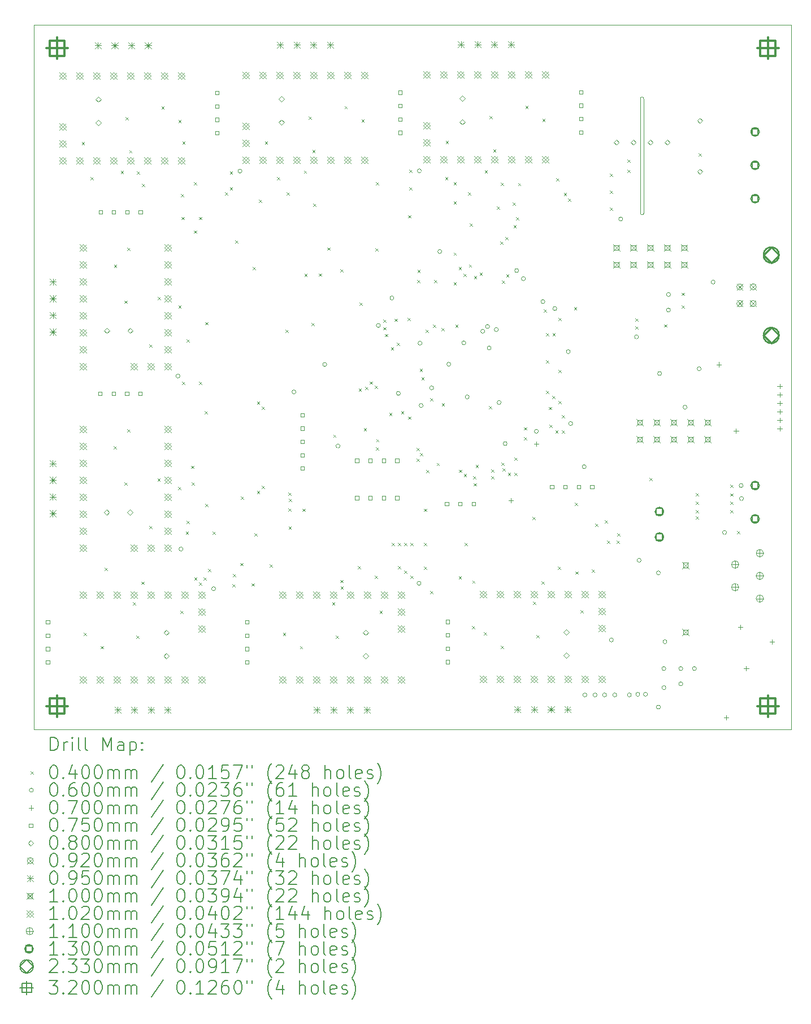
<source format=gbr>
%TF.GenerationSoftware,KiCad,Pcbnew,6.0.10*%
%TF.CreationDate,2023-05-02T14:48:28+03:00*%
%TF.ProjectId,multistepper,6d756c74-6973-4746-9570-7065722e6b69,rev?*%
%TF.SameCoordinates,Original*%
%TF.FileFunction,Drillmap*%
%TF.FilePolarity,Positive*%
%FSLAX45Y45*%
G04 Gerber Fmt 4.5, Leading zero omitted, Abs format (unit mm)*
G04 Created by KiCad (PCBNEW 6.0.10) date 2023-05-02 14:48:28*
%MOMM*%
%LPD*%
G01*
G04 APERTURE LIST*
%ADD10C,0.100000*%
%ADD11C,0.200000*%
%ADD12C,0.040000*%
%ADD13C,0.060000*%
%ADD14C,0.070000*%
%ADD15C,0.075000*%
%ADD16C,0.080000*%
%ADD17C,0.092000*%
%ADD18C,0.095000*%
%ADD19C,0.102000*%
%ADD20C,0.110000*%
%ADD21C,0.130000*%
%ADD22C,0.233000*%
%ADD23C,0.320000*%
G04 APERTURE END LIST*
D10*
X14640000Y-6670000D02*
G75*
G03*
X14690000Y-6670000I25000J0D01*
G01*
X14690000Y-4960000D02*
G75*
G03*
X14640000Y-4960000I-25000J5000D01*
G01*
X14640000Y-4960000D02*
X14640000Y-6670000D01*
X14690000Y-6670000D02*
X14690000Y-4960000D01*
X5550000Y-3850000D02*
X16900000Y-3850000D01*
X16900000Y-3850000D02*
X16900000Y-14400000D01*
X16900000Y-14400000D02*
X5550000Y-14400000D01*
X5550000Y-14400000D02*
X5550000Y-3850000D01*
D11*
D12*
X6270800Y-5601765D02*
X6310800Y-5641765D01*
X6310800Y-5601765D02*
X6270800Y-5641765D01*
X6299292Y-12950800D02*
X6339292Y-12990800D01*
X6339292Y-12950800D02*
X6299292Y-12990800D01*
X6401120Y-6126800D02*
X6441120Y-6166800D01*
X6441120Y-6126800D02*
X6401120Y-6166800D01*
X6553292Y-13150800D02*
X6593292Y-13190800D01*
X6593292Y-13150800D02*
X6553292Y-13190800D01*
X6614480Y-11978960D02*
X6654480Y-12018960D01*
X6654480Y-11978960D02*
X6614480Y-12018960D01*
X6749800Y-10161560D02*
X6789800Y-10201560D01*
X6789800Y-10161560D02*
X6749800Y-10201560D01*
X6752600Y-7442800D02*
X6792600Y-7482800D01*
X6792600Y-7442800D02*
X6752600Y-7482800D01*
X6855000Y-6036765D02*
X6895000Y-6076765D01*
X6895000Y-6036765D02*
X6855000Y-6076765D01*
X6907850Y-10698650D02*
X6947850Y-10738650D01*
X6947850Y-10698650D02*
X6907850Y-10738650D01*
X6910650Y-7979890D02*
X6950650Y-8019890D01*
X6950650Y-7979890D02*
X6910650Y-8019890D01*
X6927510Y-5229615D02*
X6967510Y-5269615D01*
X6967510Y-5229615D02*
X6927510Y-5269615D01*
X6949800Y-9907560D02*
X6989800Y-9947560D01*
X6989800Y-9907560D02*
X6949800Y-9947560D01*
X6952600Y-7188800D02*
X6992600Y-7228800D01*
X6992600Y-7188800D02*
X6952600Y-7228800D01*
X6982000Y-5726885D02*
X7022000Y-5766885D01*
X7022000Y-5726885D02*
X6982000Y-5766885D01*
X7035892Y-12495480D02*
X7075892Y-12535480D01*
X7075892Y-12495480D02*
X7035892Y-12535480D01*
X7090382Y-12992750D02*
X7130382Y-13032750D01*
X7130382Y-12992750D02*
X7090382Y-13032750D01*
X7097080Y-6045520D02*
X7137080Y-6085520D01*
X7137080Y-6045520D02*
X7097080Y-6085520D01*
X7162892Y-12185600D02*
X7202892Y-12225600D01*
X7202892Y-12185600D02*
X7162892Y-12225600D01*
X7174400Y-6228365D02*
X7214400Y-6268365D01*
X7214400Y-6228365D02*
X7174400Y-6268365D01*
X7280000Y-11355360D02*
X7320000Y-11395360D01*
X7320000Y-11355360D02*
X7280000Y-11395360D01*
X7282800Y-8636600D02*
X7322800Y-8676600D01*
X7322800Y-8636600D02*
X7282800Y-8676600D01*
X7405120Y-10644160D02*
X7445120Y-10684160D01*
X7445120Y-10644160D02*
X7405120Y-10684160D01*
X7407920Y-7925400D02*
X7447920Y-7965400D01*
X7447920Y-7925400D02*
X7407920Y-7965400D01*
X7464600Y-5071565D02*
X7504600Y-5111565D01*
X7504600Y-5071565D02*
X7464600Y-5111565D01*
X7715000Y-10771160D02*
X7755000Y-10811160D01*
X7755000Y-10771160D02*
X7715000Y-10811160D01*
X7717800Y-8052400D02*
X7757800Y-8092400D01*
X7757800Y-8052400D02*
X7717800Y-8092400D01*
X7718600Y-5271565D02*
X7758600Y-5311565D01*
X7758600Y-5271565D02*
X7718600Y-5311565D01*
X7747092Y-12620600D02*
X7787092Y-12660600D01*
X7787092Y-12620600D02*
X7747092Y-12660600D01*
X7757480Y-6384790D02*
X7797480Y-6424790D01*
X7797480Y-6384790D02*
X7757480Y-6424790D01*
X7767640Y-6726240D02*
X7807640Y-6766240D01*
X7807640Y-6726240D02*
X7767640Y-6766240D01*
X7772720Y-9195120D02*
X7812720Y-9235120D01*
X7812720Y-9195120D02*
X7772720Y-9235120D01*
X7777800Y-5598480D02*
X7817800Y-5638480D01*
X7817800Y-5598480D02*
X7777800Y-5638480D01*
X7828600Y-11440480D02*
X7868600Y-11480480D01*
X7868600Y-11440480D02*
X7828600Y-11480480D01*
X7838760Y-8560120D02*
X7878760Y-8600120D01*
X7878760Y-8560120D02*
X7838760Y-8600120D01*
X7838760Y-11277920D02*
X7878760Y-11317920D01*
X7878760Y-11277920D02*
X7838760Y-11317920D01*
X7906600Y-10451760D02*
X7946600Y-10491760D01*
X7946600Y-10451760D02*
X7906600Y-10491760D01*
X7920040Y-10698800D02*
X7960040Y-10738800D01*
X7960040Y-10698800D02*
X7920040Y-10738800D01*
X7950520Y-6208080D02*
X7990520Y-6248080D01*
X7990520Y-6208080D02*
X7950520Y-6248080D01*
X7950520Y-6929440D02*
X7990520Y-6969440D01*
X7990520Y-6929440D02*
X7950520Y-6969440D01*
X7955600Y-12126280D02*
X7995600Y-12166280D01*
X7995600Y-12126280D02*
X7955600Y-12166280D01*
X8026720Y-6726240D02*
X8066720Y-6766240D01*
X8066720Y-6726240D02*
X8026720Y-6766240D01*
X8026720Y-9195120D02*
X8066720Y-9235120D01*
X8066720Y-9195120D02*
X8026720Y-9235120D01*
X8026720Y-12197400D02*
X8066720Y-12237400D01*
X8066720Y-12197400D02*
X8026720Y-12237400D01*
X8092760Y-12126280D02*
X8132760Y-12166280D01*
X8132760Y-12126280D02*
X8092760Y-12166280D01*
X8113080Y-9632000D02*
X8153080Y-9672000D01*
X8153080Y-9632000D02*
X8113080Y-9672000D01*
X8123240Y-8301040D02*
X8163240Y-8341040D01*
X8163240Y-8301040D02*
X8123240Y-8341040D01*
X8123240Y-11023920D02*
X8163240Y-11063920D01*
X8163240Y-11023920D02*
X8123240Y-11063920D01*
X8163880Y-11999280D02*
X8203880Y-12039280D01*
X8203880Y-11999280D02*
X8163880Y-12039280D01*
X8229920Y-11435400D02*
X8269920Y-11475400D01*
X8269920Y-11435400D02*
X8229920Y-11475400D01*
X8417880Y-6355400D02*
X8457880Y-6395400D01*
X8457880Y-6355400D02*
X8417880Y-6395400D01*
X8489000Y-6045520D02*
X8529000Y-6085520D01*
X8529000Y-6045520D02*
X8489000Y-6085520D01*
X8489000Y-6284280D02*
X8529000Y-6324280D01*
X8529000Y-6284280D02*
X8489000Y-6324280D01*
X8529640Y-12222800D02*
X8569640Y-12262800D01*
X8569640Y-12222800D02*
X8529640Y-12262800D01*
X8534720Y-12070400D02*
X8574720Y-12110400D01*
X8574720Y-12070400D02*
X8534720Y-12110400D01*
X8570280Y-7076760D02*
X8610280Y-7116760D01*
X8610280Y-7076760D02*
X8570280Y-7116760D01*
X8646480Y-11907840D02*
X8686480Y-11947840D01*
X8686480Y-11907840D02*
X8646480Y-11947840D01*
X8651560Y-10912160D02*
X8691560Y-10952160D01*
X8691560Y-10912160D02*
X8651560Y-10952160D01*
X8814120Y-12212640D02*
X8854120Y-12252640D01*
X8854120Y-12212640D02*
X8814120Y-12252640D01*
X8829360Y-7473000D02*
X8869360Y-7513000D01*
X8869360Y-7473000D02*
X8829360Y-7513000D01*
X8857300Y-11463340D02*
X8897300Y-11503340D01*
X8897300Y-11463340D02*
X8857300Y-11503340D01*
X8895400Y-9489760D02*
X8935400Y-9529760D01*
X8935400Y-9489760D02*
X8895400Y-9529760D01*
X8895400Y-10825800D02*
X8935400Y-10865800D01*
X8935400Y-10825800D02*
X8895400Y-10865800D01*
X8925880Y-6467160D02*
X8965880Y-6507160D01*
X8965880Y-6467160D02*
X8925880Y-6507160D01*
X8966520Y-9565960D02*
X9006520Y-9605960D01*
X9006520Y-9565960D02*
X8966520Y-9605960D01*
X8966520Y-10754680D02*
X9006520Y-10794680D01*
X9006520Y-10754680D02*
X8966520Y-10794680D01*
X9012908Y-5595583D02*
X9052908Y-5635583D01*
X9052908Y-5595583D02*
X9012908Y-5635583D01*
X9083360Y-11928160D02*
X9123360Y-11968160D01*
X9123360Y-11928160D02*
X9083360Y-11968160D01*
X9195120Y-6126800D02*
X9235120Y-6166800D01*
X9235120Y-6126800D02*
X9195120Y-6166800D01*
X9285400Y-12950800D02*
X9325400Y-12990800D01*
X9325400Y-12950800D02*
X9285400Y-12990800D01*
X9322120Y-8417880D02*
X9362120Y-8457880D01*
X9362120Y-8417880D02*
X9322120Y-8457880D01*
X9337360Y-6355400D02*
X9377360Y-6395400D01*
X9377360Y-6355400D02*
X9337360Y-6395400D01*
X9367840Y-10856280D02*
X9407840Y-10896280D01*
X9407840Y-10856280D02*
X9367840Y-10896280D01*
X9367840Y-11089960D02*
X9407840Y-11129960D01*
X9407840Y-11089960D02*
X9367840Y-11129960D01*
X9368253Y-11364280D02*
X9408253Y-11404280D01*
X9408253Y-11364280D02*
X9368253Y-11404280D01*
X9372920Y-10947720D02*
X9412920Y-10987720D01*
X9412920Y-10947720D02*
X9372920Y-10987720D01*
X9539400Y-13150800D02*
X9579400Y-13190800D01*
X9579400Y-13150800D02*
X9539400Y-13190800D01*
X9576120Y-11095040D02*
X9616120Y-11135040D01*
X9616120Y-11095040D02*
X9576120Y-11135040D01*
X9597108Y-6030583D02*
X9637108Y-6070583D01*
X9637108Y-6030583D02*
X9597108Y-6070583D01*
X9606600Y-7574600D02*
X9646600Y-7614600D01*
X9646600Y-7574600D02*
X9606600Y-7614600D01*
X9669618Y-5223433D02*
X9709618Y-5263433D01*
X9709618Y-5223433D02*
X9669618Y-5263433D01*
X9713280Y-8311200D02*
X9753280Y-8351200D01*
X9753280Y-8311200D02*
X9713280Y-8351200D01*
X9724108Y-5720703D02*
X9764108Y-5760703D01*
X9764108Y-5720703D02*
X9724108Y-5760703D01*
X9738680Y-6528120D02*
X9778680Y-6568120D01*
X9778680Y-6528120D02*
X9738680Y-6568120D01*
X9819960Y-7573150D02*
X9859960Y-7613150D01*
X9859960Y-7573150D02*
X9819960Y-7613150D01*
X9946960Y-7183440D02*
X9986960Y-7223440D01*
X9986960Y-7183440D02*
X9946960Y-7223440D01*
X10022000Y-12495480D02*
X10062000Y-12535480D01*
X10062000Y-12495480D02*
X10022000Y-12535480D01*
X10038400Y-9985600D02*
X10078400Y-10025600D01*
X10078400Y-9985600D02*
X10038400Y-10025600D01*
X10076490Y-12992750D02*
X10116490Y-13032750D01*
X10116490Y-12992750D02*
X10076490Y-13032750D01*
X10145080Y-7508560D02*
X10185080Y-7548560D01*
X10185080Y-7508560D02*
X10145080Y-7548560D01*
X10145080Y-12161840D02*
X10185080Y-12201840D01*
X10185080Y-12161840D02*
X10145080Y-12201840D01*
X10149000Y-12258360D02*
X10189000Y-12298360D01*
X10189000Y-12258360D02*
X10149000Y-12298360D01*
X10206708Y-5065383D02*
X10246708Y-5105383D01*
X10246708Y-5065383D02*
X10206708Y-5105383D01*
X10404160Y-11953560D02*
X10444160Y-11993560D01*
X10444160Y-11953560D02*
X10404160Y-11993560D01*
X10419400Y-9296720D02*
X10459400Y-9336720D01*
X10459400Y-9296720D02*
X10419400Y-9336720D01*
X10429560Y-8011480D02*
X10469560Y-8051480D01*
X10469560Y-8011480D02*
X10429560Y-8051480D01*
X10460708Y-5265383D02*
X10500708Y-5305383D01*
X10500708Y-5265383D02*
X10460708Y-5305383D01*
X10495600Y-9886000D02*
X10535600Y-9926000D01*
X10535600Y-9886000D02*
X10495600Y-9926000D01*
X10515980Y-9268953D02*
X10555980Y-9308953D01*
X10555980Y-9268953D02*
X10515980Y-9308953D01*
X10587040Y-9190040D02*
X10627040Y-9230040D01*
X10627040Y-9190040D02*
X10587040Y-9230040D01*
X10663240Y-9256080D02*
X10703240Y-9296080D01*
X10703240Y-9256080D02*
X10663240Y-9296080D01*
X10663240Y-12095800D02*
X10703240Y-12135800D01*
X10703240Y-12095800D02*
X10663240Y-12135800D01*
X10668113Y-7193807D02*
X10708113Y-7233807D01*
X10708113Y-7193807D02*
X10668113Y-7233807D01*
X10678298Y-10175378D02*
X10718298Y-10215378D01*
X10718298Y-10175378D02*
X10678298Y-10215378D01*
X10678480Y-6208080D02*
X10718480Y-6248080D01*
X10718480Y-6208080D02*
X10678480Y-6248080D01*
X10680400Y-10052200D02*
X10720400Y-10092200D01*
X10720400Y-10052200D02*
X10680400Y-10092200D01*
X10733200Y-12620600D02*
X10773200Y-12660600D01*
X10773200Y-12620600D02*
X10733200Y-12660600D01*
X10790240Y-8265480D02*
X10830240Y-8305480D01*
X10830240Y-8265480D02*
X10790240Y-8305480D01*
X10790240Y-8377240D02*
X10830240Y-8417240D01*
X10830240Y-8377240D02*
X10790240Y-8417240D01*
X10815640Y-8478840D02*
X10855640Y-8518840D01*
X10855640Y-8478840D02*
X10815640Y-8518840D01*
X10876600Y-9657400D02*
X10916600Y-9697400D01*
X10916600Y-9657400D02*
X10876600Y-9697400D01*
X10902000Y-8676960D02*
X10942000Y-8716960D01*
X10942000Y-8676960D02*
X10902000Y-8716960D01*
X10912160Y-11608120D02*
X10952160Y-11648120D01*
X10952160Y-11608120D02*
X10912160Y-11648120D01*
X10957880Y-8250240D02*
X10997880Y-8290240D01*
X10997880Y-8250240D02*
X10957880Y-8290240D01*
X10993440Y-8610920D02*
X11033440Y-8650920D01*
X11033440Y-8610920D02*
X10993440Y-8650920D01*
X11008680Y-11608120D02*
X11048680Y-11648120D01*
X11048680Y-11608120D02*
X11008680Y-11648120D01*
X11008680Y-11953560D02*
X11048680Y-11993560D01*
X11048680Y-11953560D02*
X11008680Y-11993560D01*
X11054400Y-9632000D02*
X11094400Y-9672000D01*
X11094400Y-9632000D02*
X11054400Y-9672000D01*
X11100120Y-11608120D02*
X11140120Y-11648120D01*
X11140120Y-11608120D02*
X11100120Y-11648120D01*
X11100120Y-12024680D02*
X11140120Y-12064680D01*
X11140120Y-12024680D02*
X11100120Y-12064680D01*
X11150920Y-8235000D02*
X11190920Y-8275000D01*
X11190920Y-8235000D02*
X11150920Y-8275000D01*
X11161080Y-6700840D02*
X11201080Y-6740840D01*
X11201080Y-6700840D02*
X11161080Y-6740840D01*
X11161500Y-9713700D02*
X11201500Y-9753700D01*
X11201500Y-9713700D02*
X11161500Y-9753700D01*
X11176320Y-6020120D02*
X11216320Y-6060120D01*
X11216320Y-6020120D02*
X11176320Y-6060120D01*
X11176320Y-6284280D02*
X11216320Y-6324280D01*
X11216320Y-6284280D02*
X11176320Y-6324280D01*
X11191560Y-11608120D02*
X11231560Y-11648120D01*
X11231560Y-11608120D02*
X11191560Y-11648120D01*
X11191560Y-12095800D02*
X11231560Y-12135800D01*
X11231560Y-12095800D02*
X11191560Y-12135800D01*
X11289520Y-10182560D02*
X11329520Y-10222560D01*
X11329520Y-10182560D02*
X11289520Y-10222560D01*
X11289520Y-10342560D02*
X11329520Y-10382560D01*
X11329520Y-10342560D02*
X11289520Y-10382560D01*
X11298240Y-7671120D02*
X11338240Y-7711120D01*
X11338240Y-7671120D02*
X11298240Y-7711120D01*
X11300573Y-7516387D02*
X11340573Y-7556387D01*
X11340573Y-7516387D02*
X11300573Y-7556387D01*
X11333800Y-8997000D02*
X11373800Y-9037000D01*
X11373800Y-8997000D02*
X11333800Y-9037000D01*
X11338880Y-10261920D02*
X11378880Y-10301920D01*
X11378880Y-10261920D02*
X11338880Y-10301920D01*
X11359200Y-9124000D02*
X11399200Y-9164000D01*
X11399200Y-9124000D02*
X11359200Y-9164000D01*
X11394760Y-11095040D02*
X11434760Y-11135040D01*
X11434760Y-11095040D02*
X11394760Y-11135040D01*
X11394760Y-11608120D02*
X11434760Y-11648120D01*
X11434760Y-11608120D02*
X11394760Y-11648120D01*
X11394760Y-11964810D02*
X11434760Y-12004810D01*
X11434760Y-11964810D02*
X11394760Y-12004810D01*
X11420160Y-8412800D02*
X11460160Y-8452800D01*
X11460160Y-8412800D02*
X11420160Y-8452800D01*
X11430320Y-10515920D02*
X11470320Y-10555920D01*
X11470320Y-10515920D02*
X11430320Y-10555920D01*
X11491280Y-9438850D02*
X11531280Y-9478850D01*
X11531280Y-9438850D02*
X11491280Y-9478850D01*
X11491280Y-12324400D02*
X11531280Y-12364400D01*
X11531280Y-12324400D02*
X11491280Y-12364400D01*
X11529380Y-8336600D02*
X11569380Y-8376600D01*
X11569380Y-8336600D02*
X11529380Y-8376600D01*
X11547160Y-7671120D02*
X11587160Y-7711120D01*
X11587160Y-7671120D02*
X11547160Y-7711120D01*
X11587800Y-10409240D02*
X11627800Y-10449240D01*
X11627800Y-10409240D02*
X11587800Y-10449240D01*
X11658920Y-8389940D02*
X11698920Y-8429940D01*
X11698920Y-8389940D02*
X11658920Y-8429940D01*
X11664000Y-9513160D02*
X11704000Y-9553160D01*
X11704000Y-9513160D02*
X11664000Y-9553160D01*
X11714800Y-6126800D02*
X11754800Y-6166800D01*
X11754800Y-6126800D02*
X11714800Y-6166800D01*
X11723445Y-5589400D02*
X11763445Y-5629400D01*
X11763445Y-5589400D02*
X11723445Y-5629400D01*
X11841800Y-6208080D02*
X11881800Y-6248080D01*
X11881800Y-6208080D02*
X11841800Y-6248080D01*
X11841800Y-6492560D02*
X11881800Y-6532560D01*
X11881800Y-6492560D02*
X11841800Y-6532560D01*
X11841800Y-7259640D02*
X11881800Y-7299640D01*
X11881800Y-7259640D02*
X11841800Y-7299640D01*
X11841800Y-7701600D02*
X11881800Y-7741600D01*
X11881800Y-7701600D02*
X11841800Y-7741600D01*
X11867200Y-8336600D02*
X11907200Y-8376600D01*
X11907200Y-8336600D02*
X11867200Y-8376600D01*
X11918000Y-7473000D02*
X11958000Y-7513000D01*
X11958000Y-7473000D02*
X11918000Y-7513000D01*
X11918000Y-12105960D02*
X11958000Y-12145960D01*
X11958000Y-12105960D02*
X11918000Y-12145960D01*
X11923080Y-10510840D02*
X11963080Y-10550840D01*
X11963080Y-10510840D02*
X11923080Y-10550840D01*
X11987950Y-7579680D02*
X12027950Y-7619680D01*
X12027950Y-7579680D02*
X11987950Y-7619680D01*
X11994200Y-10571800D02*
X12034200Y-10611800D01*
X12034200Y-10571800D02*
X11994200Y-10611800D01*
X12009440Y-11608120D02*
X12049440Y-11648120D01*
X12049440Y-11608120D02*
X12009440Y-11648120D01*
X12055160Y-6355400D02*
X12095160Y-6395400D01*
X12095160Y-6355400D02*
X12055160Y-6395400D01*
X12070400Y-7437440D02*
X12110400Y-7477440D01*
X12110400Y-7437440D02*
X12070400Y-7477440D01*
X12085640Y-6822760D02*
X12125640Y-6862760D01*
X12125640Y-6822760D02*
X12085640Y-6862760D01*
X12116120Y-12852720D02*
X12156120Y-12892720D01*
X12156120Y-12852720D02*
X12116120Y-12892720D01*
X12121200Y-12170910D02*
X12161200Y-12210910D01*
X12161200Y-12170910D02*
X12121200Y-12210910D01*
X12136440Y-10607360D02*
X12176440Y-10647360D01*
X12176440Y-10607360D02*
X12136440Y-10647360D01*
X12141727Y-10714247D02*
X12181727Y-10754247D01*
X12181727Y-10714247D02*
X12141727Y-10754247D01*
X12146600Y-7612700D02*
X12186600Y-7652700D01*
X12186600Y-7612700D02*
X12146600Y-7652700D01*
X12170910Y-10439720D02*
X12210910Y-10479720D01*
X12210910Y-10439720D02*
X12170910Y-10479720D01*
X12230801Y-7558295D02*
X12270801Y-7598295D01*
X12270801Y-7558295D02*
X12230801Y-7598295D01*
X12291400Y-12944800D02*
X12331400Y-12984800D01*
X12331400Y-12944800D02*
X12291400Y-12984800D01*
X12307645Y-6024400D02*
X12347645Y-6064400D01*
X12347645Y-6024400D02*
X12307645Y-6064400D01*
X12370120Y-9560880D02*
X12410120Y-9600880D01*
X12410120Y-9560880D02*
X12370120Y-9600880D01*
X12380155Y-5217250D02*
X12420155Y-5257250D01*
X12420155Y-5217250D02*
X12380155Y-5257250D01*
X12401690Y-10503771D02*
X12441690Y-10543771D01*
X12441690Y-10503771D02*
X12401690Y-10543771D01*
X12401690Y-10607360D02*
X12441690Y-10647360D01*
X12441690Y-10607360D02*
X12401690Y-10647360D01*
X12434645Y-5714520D02*
X12474645Y-5754520D01*
X12474645Y-5714520D02*
X12434645Y-5754520D01*
X12492040Y-6568760D02*
X12532040Y-6608760D01*
X12532040Y-6568760D02*
X12492040Y-6608760D01*
X12537760Y-7097080D02*
X12577760Y-7137080D01*
X12577760Y-7097080D02*
X12537760Y-7137080D01*
X12545400Y-13144800D02*
X12585400Y-13184800D01*
X12585400Y-13144800D02*
X12545400Y-13184800D01*
X12547045Y-6216000D02*
X12587045Y-6256000D01*
X12587045Y-6216000D02*
X12547045Y-6256000D01*
X12558080Y-10404160D02*
X12598080Y-10444160D01*
X12598080Y-10404160D02*
X12558080Y-10444160D01*
X12568240Y-7681280D02*
X12608240Y-7721280D01*
X12608240Y-7681280D02*
X12568240Y-7721280D01*
X12576420Y-10492238D02*
X12616420Y-10532238D01*
X12616420Y-10492238D02*
X12576420Y-10532238D01*
X12619040Y-7025960D02*
X12659040Y-7065960D01*
X12659040Y-7025960D02*
X12619040Y-7065960D01*
X12629200Y-7583670D02*
X12669200Y-7623670D01*
X12669200Y-7583670D02*
X12629200Y-7623670D01*
X12654600Y-10558550D02*
X12694600Y-10598550D01*
X12694600Y-10558550D02*
X12654600Y-10598550D01*
X12725720Y-6512880D02*
X12765720Y-6552880D01*
X12765720Y-6512880D02*
X12725720Y-6552880D01*
X12737980Y-6848160D02*
X12777980Y-6888160D01*
X12777980Y-6848160D02*
X12737980Y-6888160D01*
X12749600Y-10331050D02*
X12789600Y-10371050D01*
X12789600Y-10331050D02*
X12749600Y-10371050D01*
X12749600Y-10558550D02*
X12789600Y-10598550D01*
X12789600Y-10558550D02*
X12749600Y-10598550D01*
X12776520Y-6731320D02*
X12816520Y-6771320D01*
X12816520Y-6731320D02*
X12776520Y-6771320D01*
X12807000Y-6218240D02*
X12847000Y-6258240D01*
X12847000Y-6218240D02*
X12807000Y-6258240D01*
X12893360Y-9875840D02*
X12933360Y-9915840D01*
X12933360Y-9875840D02*
X12893360Y-9915840D01*
X12893360Y-10023160D02*
X12933360Y-10063160D01*
X12933360Y-10023160D02*
X12893360Y-10063160D01*
X12917245Y-5059200D02*
X12957245Y-5099200D01*
X12957245Y-5059200D02*
X12917245Y-5099200D01*
X13025440Y-11216960D02*
X13065440Y-11256960D01*
X13065440Y-11216960D02*
X13025440Y-11256960D01*
X13028000Y-12489480D02*
X13068000Y-12529480D01*
X13068000Y-12489480D02*
X13028000Y-12529480D01*
X13082490Y-12986750D02*
X13122490Y-13026750D01*
X13122490Y-12986750D02*
X13082490Y-13026750D01*
X13155000Y-12179600D02*
X13195000Y-12219600D01*
X13195000Y-12179600D02*
X13155000Y-12219600D01*
X13171245Y-5259200D02*
X13211245Y-5299200D01*
X13211245Y-5259200D02*
X13171245Y-5299200D01*
X13193080Y-8108000D02*
X13233080Y-8148000D01*
X13233080Y-8108000D02*
X13193080Y-8148000D01*
X13223300Y-8463600D02*
X13263300Y-8503600D01*
X13263300Y-8463600D02*
X13223300Y-8503600D01*
X13223560Y-8870000D02*
X13263560Y-8910000D01*
X13263560Y-8870000D02*
X13223560Y-8910000D01*
X13223560Y-9327200D02*
X13263560Y-9367200D01*
X13263560Y-9327200D02*
X13223560Y-9367200D01*
X13269280Y-9571040D02*
X13309280Y-9611040D01*
X13309280Y-9571040D02*
X13269280Y-9611040D01*
X13274360Y-9835200D02*
X13314360Y-9875200D01*
X13314360Y-9835200D02*
X13274360Y-9875200D01*
X13320080Y-9403400D02*
X13360080Y-9443400D01*
X13360080Y-9403400D02*
X13320080Y-9443400D01*
X13323250Y-8463600D02*
X13363250Y-8503600D01*
X13363250Y-8463600D02*
X13323250Y-8503600D01*
X13365800Y-9923550D02*
X13405800Y-9963550D01*
X13405800Y-9923550D02*
X13365800Y-9963550D01*
X13375960Y-6147120D02*
X13415960Y-6187120D01*
X13415960Y-6147120D02*
X13375960Y-6187120D01*
X13406440Y-11963720D02*
X13446440Y-12003720D01*
X13446440Y-11963720D02*
X13406440Y-12003720D01*
X13411520Y-9479600D02*
X13451520Y-9519600D01*
X13451520Y-9479600D02*
X13411520Y-9519600D01*
X13413300Y-8236100D02*
X13453300Y-8276100D01*
X13453300Y-8236100D02*
X13413300Y-8276100D01*
X13413300Y-9016150D02*
X13453300Y-9056150D01*
X13453300Y-9016150D02*
X13413300Y-9056150D01*
X13460800Y-9696050D02*
X13500800Y-9736050D01*
X13500800Y-9696050D02*
X13460800Y-9736050D01*
X13460800Y-9923550D02*
X13500800Y-9963550D01*
X13500800Y-9923550D02*
X13460800Y-9963550D01*
X13492800Y-6365560D02*
X13532800Y-6405560D01*
X13532800Y-6365560D02*
X13492800Y-6405560D01*
X13558840Y-6451920D02*
X13598840Y-6491920D01*
X13598840Y-6451920D02*
X13558840Y-6491920D01*
X13645200Y-8077519D02*
X13685200Y-8117519D01*
X13685200Y-8077519D02*
X13645200Y-8117519D01*
X13660440Y-11003600D02*
X13700440Y-11043600D01*
X13700440Y-11003600D02*
X13660440Y-11043600D01*
X13665520Y-12034840D02*
X13705520Y-12074840D01*
X13705520Y-12034840D02*
X13665520Y-12074840D01*
X13739200Y-12614600D02*
X13779200Y-12654600D01*
X13779200Y-12614600D02*
X13739200Y-12654600D01*
X13914440Y-12004360D02*
X13954440Y-12044360D01*
X13954440Y-12004360D02*
X13914440Y-12044360D01*
X13960160Y-11318560D02*
X14000160Y-11358560D01*
X14000160Y-11318560D02*
X13960160Y-11358560D01*
X14107480Y-11267760D02*
X14147480Y-11307760D01*
X14147480Y-11267760D02*
X14107480Y-11307760D01*
X14137960Y-11572560D02*
X14177960Y-11612560D01*
X14177960Y-11572560D02*
X14137960Y-11612560D01*
X14183300Y-6076000D02*
X14223300Y-6116000D01*
X14223300Y-6076000D02*
X14183300Y-6116000D01*
X14183300Y-6330000D02*
X14223300Y-6370000D01*
X14223300Y-6330000D02*
X14183300Y-6370000D01*
X14183300Y-6584000D02*
X14223300Y-6624000D01*
X14223300Y-6584000D02*
X14183300Y-6624000D01*
X14285280Y-11572560D02*
X14325280Y-11612560D01*
X14325280Y-11572560D02*
X14285280Y-11612560D01*
X14290360Y-11465880D02*
X14330360Y-11505880D01*
X14330360Y-11465880D02*
X14290360Y-11505880D01*
X14442760Y-5866470D02*
X14482760Y-5906470D01*
X14482760Y-5866470D02*
X14442760Y-5906470D01*
X14442760Y-6020120D02*
X14482760Y-6060120D01*
X14482760Y-6020120D02*
X14442760Y-6060120D01*
X14562100Y-8247700D02*
X14602100Y-8287700D01*
X14602100Y-8247700D02*
X14562100Y-8287700D01*
X14562140Y-8367080D02*
X14602140Y-8407080D01*
X14602140Y-8367080D02*
X14562140Y-8407080D01*
X14778040Y-10632760D02*
X14818040Y-10672760D01*
X14818040Y-10632760D02*
X14778040Y-10672760D01*
X14996480Y-8334800D02*
X15036480Y-8374800D01*
X15036480Y-8334800D02*
X14996480Y-8374800D01*
X15258650Y-7861200D02*
X15298650Y-7901200D01*
X15298650Y-7861200D02*
X15258650Y-7901200D01*
X15258650Y-8051200D02*
X15298650Y-8091200D01*
X15298650Y-8051200D02*
X15258650Y-8091200D01*
X15468920Y-11206800D02*
X15508920Y-11246800D01*
X15508920Y-11206800D02*
X15468920Y-11246800D01*
X15470500Y-10863900D02*
X15510500Y-10903900D01*
X15510500Y-10863900D02*
X15470500Y-10903900D01*
X15470500Y-10990900D02*
X15510500Y-11030900D01*
X15510500Y-10990900D02*
X15470500Y-11030900D01*
X15470500Y-11117900D02*
X15510500Y-11157900D01*
X15510500Y-11117900D02*
X15470500Y-11157900D01*
X15509560Y-5773800D02*
X15549560Y-5813800D01*
X15549560Y-5773800D02*
X15509560Y-5813800D01*
X15985500Y-10736900D02*
X16025500Y-10776900D01*
X16025500Y-10736900D02*
X15985500Y-10776900D01*
X15987080Y-10866440D02*
X16027080Y-10906440D01*
X16027080Y-10866440D02*
X15987080Y-10906440D01*
X15987080Y-10988360D02*
X16027080Y-11028360D01*
X16027080Y-10988360D02*
X15987080Y-11028360D01*
X15987080Y-11115360D02*
X16027080Y-11155360D01*
X16027080Y-11115360D02*
X15987080Y-11155360D01*
X16088680Y-11430320D02*
X16128680Y-11470320D01*
X16128680Y-11430320D02*
X16088680Y-11470320D01*
D13*
X7741440Y-9108440D02*
G75*
G03*
X7741440Y-9108440I-30000J0D01*
G01*
X7787160Y-11699240D02*
G75*
G03*
X7787160Y-11699240I-30000J0D01*
G01*
X8274840Y-12293600D02*
G75*
G03*
X8274840Y-12293600I-30000J0D01*
G01*
X8671080Y-6040120D02*
G75*
G03*
X8671080Y-6040120I-30000J0D01*
G01*
X9478800Y-9347200D02*
G75*
G03*
X9478800Y-9347200I-30000J0D01*
G01*
X9941080Y-8935720D02*
G75*
G03*
X9941080Y-8935720I-30000J0D01*
G01*
X10139200Y-10154920D02*
G75*
G03*
X10139200Y-10154920I-30000J0D01*
G01*
X10743720Y-8351520D02*
G75*
G03*
X10743720Y-8351520I-30000J0D01*
G01*
X10946920Y-7940040D02*
G75*
G03*
X10946920Y-7940040I-30000J0D01*
G01*
X11043440Y-9367520D02*
G75*
G03*
X11043440Y-9367520I-30000J0D01*
G01*
X11353320Y-12212320D02*
G75*
G03*
X11353320Y-12212320I-30000J0D01*
G01*
X11358400Y-6035040D02*
G75*
G03*
X11358400Y-6035040I-30000J0D01*
G01*
X11368560Y-8615680D02*
G75*
G03*
X11368560Y-8615680I-30000J0D01*
G01*
X11383800Y-9550400D02*
G75*
G03*
X11383800Y-9550400I-30000J0D01*
G01*
X11541280Y-9286350D02*
G75*
G03*
X11541280Y-9286350I-30000J0D01*
G01*
X11663200Y-7244080D02*
G75*
G03*
X11663200Y-7244080I-30000J0D01*
G01*
X11798360Y-8930640D02*
G75*
G03*
X11798360Y-8930640I-30000J0D01*
G01*
X12023880Y-8610600D02*
G75*
G03*
X12023880Y-8610600I-30000J0D01*
G01*
X12074680Y-9420210D02*
G75*
G03*
X12074680Y-9420210I-30000J0D01*
G01*
X12308360Y-8437880D02*
G75*
G03*
X12308360Y-8437880I-30000J0D01*
G01*
X12379480Y-8366760D02*
G75*
G03*
X12379480Y-8366760I-30000J0D01*
G01*
X12403480Y-8686800D02*
G75*
G03*
X12403480Y-8686800I-30000J0D01*
G01*
X12511560Y-8412480D02*
G75*
G03*
X12511560Y-8412480I-30000J0D01*
G01*
X12552200Y-9504680D02*
G75*
G03*
X12552200Y-9504680I-30000J0D01*
G01*
X12643640Y-10119360D02*
G75*
G03*
X12643640Y-10119360I-30000J0D01*
G01*
X12816360Y-7528560D02*
G75*
G03*
X12816360Y-7528560I-30000J0D01*
G01*
X12917960Y-7650480D02*
G75*
G03*
X12917960Y-7650480I-30000J0D01*
G01*
X13111000Y-9936480D02*
G75*
G03*
X13111000Y-9936480I-30000J0D01*
G01*
X13209222Y-7992542D02*
G75*
G03*
X13209222Y-7992542I-30000J0D01*
G01*
X13387860Y-8097520D02*
G75*
G03*
X13387860Y-8097520I-30000J0D01*
G01*
X13588520Y-8742680D02*
G75*
G03*
X13588520Y-8742680I-30000J0D01*
G01*
X13624080Y-9819640D02*
G75*
G03*
X13624080Y-9819640I-30000J0D01*
G01*
X13827280Y-10464800D02*
G75*
G03*
X13827280Y-10464800I-30000J0D01*
G01*
X13837440Y-13883640D02*
G75*
G03*
X13837440Y-13883640I-30000J0D01*
G01*
X13989840Y-13883640D02*
G75*
G03*
X13989840Y-13883640I-30000J0D01*
G01*
X14132080Y-13883640D02*
G75*
G03*
X14132080Y-13883640I-30000J0D01*
G01*
X14233680Y-13060680D02*
G75*
G03*
X14233680Y-13060680I-30000J0D01*
G01*
X14284480Y-13883640D02*
G75*
G03*
X14284480Y-13883640I-30000J0D01*
G01*
X14374650Y-6757670D02*
G75*
G03*
X14374650Y-6757670I-30000J0D01*
G01*
X14504300Y-13883640D02*
G75*
G03*
X14504300Y-13883640I-30000J0D01*
G01*
X14612100Y-8521700D02*
G75*
G03*
X14612100Y-8521700I-30000J0D01*
G01*
X14629920Y-13873480D02*
G75*
G03*
X14629920Y-13873480I-30000J0D01*
G01*
X14650240Y-11866880D02*
G75*
G03*
X14650240Y-11866880I-30000J0D01*
G01*
X14746760Y-13873480D02*
G75*
G03*
X14746760Y-13873480I-30000J0D01*
G01*
X14938813Y-14065533D02*
G75*
G03*
X14938813Y-14065533I-30000J0D01*
G01*
X14939800Y-12054840D02*
G75*
G03*
X14939800Y-12054840I-30000J0D01*
G01*
X14957580Y-9070340D02*
G75*
G03*
X14957580Y-9070340I-30000J0D01*
G01*
X15021080Y-13487400D02*
G75*
G03*
X15021080Y-13487400I-30000J0D01*
G01*
X15021080Y-13774900D02*
G75*
G03*
X15021080Y-13774900I-30000J0D01*
G01*
X15036320Y-13086080D02*
G75*
G03*
X15036320Y-13086080I-30000J0D01*
G01*
X15090000Y-7887040D02*
G75*
G03*
X15090000Y-7887040I-30000J0D01*
G01*
X15090000Y-8120000D02*
G75*
G03*
X15090000Y-8120000I-30000J0D01*
G01*
X15275000Y-13487400D02*
G75*
G03*
X15275000Y-13487400I-30000J0D01*
G01*
X15275000Y-13717400D02*
G75*
G03*
X15275000Y-13717400I-30000J0D01*
G01*
X15338580Y-9575800D02*
G75*
G03*
X15338580Y-9575800I-30000J0D01*
G01*
X15478280Y-13487400D02*
G75*
G03*
X15478280Y-13487400I-30000J0D01*
G01*
X15549790Y-9000312D02*
G75*
G03*
X15549790Y-9000312I-30000J0D01*
G01*
X15757680Y-7701280D02*
G75*
G03*
X15757680Y-7701280I-30000J0D01*
G01*
X15930400Y-11450320D02*
G75*
G03*
X15930400Y-11450320I-30000J0D01*
G01*
X16178240Y-10748200D02*
G75*
G03*
X16178240Y-10748200I-30000J0D01*
G01*
X16184400Y-10942320D02*
G75*
G03*
X16184400Y-10942320I-30000J0D01*
G01*
D14*
X12700000Y-10937800D02*
X12700000Y-11007800D01*
X12665000Y-10972800D02*
X12735000Y-10972800D01*
X13081000Y-10089440D02*
X13081000Y-10159440D01*
X13046000Y-10124440D02*
X13116000Y-10124440D01*
X15816750Y-8899800D02*
X15816750Y-8969800D01*
X15781750Y-8934800D02*
X15851750Y-8934800D01*
X15925800Y-14189000D02*
X15925800Y-14259000D01*
X15890800Y-14224000D02*
X15960800Y-14224000D01*
X16073120Y-9896400D02*
X16073120Y-9966400D01*
X16038120Y-9931400D02*
X16108120Y-9931400D01*
X16136620Y-12835180D02*
X16136620Y-12905180D01*
X16101620Y-12870180D02*
X16171620Y-12870180D01*
X16225520Y-13447320D02*
X16225520Y-13517320D01*
X16190520Y-13482320D02*
X16260520Y-13482320D01*
X16609060Y-13051080D02*
X16609060Y-13121080D01*
X16574060Y-13086080D02*
X16644060Y-13086080D01*
X16725860Y-9225840D02*
X16725860Y-9295840D01*
X16690860Y-9260840D02*
X16760860Y-9260840D01*
X16725860Y-9352840D02*
X16725860Y-9422840D01*
X16690860Y-9387840D02*
X16760860Y-9387840D01*
X16725860Y-9479840D02*
X16725860Y-9549840D01*
X16690860Y-9514840D02*
X16760860Y-9514840D01*
X16725860Y-9606840D02*
X16725860Y-9676840D01*
X16690860Y-9641840D02*
X16760860Y-9641840D01*
X16725860Y-9733840D02*
X16725860Y-9803840D01*
X16690860Y-9768840D02*
X16760860Y-9768840D01*
X16725860Y-9860840D02*
X16725860Y-9930840D01*
X16690860Y-9895840D02*
X16760860Y-9895840D01*
D15*
X5787009Y-12819917D02*
X5787009Y-12766883D01*
X5733976Y-12766883D01*
X5733976Y-12819917D01*
X5787009Y-12819917D01*
X5787009Y-13019917D02*
X5787009Y-12966883D01*
X5733976Y-12966883D01*
X5733976Y-13019917D01*
X5787009Y-13019917D01*
X5787009Y-13219917D02*
X5787009Y-13166883D01*
X5733976Y-13166883D01*
X5733976Y-13219917D01*
X5787009Y-13219917D01*
X5787009Y-13419917D02*
X5787009Y-13366883D01*
X5733976Y-13366883D01*
X5733976Y-13419917D01*
X5787009Y-13419917D01*
X6573717Y-9395277D02*
X6573717Y-9342243D01*
X6520683Y-9342243D01*
X6520683Y-9395277D01*
X6573717Y-9395277D01*
X6576517Y-6676517D02*
X6576517Y-6623483D01*
X6523483Y-6623483D01*
X6523483Y-6676517D01*
X6576517Y-6676517D01*
X6773717Y-9395277D02*
X6773717Y-9342243D01*
X6720683Y-9342243D01*
X6720683Y-9395277D01*
X6773717Y-9395277D01*
X6776517Y-6676517D02*
X6776517Y-6623483D01*
X6723483Y-6623483D01*
X6723483Y-6676517D01*
X6776517Y-6676517D01*
X6973717Y-9395277D02*
X6973717Y-9342243D01*
X6920683Y-9342243D01*
X6920683Y-9395277D01*
X6973717Y-9395277D01*
X6976517Y-6676517D02*
X6976517Y-6623483D01*
X6923483Y-6623483D01*
X6923483Y-6676517D01*
X6976517Y-6676517D01*
X7173717Y-9395277D02*
X7173717Y-9342243D01*
X7120683Y-9342243D01*
X7120683Y-9395277D01*
X7173717Y-9395277D01*
X7176517Y-6676517D02*
X7176517Y-6623483D01*
X7123483Y-6623483D01*
X7123483Y-6676517D01*
X7176517Y-6676517D01*
X8323917Y-4895482D02*
X8323917Y-4842449D01*
X8270883Y-4842449D01*
X8270883Y-4895482D01*
X8323917Y-4895482D01*
X8323917Y-5095482D02*
X8323917Y-5042449D01*
X8270883Y-5042449D01*
X8270883Y-5095482D01*
X8323917Y-5095482D01*
X8323917Y-5295482D02*
X8323917Y-5242449D01*
X8270883Y-5242449D01*
X8270883Y-5295482D01*
X8323917Y-5295482D01*
X8323917Y-5495482D02*
X8323917Y-5442449D01*
X8270883Y-5442449D01*
X8270883Y-5495482D01*
X8323917Y-5495482D01*
X8773117Y-12819917D02*
X8773117Y-12766883D01*
X8720083Y-12766883D01*
X8720083Y-12819917D01*
X8773117Y-12819917D01*
X8773117Y-13019917D02*
X8773117Y-12966883D01*
X8720083Y-12966883D01*
X8720083Y-13019917D01*
X8773117Y-13019917D01*
X8773117Y-13219917D02*
X8773117Y-13166883D01*
X8720083Y-13166883D01*
X8720083Y-13219917D01*
X8773117Y-13219917D01*
X8773117Y-13419917D02*
X8773117Y-13366883D01*
X8720083Y-13366883D01*
X8720083Y-13419917D01*
X8773117Y-13419917D01*
X9602317Y-9716717D02*
X9602317Y-9663683D01*
X9549283Y-9663683D01*
X9549283Y-9716717D01*
X9602317Y-9716717D01*
X9602317Y-9916717D02*
X9602317Y-9863683D01*
X9549283Y-9863683D01*
X9549283Y-9916717D01*
X9602317Y-9916717D01*
X9602317Y-10116717D02*
X9602317Y-10063683D01*
X9549283Y-10063683D01*
X9549283Y-10116717D01*
X9602317Y-10116717D01*
X9602317Y-10316717D02*
X9602317Y-10263683D01*
X9549283Y-10263683D01*
X9549283Y-10316717D01*
X9602317Y-10316717D01*
X9602317Y-10516717D02*
X9602317Y-10463683D01*
X9549283Y-10463683D01*
X9549283Y-10516717D01*
X9602317Y-10516717D01*
X10419917Y-10399877D02*
X10419917Y-10346843D01*
X10366883Y-10346843D01*
X10366883Y-10399877D01*
X10419917Y-10399877D01*
X10419917Y-10958677D02*
X10419917Y-10905643D01*
X10366883Y-10905643D01*
X10366883Y-10958677D01*
X10419917Y-10958677D01*
X10619917Y-10399877D02*
X10619917Y-10346843D01*
X10566883Y-10346843D01*
X10566883Y-10399877D01*
X10619917Y-10399877D01*
X10619917Y-10958677D02*
X10619917Y-10905643D01*
X10566883Y-10905643D01*
X10566883Y-10958677D01*
X10619917Y-10958677D01*
X10819917Y-10399877D02*
X10819917Y-10346843D01*
X10766883Y-10346843D01*
X10766883Y-10399877D01*
X10819917Y-10399877D01*
X10819917Y-10958677D02*
X10819917Y-10905643D01*
X10766883Y-10905643D01*
X10766883Y-10958677D01*
X10819917Y-10958677D01*
X11019917Y-10399877D02*
X11019917Y-10346843D01*
X10966883Y-10346843D01*
X10966883Y-10399877D01*
X11019917Y-10399877D01*
X11019917Y-10958677D02*
X11019917Y-10905643D01*
X10966883Y-10905643D01*
X10966883Y-10958677D01*
X11019917Y-10958677D01*
X11066024Y-4889300D02*
X11066024Y-4836266D01*
X11012991Y-4836266D01*
X11012991Y-4889300D01*
X11066024Y-4889300D01*
X11066024Y-5089300D02*
X11066024Y-5036266D01*
X11012991Y-5036266D01*
X11012991Y-5089300D01*
X11066024Y-5089300D01*
X11066024Y-5289300D02*
X11066024Y-5236266D01*
X11012991Y-5236266D01*
X11012991Y-5289300D01*
X11066024Y-5289300D01*
X11066024Y-5489300D02*
X11066024Y-5436266D01*
X11012991Y-5436266D01*
X11012991Y-5489300D01*
X11066024Y-5489300D01*
X11764517Y-11045917D02*
X11764517Y-10992883D01*
X11711483Y-10992883D01*
X11711483Y-11045917D01*
X11764517Y-11045917D01*
X11779117Y-12813917D02*
X11779117Y-12760883D01*
X11726083Y-12760883D01*
X11726083Y-12813917D01*
X11779117Y-12813917D01*
X11779117Y-13013917D02*
X11779117Y-12960883D01*
X11726083Y-12960883D01*
X11726083Y-13013917D01*
X11779117Y-13013917D01*
X11779117Y-13213917D02*
X11779117Y-13160883D01*
X11726083Y-13160883D01*
X11726083Y-13213917D01*
X11779117Y-13213917D01*
X11779117Y-13413917D02*
X11779117Y-13360883D01*
X11726083Y-13360883D01*
X11726083Y-13413917D01*
X11779117Y-13413917D01*
X11964517Y-11045917D02*
X11964517Y-10992883D01*
X11911483Y-10992883D01*
X11911483Y-11045917D01*
X11964517Y-11045917D01*
X12164517Y-11045917D02*
X12164517Y-10992883D01*
X12111483Y-10992883D01*
X12111483Y-11045917D01*
X12164517Y-11045917D01*
X13340917Y-10796997D02*
X13340917Y-10743963D01*
X13287883Y-10743963D01*
X13287883Y-10796997D01*
X13340917Y-10796997D01*
X13540917Y-10796997D02*
X13540917Y-10743963D01*
X13487883Y-10743963D01*
X13487883Y-10796997D01*
X13540917Y-10796997D01*
X13740917Y-10796997D02*
X13740917Y-10743963D01*
X13687883Y-10743963D01*
X13687883Y-10796997D01*
X13740917Y-10796997D01*
X13776562Y-4883117D02*
X13776562Y-4830083D01*
X13723528Y-4830083D01*
X13723528Y-4883117D01*
X13776562Y-4883117D01*
X13776562Y-5083117D02*
X13776562Y-5030083D01*
X13723528Y-5030083D01*
X13723528Y-5083117D01*
X13776562Y-5083117D01*
X13776562Y-5283117D02*
X13776562Y-5230083D01*
X13723528Y-5230083D01*
X13723528Y-5283117D01*
X13776562Y-5283117D01*
X13776562Y-5483117D02*
X13776562Y-5430083D01*
X13723528Y-5430083D01*
X13723528Y-5483117D01*
X13776562Y-5483117D01*
X13940917Y-10796997D02*
X13940917Y-10743963D01*
X13887883Y-10743963D01*
X13887883Y-10796997D01*
X13940917Y-10796997D01*
D16*
X6519400Y-5004565D02*
X6559400Y-4964565D01*
X6519400Y-4924565D01*
X6479400Y-4964565D01*
X6519400Y-5004565D01*
X6519400Y-5354565D02*
X6559400Y-5314565D01*
X6519400Y-5274565D01*
X6479400Y-5314565D01*
X6519400Y-5354565D01*
X6642800Y-11186760D02*
X6682800Y-11146760D01*
X6642800Y-11106760D01*
X6602800Y-11146760D01*
X6642800Y-11186760D01*
X6645600Y-8468000D02*
X6685600Y-8428000D01*
X6645600Y-8388000D01*
X6605600Y-8428000D01*
X6645600Y-8468000D01*
X6992800Y-11186760D02*
X7032800Y-11146760D01*
X6992800Y-11106760D01*
X6952800Y-11146760D01*
X6992800Y-11186760D01*
X6995600Y-8468000D02*
X7035600Y-8428000D01*
X6995600Y-8388000D01*
X6955600Y-8428000D01*
X6995600Y-8468000D01*
X7538492Y-12987800D02*
X7578492Y-12947800D01*
X7538492Y-12907800D01*
X7498492Y-12947800D01*
X7538492Y-12987800D01*
X7538492Y-13337800D02*
X7578492Y-13297800D01*
X7538492Y-13257800D01*
X7498492Y-13297800D01*
X7538492Y-13337800D01*
X9261508Y-4998383D02*
X9301508Y-4958383D01*
X9261508Y-4918383D01*
X9221508Y-4958383D01*
X9261508Y-4998383D01*
X9261508Y-5348383D02*
X9301508Y-5308383D01*
X9261508Y-5268383D01*
X9221508Y-5308383D01*
X9261508Y-5348383D01*
X10524600Y-12987800D02*
X10564600Y-12947800D01*
X10524600Y-12907800D01*
X10484600Y-12947800D01*
X10524600Y-12987800D01*
X10524600Y-13337800D02*
X10564600Y-13297800D01*
X10524600Y-13257800D01*
X10484600Y-13297800D01*
X10524600Y-13337800D01*
X11972045Y-4992200D02*
X12012045Y-4952200D01*
X11972045Y-4912200D01*
X11932045Y-4952200D01*
X11972045Y-4992200D01*
X11972045Y-5342200D02*
X12012045Y-5302200D01*
X11972045Y-5262200D01*
X11932045Y-5302200D01*
X11972045Y-5342200D01*
X13530600Y-12981800D02*
X13570600Y-12941800D01*
X13530600Y-12901800D01*
X13490600Y-12941800D01*
X13530600Y-12981800D01*
X13530600Y-13331800D02*
X13570600Y-13291800D01*
X13530600Y-13251800D01*
X13490600Y-13291800D01*
X13530600Y-13331800D01*
X14279880Y-5648320D02*
X14319880Y-5608320D01*
X14279880Y-5568320D01*
X14239880Y-5608320D01*
X14279880Y-5648320D01*
X14533880Y-5648320D02*
X14573880Y-5608320D01*
X14533880Y-5568320D01*
X14493880Y-5608320D01*
X14533880Y-5648320D01*
X14787880Y-5648320D02*
X14827880Y-5608320D01*
X14787880Y-5568320D01*
X14747880Y-5608320D01*
X14787880Y-5648320D01*
X15041880Y-5648320D02*
X15081880Y-5608320D01*
X15041880Y-5568320D01*
X15001880Y-5608320D01*
X15041880Y-5648320D01*
X15529560Y-5323200D02*
X15569560Y-5283200D01*
X15529560Y-5243200D01*
X15489560Y-5283200D01*
X15529560Y-5323200D01*
X15529560Y-6085200D02*
X15569560Y-6045200D01*
X15529560Y-6005200D01*
X15489560Y-6045200D01*
X15529560Y-6085200D01*
D17*
X16083000Y-7727000D02*
X16175000Y-7819000D01*
X16175000Y-7727000D02*
X16083000Y-7819000D01*
X16175000Y-7773000D02*
G75*
G03*
X16175000Y-7773000I-46000J0D01*
G01*
X16083000Y-7977000D02*
X16175000Y-8069000D01*
X16175000Y-7977000D02*
X16083000Y-8069000D01*
X16175000Y-8023000D02*
G75*
G03*
X16175000Y-8023000I-46000J0D01*
G01*
X16283000Y-7727000D02*
X16375000Y-7819000D01*
X16375000Y-7727000D02*
X16283000Y-7819000D01*
X16375000Y-7773000D02*
G75*
G03*
X16375000Y-7773000I-46000J0D01*
G01*
X16283000Y-7977000D02*
X16375000Y-8069000D01*
X16375000Y-7977000D02*
X16283000Y-8069000D01*
X16375000Y-8023000D02*
G75*
G03*
X16375000Y-8023000I-46000J0D01*
G01*
D18*
X5787100Y-10368660D02*
X5882100Y-10463660D01*
X5882100Y-10368660D02*
X5787100Y-10463660D01*
X5834600Y-10368660D02*
X5834600Y-10463660D01*
X5787100Y-10416160D02*
X5882100Y-10416160D01*
X5787100Y-10618660D02*
X5882100Y-10713660D01*
X5882100Y-10618660D02*
X5787100Y-10713660D01*
X5834600Y-10618660D02*
X5834600Y-10713660D01*
X5787100Y-10666160D02*
X5882100Y-10666160D01*
X5787100Y-10868660D02*
X5882100Y-10963660D01*
X5882100Y-10868660D02*
X5787100Y-10963660D01*
X5834600Y-10868660D02*
X5834600Y-10963660D01*
X5787100Y-10916160D02*
X5882100Y-10916160D01*
X5787100Y-11118660D02*
X5882100Y-11213660D01*
X5882100Y-11118660D02*
X5787100Y-11213660D01*
X5834600Y-11118660D02*
X5834600Y-11213660D01*
X5787100Y-11166160D02*
X5882100Y-11166160D01*
X5789900Y-7649900D02*
X5884900Y-7744900D01*
X5884900Y-7649900D02*
X5789900Y-7744900D01*
X5837400Y-7649900D02*
X5837400Y-7744900D01*
X5789900Y-7697400D02*
X5884900Y-7697400D01*
X5789900Y-7899900D02*
X5884900Y-7994900D01*
X5884900Y-7899900D02*
X5789900Y-7994900D01*
X5837400Y-7899900D02*
X5837400Y-7994900D01*
X5789900Y-7947400D02*
X5884900Y-7947400D01*
X5789900Y-8149900D02*
X5884900Y-8244900D01*
X5884900Y-8149900D02*
X5789900Y-8244900D01*
X5837400Y-8149900D02*
X5837400Y-8244900D01*
X5789900Y-8197400D02*
X5884900Y-8197400D01*
X5789900Y-8399900D02*
X5884900Y-8494900D01*
X5884900Y-8399900D02*
X5789900Y-8494900D01*
X5837400Y-8399900D02*
X5837400Y-8494900D01*
X5789900Y-8447400D02*
X5884900Y-8447400D01*
X6466900Y-4108865D02*
X6561900Y-4203865D01*
X6561900Y-4108865D02*
X6466900Y-4203865D01*
X6514400Y-4108865D02*
X6514400Y-4203865D01*
X6466900Y-4156365D02*
X6561900Y-4156365D01*
X6716900Y-4108865D02*
X6811900Y-4203865D01*
X6811900Y-4108865D02*
X6716900Y-4203865D01*
X6764400Y-4108865D02*
X6764400Y-4203865D01*
X6716900Y-4156365D02*
X6811900Y-4156365D01*
X6760392Y-14058500D02*
X6855392Y-14153500D01*
X6855392Y-14058500D02*
X6760392Y-14153500D01*
X6807892Y-14058500D02*
X6807892Y-14153500D01*
X6760392Y-14106000D02*
X6855392Y-14106000D01*
X6966900Y-4108865D02*
X7061900Y-4203865D01*
X7061900Y-4108865D02*
X6966900Y-4203865D01*
X7014400Y-4108865D02*
X7014400Y-4203865D01*
X6966900Y-4156365D02*
X7061900Y-4156365D01*
X7010392Y-14058500D02*
X7105392Y-14153500D01*
X7105392Y-14058500D02*
X7010392Y-14153500D01*
X7057892Y-14058500D02*
X7057892Y-14153500D01*
X7010392Y-14106000D02*
X7105392Y-14106000D01*
X7216900Y-4108865D02*
X7311900Y-4203865D01*
X7311900Y-4108865D02*
X7216900Y-4203865D01*
X7264400Y-4108865D02*
X7264400Y-4203865D01*
X7216900Y-4156365D02*
X7311900Y-4156365D01*
X7260392Y-14058500D02*
X7355392Y-14153500D01*
X7355392Y-14058500D02*
X7260392Y-14153500D01*
X7307892Y-14058500D02*
X7307892Y-14153500D01*
X7260392Y-14106000D02*
X7355392Y-14106000D01*
X7510392Y-14058500D02*
X7605392Y-14153500D01*
X7605392Y-14058500D02*
X7510392Y-14153500D01*
X7557892Y-14058500D02*
X7557892Y-14153500D01*
X7510392Y-14106000D02*
X7605392Y-14106000D01*
X9194608Y-4102683D02*
X9289608Y-4197683D01*
X9289608Y-4102683D02*
X9194608Y-4197683D01*
X9242108Y-4102683D02*
X9242108Y-4197683D01*
X9194608Y-4150183D02*
X9289608Y-4150183D01*
X9444608Y-4102683D02*
X9539608Y-4197683D01*
X9539608Y-4102683D02*
X9444608Y-4197683D01*
X9492108Y-4102683D02*
X9492108Y-4197683D01*
X9444608Y-4150183D02*
X9539608Y-4150183D01*
X9694608Y-4102683D02*
X9789608Y-4197683D01*
X9789608Y-4102683D02*
X9694608Y-4197683D01*
X9742108Y-4102683D02*
X9742108Y-4197683D01*
X9694608Y-4150183D02*
X9789608Y-4150183D01*
X9746500Y-14058500D02*
X9841500Y-14153500D01*
X9841500Y-14058500D02*
X9746500Y-14153500D01*
X9794000Y-14058500D02*
X9794000Y-14153500D01*
X9746500Y-14106000D02*
X9841500Y-14106000D01*
X9944608Y-4102683D02*
X10039608Y-4197683D01*
X10039608Y-4102683D02*
X9944608Y-4197683D01*
X9992108Y-4102683D02*
X9992108Y-4197683D01*
X9944608Y-4150183D02*
X10039608Y-4150183D01*
X9996500Y-14058500D02*
X10091500Y-14153500D01*
X10091500Y-14058500D02*
X9996500Y-14153500D01*
X10044000Y-14058500D02*
X10044000Y-14153500D01*
X9996500Y-14106000D02*
X10091500Y-14106000D01*
X10246500Y-14058500D02*
X10341500Y-14153500D01*
X10341500Y-14058500D02*
X10246500Y-14153500D01*
X10294000Y-14058500D02*
X10294000Y-14153500D01*
X10246500Y-14106000D02*
X10341500Y-14106000D01*
X10496500Y-14058500D02*
X10591500Y-14153500D01*
X10591500Y-14058500D02*
X10496500Y-14153500D01*
X10544000Y-14058500D02*
X10544000Y-14153500D01*
X10496500Y-14106000D02*
X10591500Y-14106000D01*
X11905145Y-4096500D02*
X12000145Y-4191500D01*
X12000145Y-4096500D02*
X11905145Y-4191500D01*
X11952645Y-4096500D02*
X11952645Y-4191500D01*
X11905145Y-4144000D02*
X12000145Y-4144000D01*
X12155145Y-4096500D02*
X12250145Y-4191500D01*
X12250145Y-4096500D02*
X12155145Y-4191500D01*
X12202645Y-4096500D02*
X12202645Y-4191500D01*
X12155145Y-4144000D02*
X12250145Y-4144000D01*
X12405145Y-4096500D02*
X12500145Y-4191500D01*
X12500145Y-4096500D02*
X12405145Y-4191500D01*
X12452645Y-4096500D02*
X12452645Y-4191500D01*
X12405145Y-4144000D02*
X12500145Y-4144000D01*
X12655145Y-4096500D02*
X12750145Y-4191500D01*
X12750145Y-4096500D02*
X12655145Y-4191500D01*
X12702645Y-4096500D02*
X12702645Y-4191500D01*
X12655145Y-4144000D02*
X12750145Y-4144000D01*
X12752500Y-14052500D02*
X12847500Y-14147500D01*
X12847500Y-14052500D02*
X12752500Y-14147500D01*
X12800000Y-14052500D02*
X12800000Y-14147500D01*
X12752500Y-14100000D02*
X12847500Y-14100000D01*
X13002500Y-14052500D02*
X13097500Y-14147500D01*
X13097500Y-14052500D02*
X13002500Y-14147500D01*
X13050000Y-14052500D02*
X13050000Y-14147500D01*
X13002500Y-14100000D02*
X13097500Y-14100000D01*
X13252500Y-14052500D02*
X13347500Y-14147500D01*
X13347500Y-14052500D02*
X13252500Y-14147500D01*
X13300000Y-14052500D02*
X13300000Y-14147500D01*
X13252500Y-14100000D02*
X13347500Y-14100000D01*
X13502500Y-14052500D02*
X13597500Y-14147500D01*
X13597500Y-14052500D02*
X13502500Y-14147500D01*
X13550000Y-14052500D02*
X13550000Y-14147500D01*
X13502500Y-14100000D02*
X13597500Y-14100000D01*
D10*
X14229880Y-7134070D02*
X14329880Y-7234070D01*
X14329880Y-7134070D02*
X14229880Y-7234070D01*
X14315236Y-7219426D02*
X14315236Y-7148714D01*
X14244524Y-7148714D01*
X14244524Y-7219426D01*
X14315236Y-7219426D01*
X14229880Y-7388070D02*
X14329880Y-7488070D01*
X14329880Y-7388070D02*
X14229880Y-7488070D01*
X14315236Y-7473426D02*
X14315236Y-7402714D01*
X14244524Y-7402714D01*
X14244524Y-7473426D01*
X14315236Y-7473426D01*
X14483880Y-7134070D02*
X14583880Y-7234070D01*
X14583880Y-7134070D02*
X14483880Y-7234070D01*
X14569236Y-7219426D02*
X14569236Y-7148714D01*
X14498524Y-7148714D01*
X14498524Y-7219426D01*
X14569236Y-7219426D01*
X14483880Y-7388070D02*
X14583880Y-7488070D01*
X14583880Y-7388070D02*
X14483880Y-7488070D01*
X14569236Y-7473426D02*
X14569236Y-7402714D01*
X14498524Y-7402714D01*
X14498524Y-7473426D01*
X14569236Y-7473426D01*
X14580400Y-9754400D02*
X14680400Y-9854400D01*
X14680400Y-9754400D02*
X14580400Y-9854400D01*
X14665756Y-9839756D02*
X14665756Y-9769044D01*
X14595044Y-9769044D01*
X14595044Y-9839756D01*
X14665756Y-9839756D01*
X14580400Y-10008400D02*
X14680400Y-10108400D01*
X14680400Y-10008400D02*
X14580400Y-10108400D01*
X14665756Y-10093756D02*
X14665756Y-10023044D01*
X14595044Y-10023044D01*
X14595044Y-10093756D01*
X14665756Y-10093756D01*
X14737880Y-7134070D02*
X14837880Y-7234070D01*
X14837880Y-7134070D02*
X14737880Y-7234070D01*
X14823236Y-7219426D02*
X14823236Y-7148714D01*
X14752524Y-7148714D01*
X14752524Y-7219426D01*
X14823236Y-7219426D01*
X14737880Y-7388070D02*
X14837880Y-7488070D01*
X14837880Y-7388070D02*
X14737880Y-7488070D01*
X14823236Y-7473426D02*
X14823236Y-7402714D01*
X14752524Y-7402714D01*
X14752524Y-7473426D01*
X14823236Y-7473426D01*
X14834400Y-9754400D02*
X14934400Y-9854400D01*
X14934400Y-9754400D02*
X14834400Y-9854400D01*
X14919756Y-9839756D02*
X14919756Y-9769044D01*
X14849044Y-9769044D01*
X14849044Y-9839756D01*
X14919756Y-9839756D01*
X14834400Y-10008400D02*
X14934400Y-10108400D01*
X14934400Y-10008400D02*
X14834400Y-10108400D01*
X14919756Y-10093756D02*
X14919756Y-10023044D01*
X14849044Y-10023044D01*
X14849044Y-10093756D01*
X14919756Y-10093756D01*
X14991880Y-7134070D02*
X15091880Y-7234070D01*
X15091880Y-7134070D02*
X14991880Y-7234070D01*
X15077236Y-7219426D02*
X15077236Y-7148714D01*
X15006524Y-7148714D01*
X15006524Y-7219426D01*
X15077236Y-7219426D01*
X14991880Y-7388070D02*
X15091880Y-7488070D01*
X15091880Y-7388070D02*
X14991880Y-7488070D01*
X15077236Y-7473426D02*
X15077236Y-7402714D01*
X15006524Y-7402714D01*
X15006524Y-7473426D01*
X15077236Y-7473426D01*
X15088400Y-9754400D02*
X15188400Y-9854400D01*
X15188400Y-9754400D02*
X15088400Y-9854400D01*
X15173756Y-9839756D02*
X15173756Y-9769044D01*
X15103044Y-9769044D01*
X15103044Y-9839756D01*
X15173756Y-9839756D01*
X15088400Y-10008400D02*
X15188400Y-10108400D01*
X15188400Y-10008400D02*
X15088400Y-10108400D01*
X15173756Y-10093756D02*
X15173756Y-10023044D01*
X15103044Y-10023044D01*
X15103044Y-10093756D01*
X15173756Y-10093756D01*
X15245880Y-7134070D02*
X15345880Y-7234070D01*
X15345880Y-7134070D02*
X15245880Y-7234070D01*
X15331236Y-7219426D02*
X15331236Y-7148714D01*
X15260524Y-7148714D01*
X15260524Y-7219426D01*
X15331236Y-7219426D01*
X15245880Y-7388070D02*
X15345880Y-7488070D01*
X15345880Y-7388070D02*
X15245880Y-7488070D01*
X15331236Y-7473426D02*
X15331236Y-7402714D01*
X15260524Y-7402714D01*
X15260524Y-7473426D01*
X15331236Y-7473426D01*
X15266200Y-11890920D02*
X15366200Y-11990920D01*
X15366200Y-11890920D02*
X15266200Y-11990920D01*
X15351556Y-11976276D02*
X15351556Y-11905564D01*
X15280844Y-11905564D01*
X15280844Y-11976276D01*
X15351556Y-11976276D01*
X15266200Y-12890920D02*
X15366200Y-12990920D01*
X15366200Y-12890920D02*
X15266200Y-12990920D01*
X15351556Y-12976276D02*
X15351556Y-12905564D01*
X15280844Y-12905564D01*
X15280844Y-12976276D01*
X15351556Y-12976276D01*
X15342400Y-9754400D02*
X15442400Y-9854400D01*
X15442400Y-9754400D02*
X15342400Y-9854400D01*
X15427756Y-9839756D02*
X15427756Y-9769044D01*
X15357044Y-9769044D01*
X15357044Y-9839756D01*
X15427756Y-9839756D01*
X15342400Y-10008400D02*
X15442400Y-10108400D01*
X15442400Y-10008400D02*
X15342400Y-10108400D01*
X15427756Y-10093756D02*
X15427756Y-10023044D01*
X15357044Y-10023044D01*
X15357044Y-10093756D01*
X15427756Y-10093756D01*
X15596400Y-9754400D02*
X15696400Y-9854400D01*
X15696400Y-9754400D02*
X15596400Y-9854400D01*
X15681756Y-9839756D02*
X15681756Y-9769044D01*
X15611044Y-9769044D01*
X15611044Y-9839756D01*
X15681756Y-9839756D01*
X15596400Y-10008400D02*
X15696400Y-10108400D01*
X15696400Y-10008400D02*
X15596400Y-10108400D01*
X15681756Y-10093756D02*
X15681756Y-10023044D01*
X15611044Y-10023044D01*
X15611044Y-10093756D01*
X15681756Y-10093756D01*
D19*
X5935000Y-4557965D02*
X6037000Y-4659965D01*
X6037000Y-4557965D02*
X5935000Y-4659965D01*
X5986000Y-4659965D02*
X6037000Y-4608965D01*
X5986000Y-4557965D01*
X5935000Y-4608965D01*
X5986000Y-4659965D01*
X5935000Y-5319965D02*
X6037000Y-5421965D01*
X6037000Y-5319965D02*
X5935000Y-5421965D01*
X5986000Y-5421965D02*
X6037000Y-5370965D01*
X5986000Y-5319965D01*
X5935000Y-5370965D01*
X5986000Y-5421965D01*
X5935000Y-5573965D02*
X6037000Y-5675965D01*
X6037000Y-5573965D02*
X5935000Y-5675965D01*
X5986000Y-5675965D02*
X6037000Y-5624965D01*
X5986000Y-5573965D01*
X5935000Y-5624965D01*
X5986000Y-5675965D01*
X5935000Y-5827965D02*
X6037000Y-5929965D01*
X6037000Y-5827965D02*
X5935000Y-5929965D01*
X5986000Y-5929965D02*
X6037000Y-5878965D01*
X5986000Y-5827965D01*
X5935000Y-5878965D01*
X5986000Y-5929965D01*
X6189000Y-4557965D02*
X6291000Y-4659965D01*
X6291000Y-4557965D02*
X6189000Y-4659965D01*
X6240000Y-4659965D02*
X6291000Y-4608965D01*
X6240000Y-4557965D01*
X6189000Y-4608965D01*
X6240000Y-4659965D01*
X6189000Y-5827965D02*
X6291000Y-5929965D01*
X6291000Y-5827965D02*
X6189000Y-5929965D01*
X6240000Y-5929965D02*
X6291000Y-5878965D01*
X6240000Y-5827965D01*
X6189000Y-5878965D01*
X6240000Y-5929965D01*
X6236200Y-9851160D02*
X6338200Y-9953160D01*
X6338200Y-9851160D02*
X6236200Y-9953160D01*
X6287200Y-9953160D02*
X6338200Y-9902160D01*
X6287200Y-9851160D01*
X6236200Y-9902160D01*
X6287200Y-9953160D01*
X6236200Y-10105160D02*
X6338200Y-10207160D01*
X6338200Y-10105160D02*
X6236200Y-10207160D01*
X6287200Y-10207160D02*
X6338200Y-10156160D01*
X6287200Y-10105160D01*
X6236200Y-10156160D01*
X6287200Y-10207160D01*
X6236200Y-10359160D02*
X6338200Y-10461160D01*
X6338200Y-10359160D02*
X6236200Y-10461160D01*
X6287200Y-10461160D02*
X6338200Y-10410160D01*
X6287200Y-10359160D01*
X6236200Y-10410160D01*
X6287200Y-10461160D01*
X6236200Y-10613160D02*
X6338200Y-10715160D01*
X6338200Y-10613160D02*
X6236200Y-10715160D01*
X6287200Y-10715160D02*
X6338200Y-10664160D01*
X6287200Y-10613160D01*
X6236200Y-10664160D01*
X6287200Y-10715160D01*
X6236200Y-10867160D02*
X6338200Y-10969160D01*
X6338200Y-10867160D02*
X6236200Y-10969160D01*
X6287200Y-10969160D02*
X6338200Y-10918160D01*
X6287200Y-10867160D01*
X6236200Y-10918160D01*
X6287200Y-10969160D01*
X6236200Y-11121160D02*
X6338200Y-11223160D01*
X6338200Y-11121160D02*
X6236200Y-11223160D01*
X6287200Y-11223160D02*
X6338200Y-11172160D01*
X6287200Y-11121160D01*
X6236200Y-11172160D01*
X6287200Y-11223160D01*
X6236200Y-11375160D02*
X6338200Y-11477160D01*
X6338200Y-11375160D02*
X6236200Y-11477160D01*
X6287200Y-11477160D02*
X6338200Y-11426160D01*
X6287200Y-11375160D01*
X6236200Y-11426160D01*
X6287200Y-11477160D01*
X6236200Y-11629160D02*
X6338200Y-11731160D01*
X6338200Y-11629160D02*
X6236200Y-11731160D01*
X6287200Y-11731160D02*
X6338200Y-11680160D01*
X6287200Y-11629160D01*
X6236200Y-11680160D01*
X6287200Y-11731160D01*
X6239000Y-7132400D02*
X6341000Y-7234400D01*
X6341000Y-7132400D02*
X6239000Y-7234400D01*
X6290000Y-7234400D02*
X6341000Y-7183400D01*
X6290000Y-7132400D01*
X6239000Y-7183400D01*
X6290000Y-7234400D01*
X6239000Y-7386400D02*
X6341000Y-7488400D01*
X6341000Y-7386400D02*
X6239000Y-7488400D01*
X6290000Y-7488400D02*
X6341000Y-7437400D01*
X6290000Y-7386400D01*
X6239000Y-7437400D01*
X6290000Y-7488400D01*
X6239000Y-7640400D02*
X6341000Y-7742400D01*
X6341000Y-7640400D02*
X6239000Y-7742400D01*
X6290000Y-7742400D02*
X6341000Y-7691400D01*
X6290000Y-7640400D01*
X6239000Y-7691400D01*
X6290000Y-7742400D01*
X6239000Y-7894400D02*
X6341000Y-7996400D01*
X6341000Y-7894400D02*
X6239000Y-7996400D01*
X6290000Y-7996400D02*
X6341000Y-7945400D01*
X6290000Y-7894400D01*
X6239000Y-7945400D01*
X6290000Y-7996400D01*
X6239000Y-8148400D02*
X6341000Y-8250400D01*
X6341000Y-8148400D02*
X6239000Y-8250400D01*
X6290000Y-8250400D02*
X6341000Y-8199400D01*
X6290000Y-8148400D01*
X6239000Y-8199400D01*
X6290000Y-8250400D01*
X6239000Y-8402400D02*
X6341000Y-8504400D01*
X6341000Y-8402400D02*
X6239000Y-8504400D01*
X6290000Y-8504400D02*
X6341000Y-8453400D01*
X6290000Y-8402400D01*
X6239000Y-8453400D01*
X6290000Y-8504400D01*
X6239000Y-8656400D02*
X6341000Y-8758400D01*
X6341000Y-8656400D02*
X6239000Y-8758400D01*
X6290000Y-8758400D02*
X6341000Y-8707400D01*
X6290000Y-8656400D01*
X6239000Y-8707400D01*
X6290000Y-8758400D01*
X6239000Y-8910400D02*
X6341000Y-9012400D01*
X6341000Y-8910400D02*
X6239000Y-9012400D01*
X6290000Y-9012400D02*
X6341000Y-8961400D01*
X6290000Y-8910400D01*
X6239000Y-8961400D01*
X6290000Y-9012400D01*
X6242892Y-12332400D02*
X6344892Y-12434400D01*
X6344892Y-12332400D02*
X6242892Y-12434400D01*
X6293892Y-12434400D02*
X6344892Y-12383400D01*
X6293892Y-12332400D01*
X6242892Y-12383400D01*
X6293892Y-12434400D01*
X6242892Y-13602400D02*
X6344892Y-13704400D01*
X6344892Y-13602400D02*
X6242892Y-13704400D01*
X6293892Y-13704400D02*
X6344892Y-13653400D01*
X6293892Y-13602400D01*
X6242892Y-13653400D01*
X6293892Y-13704400D01*
X6443000Y-4557965D02*
X6545000Y-4659965D01*
X6545000Y-4557965D02*
X6443000Y-4659965D01*
X6494000Y-4659965D02*
X6545000Y-4608965D01*
X6494000Y-4557965D01*
X6443000Y-4608965D01*
X6494000Y-4659965D01*
X6443000Y-5827965D02*
X6545000Y-5929965D01*
X6545000Y-5827965D02*
X6443000Y-5929965D01*
X6494000Y-5929965D02*
X6545000Y-5878965D01*
X6494000Y-5827965D01*
X6443000Y-5878965D01*
X6494000Y-5929965D01*
X6496892Y-12332400D02*
X6598892Y-12434400D01*
X6598892Y-12332400D02*
X6496892Y-12434400D01*
X6547892Y-12434400D02*
X6598892Y-12383400D01*
X6547892Y-12332400D01*
X6496892Y-12383400D01*
X6547892Y-12434400D01*
X6496892Y-13602400D02*
X6598892Y-13704400D01*
X6598892Y-13602400D02*
X6496892Y-13704400D01*
X6547892Y-13704400D02*
X6598892Y-13653400D01*
X6547892Y-13602400D01*
X6496892Y-13653400D01*
X6547892Y-13704400D01*
X6697000Y-4557965D02*
X6799000Y-4659965D01*
X6799000Y-4557965D02*
X6697000Y-4659965D01*
X6748000Y-4659965D02*
X6799000Y-4608965D01*
X6748000Y-4557965D01*
X6697000Y-4608965D01*
X6748000Y-4659965D01*
X6697000Y-5827965D02*
X6799000Y-5929965D01*
X6799000Y-5827965D02*
X6697000Y-5929965D01*
X6748000Y-5929965D02*
X6799000Y-5878965D01*
X6748000Y-5827965D01*
X6697000Y-5878965D01*
X6748000Y-5929965D01*
X6750892Y-12332400D02*
X6852892Y-12434400D01*
X6852892Y-12332400D02*
X6750892Y-12434400D01*
X6801892Y-12434400D02*
X6852892Y-12383400D01*
X6801892Y-12332400D01*
X6750892Y-12383400D01*
X6801892Y-12434400D01*
X6750892Y-13602400D02*
X6852892Y-13704400D01*
X6852892Y-13602400D02*
X6750892Y-13704400D01*
X6801892Y-13704400D02*
X6852892Y-13653400D01*
X6801892Y-13602400D01*
X6750892Y-13653400D01*
X6801892Y-13704400D01*
X6951000Y-4557965D02*
X7053000Y-4659965D01*
X7053000Y-4557965D02*
X6951000Y-4659965D01*
X7002000Y-4659965D02*
X7053000Y-4608965D01*
X7002000Y-4557965D01*
X6951000Y-4608965D01*
X7002000Y-4659965D01*
X6951000Y-5827965D02*
X7053000Y-5929965D01*
X7053000Y-5827965D02*
X6951000Y-5929965D01*
X7002000Y-5929965D02*
X7053000Y-5878965D01*
X7002000Y-5827965D01*
X6951000Y-5878965D01*
X7002000Y-5929965D01*
X6998200Y-11629160D02*
X7100200Y-11731160D01*
X7100200Y-11629160D02*
X6998200Y-11731160D01*
X7049200Y-11731160D02*
X7100200Y-11680160D01*
X7049200Y-11629160D01*
X6998200Y-11680160D01*
X7049200Y-11731160D01*
X7001000Y-8910400D02*
X7103000Y-9012400D01*
X7103000Y-8910400D02*
X7001000Y-9012400D01*
X7052000Y-9012400D02*
X7103000Y-8961400D01*
X7052000Y-8910400D01*
X7001000Y-8961400D01*
X7052000Y-9012400D01*
X7004892Y-12332400D02*
X7106892Y-12434400D01*
X7106892Y-12332400D02*
X7004892Y-12434400D01*
X7055892Y-12434400D02*
X7106892Y-12383400D01*
X7055892Y-12332400D01*
X7004892Y-12383400D01*
X7055892Y-12434400D01*
X7004892Y-13602400D02*
X7106892Y-13704400D01*
X7106892Y-13602400D02*
X7004892Y-13704400D01*
X7055892Y-13704400D02*
X7106892Y-13653400D01*
X7055892Y-13602400D01*
X7004892Y-13653400D01*
X7055892Y-13704400D01*
X7205000Y-4557965D02*
X7307000Y-4659965D01*
X7307000Y-4557965D02*
X7205000Y-4659965D01*
X7256000Y-4659965D02*
X7307000Y-4608965D01*
X7256000Y-4557965D01*
X7205000Y-4608965D01*
X7256000Y-4659965D01*
X7205000Y-5827965D02*
X7307000Y-5929965D01*
X7307000Y-5827965D02*
X7205000Y-5929965D01*
X7256000Y-5929965D02*
X7307000Y-5878965D01*
X7256000Y-5827965D01*
X7205000Y-5878965D01*
X7256000Y-5929965D01*
X7252200Y-11629160D02*
X7354200Y-11731160D01*
X7354200Y-11629160D02*
X7252200Y-11731160D01*
X7303200Y-11731160D02*
X7354200Y-11680160D01*
X7303200Y-11629160D01*
X7252200Y-11680160D01*
X7303200Y-11731160D01*
X7255000Y-8910400D02*
X7357000Y-9012400D01*
X7357000Y-8910400D02*
X7255000Y-9012400D01*
X7306000Y-9012400D02*
X7357000Y-8961400D01*
X7306000Y-8910400D01*
X7255000Y-8961400D01*
X7306000Y-9012400D01*
X7258892Y-12332400D02*
X7360892Y-12434400D01*
X7360892Y-12332400D02*
X7258892Y-12434400D01*
X7309892Y-12434400D02*
X7360892Y-12383400D01*
X7309892Y-12332400D01*
X7258892Y-12383400D01*
X7309892Y-12434400D01*
X7258892Y-13602400D02*
X7360892Y-13704400D01*
X7360892Y-13602400D02*
X7258892Y-13704400D01*
X7309892Y-13704400D02*
X7360892Y-13653400D01*
X7309892Y-13602400D01*
X7258892Y-13653400D01*
X7309892Y-13704400D01*
X7459000Y-4557965D02*
X7561000Y-4659965D01*
X7561000Y-4557965D02*
X7459000Y-4659965D01*
X7510000Y-4659965D02*
X7561000Y-4608965D01*
X7510000Y-4557965D01*
X7459000Y-4608965D01*
X7510000Y-4659965D01*
X7459000Y-5827965D02*
X7561000Y-5929965D01*
X7561000Y-5827965D02*
X7459000Y-5929965D01*
X7510000Y-5929965D02*
X7561000Y-5878965D01*
X7510000Y-5827965D01*
X7459000Y-5878965D01*
X7510000Y-5929965D01*
X7506200Y-9851160D02*
X7608200Y-9953160D01*
X7608200Y-9851160D02*
X7506200Y-9953160D01*
X7557200Y-9953160D02*
X7608200Y-9902160D01*
X7557200Y-9851160D01*
X7506200Y-9902160D01*
X7557200Y-9953160D01*
X7506200Y-10105160D02*
X7608200Y-10207160D01*
X7608200Y-10105160D02*
X7506200Y-10207160D01*
X7557200Y-10207160D02*
X7608200Y-10156160D01*
X7557200Y-10105160D01*
X7506200Y-10156160D01*
X7557200Y-10207160D01*
X7506200Y-10359160D02*
X7608200Y-10461160D01*
X7608200Y-10359160D02*
X7506200Y-10461160D01*
X7557200Y-10461160D02*
X7608200Y-10410160D01*
X7557200Y-10359160D01*
X7506200Y-10410160D01*
X7557200Y-10461160D01*
X7506200Y-10613160D02*
X7608200Y-10715160D01*
X7608200Y-10613160D02*
X7506200Y-10715160D01*
X7557200Y-10715160D02*
X7608200Y-10664160D01*
X7557200Y-10613160D01*
X7506200Y-10664160D01*
X7557200Y-10715160D01*
X7506200Y-10867160D02*
X7608200Y-10969160D01*
X7608200Y-10867160D02*
X7506200Y-10969160D01*
X7557200Y-10969160D02*
X7608200Y-10918160D01*
X7557200Y-10867160D01*
X7506200Y-10918160D01*
X7557200Y-10969160D01*
X7506200Y-11121160D02*
X7608200Y-11223160D01*
X7608200Y-11121160D02*
X7506200Y-11223160D01*
X7557200Y-11223160D02*
X7608200Y-11172160D01*
X7557200Y-11121160D01*
X7506200Y-11172160D01*
X7557200Y-11223160D01*
X7506200Y-11375160D02*
X7608200Y-11477160D01*
X7608200Y-11375160D02*
X7506200Y-11477160D01*
X7557200Y-11477160D02*
X7608200Y-11426160D01*
X7557200Y-11375160D01*
X7506200Y-11426160D01*
X7557200Y-11477160D01*
X7506200Y-11629160D02*
X7608200Y-11731160D01*
X7608200Y-11629160D02*
X7506200Y-11731160D01*
X7557200Y-11731160D02*
X7608200Y-11680160D01*
X7557200Y-11629160D01*
X7506200Y-11680160D01*
X7557200Y-11731160D01*
X7509000Y-7132400D02*
X7611000Y-7234400D01*
X7611000Y-7132400D02*
X7509000Y-7234400D01*
X7560000Y-7234400D02*
X7611000Y-7183400D01*
X7560000Y-7132400D01*
X7509000Y-7183400D01*
X7560000Y-7234400D01*
X7509000Y-7386400D02*
X7611000Y-7488400D01*
X7611000Y-7386400D02*
X7509000Y-7488400D01*
X7560000Y-7488400D02*
X7611000Y-7437400D01*
X7560000Y-7386400D01*
X7509000Y-7437400D01*
X7560000Y-7488400D01*
X7509000Y-7640400D02*
X7611000Y-7742400D01*
X7611000Y-7640400D02*
X7509000Y-7742400D01*
X7560000Y-7742400D02*
X7611000Y-7691400D01*
X7560000Y-7640400D01*
X7509000Y-7691400D01*
X7560000Y-7742400D01*
X7509000Y-7894400D02*
X7611000Y-7996400D01*
X7611000Y-7894400D02*
X7509000Y-7996400D01*
X7560000Y-7996400D02*
X7611000Y-7945400D01*
X7560000Y-7894400D01*
X7509000Y-7945400D01*
X7560000Y-7996400D01*
X7509000Y-8148400D02*
X7611000Y-8250400D01*
X7611000Y-8148400D02*
X7509000Y-8250400D01*
X7560000Y-8250400D02*
X7611000Y-8199400D01*
X7560000Y-8148400D01*
X7509000Y-8199400D01*
X7560000Y-8250400D01*
X7509000Y-8402400D02*
X7611000Y-8504400D01*
X7611000Y-8402400D02*
X7509000Y-8504400D01*
X7560000Y-8504400D02*
X7611000Y-8453400D01*
X7560000Y-8402400D01*
X7509000Y-8453400D01*
X7560000Y-8504400D01*
X7509000Y-8656400D02*
X7611000Y-8758400D01*
X7611000Y-8656400D02*
X7509000Y-8758400D01*
X7560000Y-8758400D02*
X7611000Y-8707400D01*
X7560000Y-8656400D01*
X7509000Y-8707400D01*
X7560000Y-8758400D01*
X7509000Y-8910400D02*
X7611000Y-9012400D01*
X7611000Y-8910400D02*
X7509000Y-9012400D01*
X7560000Y-9012400D02*
X7611000Y-8961400D01*
X7560000Y-8910400D01*
X7509000Y-8961400D01*
X7560000Y-9012400D01*
X7512892Y-12332400D02*
X7614892Y-12434400D01*
X7614892Y-12332400D02*
X7512892Y-12434400D01*
X7563892Y-12434400D02*
X7614892Y-12383400D01*
X7563892Y-12332400D01*
X7512892Y-12383400D01*
X7563892Y-12434400D01*
X7512892Y-13602400D02*
X7614892Y-13704400D01*
X7614892Y-13602400D02*
X7512892Y-13704400D01*
X7563892Y-13704400D02*
X7614892Y-13653400D01*
X7563892Y-13602400D01*
X7512892Y-13653400D01*
X7563892Y-13704400D01*
X7713000Y-4557965D02*
X7815000Y-4659965D01*
X7815000Y-4557965D02*
X7713000Y-4659965D01*
X7764000Y-4659965D02*
X7815000Y-4608965D01*
X7764000Y-4557965D01*
X7713000Y-4608965D01*
X7764000Y-4659965D01*
X7713000Y-5827965D02*
X7815000Y-5929965D01*
X7815000Y-5827965D02*
X7713000Y-5929965D01*
X7764000Y-5929965D02*
X7815000Y-5878965D01*
X7764000Y-5827965D01*
X7713000Y-5878965D01*
X7764000Y-5929965D01*
X7766892Y-12332400D02*
X7868892Y-12434400D01*
X7868892Y-12332400D02*
X7766892Y-12434400D01*
X7817892Y-12434400D02*
X7868892Y-12383400D01*
X7817892Y-12332400D01*
X7766892Y-12383400D01*
X7817892Y-12434400D01*
X7766892Y-13602400D02*
X7868892Y-13704400D01*
X7868892Y-13602400D02*
X7766892Y-13704400D01*
X7817892Y-13704400D02*
X7868892Y-13653400D01*
X7817892Y-13602400D01*
X7766892Y-13653400D01*
X7817892Y-13704400D01*
X8020892Y-12332400D02*
X8122892Y-12434400D01*
X8122892Y-12332400D02*
X8020892Y-12434400D01*
X8071892Y-12434400D02*
X8122892Y-12383400D01*
X8071892Y-12332400D01*
X8020892Y-12383400D01*
X8071892Y-12434400D01*
X8020892Y-12586400D02*
X8122892Y-12688400D01*
X8122892Y-12586400D02*
X8020892Y-12688400D01*
X8071892Y-12688400D02*
X8122892Y-12637400D01*
X8071892Y-12586400D01*
X8020892Y-12637400D01*
X8071892Y-12688400D01*
X8020892Y-12840400D02*
X8122892Y-12942400D01*
X8122892Y-12840400D02*
X8020892Y-12942400D01*
X8071892Y-12942400D02*
X8122892Y-12891400D01*
X8071892Y-12840400D01*
X8020892Y-12891400D01*
X8071892Y-12942400D01*
X8020892Y-13602400D02*
X8122892Y-13704400D01*
X8122892Y-13602400D02*
X8020892Y-13704400D01*
X8071892Y-13704400D02*
X8122892Y-13653400D01*
X8071892Y-13602400D01*
X8020892Y-13653400D01*
X8071892Y-13704400D01*
X8677108Y-4551783D02*
X8779108Y-4653783D01*
X8779108Y-4551783D02*
X8677108Y-4653783D01*
X8728108Y-4653783D02*
X8779108Y-4602783D01*
X8728108Y-4551783D01*
X8677108Y-4602783D01*
X8728108Y-4653783D01*
X8677108Y-5313783D02*
X8779108Y-5415783D01*
X8779108Y-5313783D02*
X8677108Y-5415783D01*
X8728108Y-5415783D02*
X8779108Y-5364783D01*
X8728108Y-5313783D01*
X8677108Y-5364783D01*
X8728108Y-5415783D01*
X8677108Y-5567783D02*
X8779108Y-5669783D01*
X8779108Y-5567783D02*
X8677108Y-5669783D01*
X8728108Y-5669783D02*
X8779108Y-5618783D01*
X8728108Y-5567783D01*
X8677108Y-5618783D01*
X8728108Y-5669783D01*
X8677108Y-5821783D02*
X8779108Y-5923783D01*
X8779108Y-5821783D02*
X8677108Y-5923783D01*
X8728108Y-5923783D02*
X8779108Y-5872783D01*
X8728108Y-5821783D01*
X8677108Y-5872783D01*
X8728108Y-5923783D01*
X8931108Y-4551783D02*
X9033108Y-4653783D01*
X9033108Y-4551783D02*
X8931108Y-4653783D01*
X8982108Y-4653783D02*
X9033108Y-4602783D01*
X8982108Y-4551783D01*
X8931108Y-4602783D01*
X8982108Y-4653783D01*
X8931108Y-5821783D02*
X9033108Y-5923783D01*
X9033108Y-5821783D02*
X8931108Y-5923783D01*
X8982108Y-5923783D02*
X9033108Y-5872783D01*
X8982108Y-5821783D01*
X8931108Y-5872783D01*
X8982108Y-5923783D01*
X9185108Y-4551783D02*
X9287108Y-4653783D01*
X9287108Y-4551783D02*
X9185108Y-4653783D01*
X9236108Y-4653783D02*
X9287108Y-4602783D01*
X9236108Y-4551783D01*
X9185108Y-4602783D01*
X9236108Y-4653783D01*
X9185108Y-5821783D02*
X9287108Y-5923783D01*
X9287108Y-5821783D02*
X9185108Y-5923783D01*
X9236108Y-5923783D02*
X9287108Y-5872783D01*
X9236108Y-5821783D01*
X9185108Y-5872783D01*
X9236108Y-5923783D01*
X9229000Y-12332400D02*
X9331000Y-12434400D01*
X9331000Y-12332400D02*
X9229000Y-12434400D01*
X9280000Y-12434400D02*
X9331000Y-12383400D01*
X9280000Y-12332400D01*
X9229000Y-12383400D01*
X9280000Y-12434400D01*
X9229000Y-13602400D02*
X9331000Y-13704400D01*
X9331000Y-13602400D02*
X9229000Y-13704400D01*
X9280000Y-13704400D02*
X9331000Y-13653400D01*
X9280000Y-13602400D01*
X9229000Y-13653400D01*
X9280000Y-13704400D01*
X9439108Y-4551783D02*
X9541108Y-4653783D01*
X9541108Y-4551783D02*
X9439108Y-4653783D01*
X9490108Y-4653783D02*
X9541108Y-4602783D01*
X9490108Y-4551783D01*
X9439108Y-4602783D01*
X9490108Y-4653783D01*
X9439108Y-5821783D02*
X9541108Y-5923783D01*
X9541108Y-5821783D02*
X9439108Y-5923783D01*
X9490108Y-5923783D02*
X9541108Y-5872783D01*
X9490108Y-5821783D01*
X9439108Y-5872783D01*
X9490108Y-5923783D01*
X9483000Y-12332400D02*
X9585000Y-12434400D01*
X9585000Y-12332400D02*
X9483000Y-12434400D01*
X9534000Y-12434400D02*
X9585000Y-12383400D01*
X9534000Y-12332400D01*
X9483000Y-12383400D01*
X9534000Y-12434400D01*
X9483000Y-13602400D02*
X9585000Y-13704400D01*
X9585000Y-13602400D02*
X9483000Y-13704400D01*
X9534000Y-13704400D02*
X9585000Y-13653400D01*
X9534000Y-13602400D01*
X9483000Y-13653400D01*
X9534000Y-13704400D01*
X9693108Y-4551783D02*
X9795108Y-4653783D01*
X9795108Y-4551783D02*
X9693108Y-4653783D01*
X9744108Y-4653783D02*
X9795108Y-4602783D01*
X9744108Y-4551783D01*
X9693108Y-4602783D01*
X9744108Y-4653783D01*
X9693108Y-5821783D02*
X9795108Y-5923783D01*
X9795108Y-5821783D02*
X9693108Y-5923783D01*
X9744108Y-5923783D02*
X9795108Y-5872783D01*
X9744108Y-5821783D01*
X9693108Y-5872783D01*
X9744108Y-5923783D01*
X9737000Y-12332400D02*
X9839000Y-12434400D01*
X9839000Y-12332400D02*
X9737000Y-12434400D01*
X9788000Y-12434400D02*
X9839000Y-12383400D01*
X9788000Y-12332400D01*
X9737000Y-12383400D01*
X9788000Y-12434400D01*
X9737000Y-13602400D02*
X9839000Y-13704400D01*
X9839000Y-13602400D02*
X9737000Y-13704400D01*
X9788000Y-13704400D02*
X9839000Y-13653400D01*
X9788000Y-13602400D01*
X9737000Y-13653400D01*
X9788000Y-13704400D01*
X9947108Y-4551783D02*
X10049108Y-4653783D01*
X10049108Y-4551783D02*
X9947108Y-4653783D01*
X9998108Y-4653783D02*
X10049108Y-4602783D01*
X9998108Y-4551783D01*
X9947108Y-4602783D01*
X9998108Y-4653783D01*
X9947108Y-5821783D02*
X10049108Y-5923783D01*
X10049108Y-5821783D02*
X9947108Y-5923783D01*
X9998108Y-5923783D02*
X10049108Y-5872783D01*
X9998108Y-5821783D01*
X9947108Y-5872783D01*
X9998108Y-5923783D01*
X9991000Y-12332400D02*
X10093000Y-12434400D01*
X10093000Y-12332400D02*
X9991000Y-12434400D01*
X10042000Y-12434400D02*
X10093000Y-12383400D01*
X10042000Y-12332400D01*
X9991000Y-12383400D01*
X10042000Y-12434400D01*
X9991000Y-13602400D02*
X10093000Y-13704400D01*
X10093000Y-13602400D02*
X9991000Y-13704400D01*
X10042000Y-13704400D02*
X10093000Y-13653400D01*
X10042000Y-13602400D01*
X9991000Y-13653400D01*
X10042000Y-13704400D01*
X10201108Y-4551783D02*
X10303108Y-4653783D01*
X10303108Y-4551783D02*
X10201108Y-4653783D01*
X10252108Y-4653783D02*
X10303108Y-4602783D01*
X10252108Y-4551783D01*
X10201108Y-4602783D01*
X10252108Y-4653783D01*
X10201108Y-5821783D02*
X10303108Y-5923783D01*
X10303108Y-5821783D02*
X10201108Y-5923783D01*
X10252108Y-5923783D02*
X10303108Y-5872783D01*
X10252108Y-5821783D01*
X10201108Y-5872783D01*
X10252108Y-5923783D01*
X10245000Y-12332400D02*
X10347000Y-12434400D01*
X10347000Y-12332400D02*
X10245000Y-12434400D01*
X10296000Y-12434400D02*
X10347000Y-12383400D01*
X10296000Y-12332400D01*
X10245000Y-12383400D01*
X10296000Y-12434400D01*
X10245000Y-13602400D02*
X10347000Y-13704400D01*
X10347000Y-13602400D02*
X10245000Y-13704400D01*
X10296000Y-13704400D02*
X10347000Y-13653400D01*
X10296000Y-13602400D01*
X10245000Y-13653400D01*
X10296000Y-13704400D01*
X10455108Y-4551783D02*
X10557108Y-4653783D01*
X10557108Y-4551783D02*
X10455108Y-4653783D01*
X10506108Y-4653783D02*
X10557108Y-4602783D01*
X10506108Y-4551783D01*
X10455108Y-4602783D01*
X10506108Y-4653783D01*
X10455108Y-5821783D02*
X10557108Y-5923783D01*
X10557108Y-5821783D02*
X10455108Y-5923783D01*
X10506108Y-5923783D02*
X10557108Y-5872783D01*
X10506108Y-5821783D01*
X10455108Y-5872783D01*
X10506108Y-5923783D01*
X10499000Y-12332400D02*
X10601000Y-12434400D01*
X10601000Y-12332400D02*
X10499000Y-12434400D01*
X10550000Y-12434400D02*
X10601000Y-12383400D01*
X10550000Y-12332400D01*
X10499000Y-12383400D01*
X10550000Y-12434400D01*
X10499000Y-13602400D02*
X10601000Y-13704400D01*
X10601000Y-13602400D02*
X10499000Y-13704400D01*
X10550000Y-13704400D02*
X10601000Y-13653400D01*
X10550000Y-13602400D01*
X10499000Y-13653400D01*
X10550000Y-13704400D01*
X10753000Y-12332400D02*
X10855000Y-12434400D01*
X10855000Y-12332400D02*
X10753000Y-12434400D01*
X10804000Y-12434400D02*
X10855000Y-12383400D01*
X10804000Y-12332400D01*
X10753000Y-12383400D01*
X10804000Y-12434400D01*
X10753000Y-13602400D02*
X10855000Y-13704400D01*
X10855000Y-13602400D02*
X10753000Y-13704400D01*
X10804000Y-13704400D02*
X10855000Y-13653400D01*
X10804000Y-13602400D01*
X10753000Y-13653400D01*
X10804000Y-13704400D01*
X11007000Y-12332400D02*
X11109000Y-12434400D01*
X11109000Y-12332400D02*
X11007000Y-12434400D01*
X11058000Y-12434400D02*
X11109000Y-12383400D01*
X11058000Y-12332400D01*
X11007000Y-12383400D01*
X11058000Y-12434400D01*
X11007000Y-12586400D02*
X11109000Y-12688400D01*
X11109000Y-12586400D02*
X11007000Y-12688400D01*
X11058000Y-12688400D02*
X11109000Y-12637400D01*
X11058000Y-12586400D01*
X11007000Y-12637400D01*
X11058000Y-12688400D01*
X11007000Y-12840400D02*
X11109000Y-12942400D01*
X11109000Y-12840400D02*
X11007000Y-12942400D01*
X11058000Y-12942400D02*
X11109000Y-12891400D01*
X11058000Y-12840400D01*
X11007000Y-12891400D01*
X11058000Y-12942400D01*
X11007000Y-13602400D02*
X11109000Y-13704400D01*
X11109000Y-13602400D02*
X11007000Y-13704400D01*
X11058000Y-13704400D02*
X11109000Y-13653400D01*
X11058000Y-13602400D01*
X11007000Y-13653400D01*
X11058000Y-13704400D01*
X11387645Y-4545600D02*
X11489645Y-4647600D01*
X11489645Y-4545600D02*
X11387645Y-4647600D01*
X11438645Y-4647600D02*
X11489645Y-4596600D01*
X11438645Y-4545600D01*
X11387645Y-4596600D01*
X11438645Y-4647600D01*
X11387645Y-5307600D02*
X11489645Y-5409600D01*
X11489645Y-5307600D02*
X11387645Y-5409600D01*
X11438645Y-5409600D02*
X11489645Y-5358600D01*
X11438645Y-5307600D01*
X11387645Y-5358600D01*
X11438645Y-5409600D01*
X11387645Y-5561600D02*
X11489645Y-5663600D01*
X11489645Y-5561600D02*
X11387645Y-5663600D01*
X11438645Y-5663600D02*
X11489645Y-5612600D01*
X11438645Y-5561600D01*
X11387645Y-5612600D01*
X11438645Y-5663600D01*
X11387645Y-5815600D02*
X11489645Y-5917600D01*
X11489645Y-5815600D02*
X11387645Y-5917600D01*
X11438645Y-5917600D02*
X11489645Y-5866600D01*
X11438645Y-5815600D01*
X11387645Y-5866600D01*
X11438645Y-5917600D01*
X11641645Y-4545600D02*
X11743645Y-4647600D01*
X11743645Y-4545600D02*
X11641645Y-4647600D01*
X11692645Y-4647600D02*
X11743645Y-4596600D01*
X11692645Y-4545600D01*
X11641645Y-4596600D01*
X11692645Y-4647600D01*
X11641645Y-5815600D02*
X11743645Y-5917600D01*
X11743645Y-5815600D02*
X11641645Y-5917600D01*
X11692645Y-5917600D02*
X11743645Y-5866600D01*
X11692645Y-5815600D01*
X11641645Y-5866600D01*
X11692645Y-5917600D01*
X11895645Y-4545600D02*
X11997645Y-4647600D01*
X11997645Y-4545600D02*
X11895645Y-4647600D01*
X11946645Y-4647600D02*
X11997645Y-4596600D01*
X11946645Y-4545600D01*
X11895645Y-4596600D01*
X11946645Y-4647600D01*
X11895645Y-5815600D02*
X11997645Y-5917600D01*
X11997645Y-5815600D02*
X11895645Y-5917600D01*
X11946645Y-5917600D02*
X11997645Y-5866600D01*
X11946645Y-5815600D01*
X11895645Y-5866600D01*
X11946645Y-5917600D01*
X12149645Y-4545600D02*
X12251645Y-4647600D01*
X12251645Y-4545600D02*
X12149645Y-4647600D01*
X12200645Y-4647600D02*
X12251645Y-4596600D01*
X12200645Y-4545600D01*
X12149645Y-4596600D01*
X12200645Y-4647600D01*
X12149645Y-5815600D02*
X12251645Y-5917600D01*
X12251645Y-5815600D02*
X12149645Y-5917600D01*
X12200645Y-5917600D02*
X12251645Y-5866600D01*
X12200645Y-5815600D01*
X12149645Y-5866600D01*
X12200645Y-5917600D01*
X12235000Y-12326400D02*
X12337000Y-12428400D01*
X12337000Y-12326400D02*
X12235000Y-12428400D01*
X12286000Y-12428400D02*
X12337000Y-12377400D01*
X12286000Y-12326400D01*
X12235000Y-12377400D01*
X12286000Y-12428400D01*
X12235000Y-13596400D02*
X12337000Y-13698400D01*
X12337000Y-13596400D02*
X12235000Y-13698400D01*
X12286000Y-13698400D02*
X12337000Y-13647400D01*
X12286000Y-13596400D01*
X12235000Y-13647400D01*
X12286000Y-13698400D01*
X12403645Y-4545600D02*
X12505645Y-4647600D01*
X12505645Y-4545600D02*
X12403645Y-4647600D01*
X12454645Y-4647600D02*
X12505645Y-4596600D01*
X12454645Y-4545600D01*
X12403645Y-4596600D01*
X12454645Y-4647600D01*
X12403645Y-5815600D02*
X12505645Y-5917600D01*
X12505645Y-5815600D02*
X12403645Y-5917600D01*
X12454645Y-5917600D02*
X12505645Y-5866600D01*
X12454645Y-5815600D01*
X12403645Y-5866600D01*
X12454645Y-5917600D01*
X12489000Y-12326400D02*
X12591000Y-12428400D01*
X12591000Y-12326400D02*
X12489000Y-12428400D01*
X12540000Y-12428400D02*
X12591000Y-12377400D01*
X12540000Y-12326400D01*
X12489000Y-12377400D01*
X12540000Y-12428400D01*
X12489000Y-13596400D02*
X12591000Y-13698400D01*
X12591000Y-13596400D02*
X12489000Y-13698400D01*
X12540000Y-13698400D02*
X12591000Y-13647400D01*
X12540000Y-13596400D01*
X12489000Y-13647400D01*
X12540000Y-13698400D01*
X12657645Y-4545600D02*
X12759645Y-4647600D01*
X12759645Y-4545600D02*
X12657645Y-4647600D01*
X12708645Y-4647600D02*
X12759645Y-4596600D01*
X12708645Y-4545600D01*
X12657645Y-4596600D01*
X12708645Y-4647600D01*
X12657645Y-5815600D02*
X12759645Y-5917600D01*
X12759645Y-5815600D02*
X12657645Y-5917600D01*
X12708645Y-5917600D02*
X12759645Y-5866600D01*
X12708645Y-5815600D01*
X12657645Y-5866600D01*
X12708645Y-5917600D01*
X12743000Y-12326400D02*
X12845000Y-12428400D01*
X12845000Y-12326400D02*
X12743000Y-12428400D01*
X12794000Y-12428400D02*
X12845000Y-12377400D01*
X12794000Y-12326400D01*
X12743000Y-12377400D01*
X12794000Y-12428400D01*
X12743000Y-13596400D02*
X12845000Y-13698400D01*
X12845000Y-13596400D02*
X12743000Y-13698400D01*
X12794000Y-13698400D02*
X12845000Y-13647400D01*
X12794000Y-13596400D01*
X12743000Y-13647400D01*
X12794000Y-13698400D01*
X12911645Y-4545600D02*
X13013645Y-4647600D01*
X13013645Y-4545600D02*
X12911645Y-4647600D01*
X12962645Y-4647600D02*
X13013645Y-4596600D01*
X12962645Y-4545600D01*
X12911645Y-4596600D01*
X12962645Y-4647600D01*
X12911645Y-5815600D02*
X13013645Y-5917600D01*
X13013645Y-5815600D02*
X12911645Y-5917600D01*
X12962645Y-5917600D02*
X13013645Y-5866600D01*
X12962645Y-5815600D01*
X12911645Y-5866600D01*
X12962645Y-5917600D01*
X12997000Y-12326400D02*
X13099000Y-12428400D01*
X13099000Y-12326400D02*
X12997000Y-12428400D01*
X13048000Y-12428400D02*
X13099000Y-12377400D01*
X13048000Y-12326400D01*
X12997000Y-12377400D01*
X13048000Y-12428400D01*
X12997000Y-13596400D02*
X13099000Y-13698400D01*
X13099000Y-13596400D02*
X12997000Y-13698400D01*
X13048000Y-13698400D02*
X13099000Y-13647400D01*
X13048000Y-13596400D01*
X12997000Y-13647400D01*
X13048000Y-13698400D01*
X13165645Y-4545600D02*
X13267645Y-4647600D01*
X13267645Y-4545600D02*
X13165645Y-4647600D01*
X13216645Y-4647600D02*
X13267645Y-4596600D01*
X13216645Y-4545600D01*
X13165645Y-4596600D01*
X13216645Y-4647600D01*
X13165645Y-5815600D02*
X13267645Y-5917600D01*
X13267645Y-5815600D02*
X13165645Y-5917600D01*
X13216645Y-5917600D02*
X13267645Y-5866600D01*
X13216645Y-5815600D01*
X13165645Y-5866600D01*
X13216645Y-5917600D01*
X13251000Y-12326400D02*
X13353000Y-12428400D01*
X13353000Y-12326400D02*
X13251000Y-12428400D01*
X13302000Y-12428400D02*
X13353000Y-12377400D01*
X13302000Y-12326400D01*
X13251000Y-12377400D01*
X13302000Y-12428400D01*
X13251000Y-13596400D02*
X13353000Y-13698400D01*
X13353000Y-13596400D02*
X13251000Y-13698400D01*
X13302000Y-13698400D02*
X13353000Y-13647400D01*
X13302000Y-13596400D01*
X13251000Y-13647400D01*
X13302000Y-13698400D01*
X13505000Y-12326400D02*
X13607000Y-12428400D01*
X13607000Y-12326400D02*
X13505000Y-12428400D01*
X13556000Y-12428400D02*
X13607000Y-12377400D01*
X13556000Y-12326400D01*
X13505000Y-12377400D01*
X13556000Y-12428400D01*
X13505000Y-13596400D02*
X13607000Y-13698400D01*
X13607000Y-13596400D02*
X13505000Y-13698400D01*
X13556000Y-13698400D02*
X13607000Y-13647400D01*
X13556000Y-13596400D01*
X13505000Y-13647400D01*
X13556000Y-13698400D01*
X13759000Y-12326400D02*
X13861000Y-12428400D01*
X13861000Y-12326400D02*
X13759000Y-12428400D01*
X13810000Y-12428400D02*
X13861000Y-12377400D01*
X13810000Y-12326400D01*
X13759000Y-12377400D01*
X13810000Y-12428400D01*
X13759000Y-13596400D02*
X13861000Y-13698400D01*
X13861000Y-13596400D02*
X13759000Y-13698400D01*
X13810000Y-13698400D02*
X13861000Y-13647400D01*
X13810000Y-13596400D01*
X13759000Y-13647400D01*
X13810000Y-13698400D01*
X14013000Y-12326400D02*
X14115000Y-12428400D01*
X14115000Y-12326400D02*
X14013000Y-12428400D01*
X14064000Y-12428400D02*
X14115000Y-12377400D01*
X14064000Y-12326400D01*
X14013000Y-12377400D01*
X14064000Y-12428400D01*
X14013000Y-12580400D02*
X14115000Y-12682400D01*
X14115000Y-12580400D02*
X14013000Y-12682400D01*
X14064000Y-12682400D02*
X14115000Y-12631400D01*
X14064000Y-12580400D01*
X14013000Y-12631400D01*
X14064000Y-12682400D01*
X14013000Y-12834400D02*
X14115000Y-12936400D01*
X14115000Y-12834400D02*
X14013000Y-12936400D01*
X14064000Y-12936400D02*
X14115000Y-12885400D01*
X14064000Y-12834400D01*
X14013000Y-12885400D01*
X14064000Y-12936400D01*
X14013000Y-13596400D02*
X14115000Y-13698400D01*
X14115000Y-13596400D02*
X14013000Y-13698400D01*
X14064000Y-13698400D02*
X14115000Y-13647400D01*
X14064000Y-13596400D01*
X14013000Y-13647400D01*
X14064000Y-13698400D01*
D20*
X16058720Y-11875200D02*
X16058720Y-11985200D01*
X16003720Y-11930200D02*
X16113720Y-11930200D01*
X16113720Y-11930200D02*
G75*
G03*
X16113720Y-11930200I-55000J0D01*
G01*
X16058720Y-12215200D02*
X16058720Y-12325200D01*
X16003720Y-12270200D02*
X16113720Y-12270200D01*
X16113720Y-12270200D02*
G75*
G03*
X16113720Y-12270200I-55000J0D01*
G01*
X16428720Y-11705200D02*
X16428720Y-11815200D01*
X16373720Y-11760200D02*
X16483720Y-11760200D01*
X16483720Y-11760200D02*
G75*
G03*
X16483720Y-11760200I-55000J0D01*
G01*
X16428720Y-12045200D02*
X16428720Y-12155200D01*
X16373720Y-12100200D02*
X16483720Y-12100200D01*
X16483720Y-12100200D02*
G75*
G03*
X16483720Y-12100200I-55000J0D01*
G01*
X16428720Y-12385200D02*
X16428720Y-12495200D01*
X16373720Y-12440200D02*
X16483720Y-12440200D01*
X16483720Y-12440200D02*
G75*
G03*
X16483720Y-12440200I-55000J0D01*
G01*
D21*
X14971002Y-11184402D02*
X14971002Y-11092478D01*
X14879078Y-11092478D01*
X14879078Y-11184402D01*
X14971002Y-11184402D01*
X14990040Y-11138440D02*
G75*
G03*
X14990040Y-11138440I-65000J0D01*
G01*
X14971002Y-11565402D02*
X14971002Y-11473478D01*
X14879078Y-11473478D01*
X14879078Y-11565402D01*
X14971002Y-11565402D01*
X14990040Y-11519440D02*
G75*
G03*
X14990040Y-11519440I-65000J0D01*
G01*
X16403562Y-5497562D02*
X16403562Y-5405638D01*
X16311638Y-5405638D01*
X16311638Y-5497562D01*
X16403562Y-5497562D01*
X16422600Y-5451600D02*
G75*
G03*
X16422600Y-5451600I-65000J0D01*
G01*
X16403562Y-5997562D02*
X16403562Y-5905638D01*
X16311638Y-5905638D01*
X16311638Y-5997562D01*
X16403562Y-5997562D01*
X16422600Y-5951600D02*
G75*
G03*
X16422600Y-5951600I-65000J0D01*
G01*
X16403562Y-6497562D02*
X16403562Y-6405638D01*
X16311638Y-6405638D01*
X16311638Y-6497562D01*
X16403562Y-6497562D01*
X16422600Y-6451600D02*
G75*
G03*
X16422600Y-6451600I-65000J0D01*
G01*
X16403562Y-10794162D02*
X16403562Y-10702238D01*
X16311638Y-10702238D01*
X16311638Y-10794162D01*
X16403562Y-10794162D01*
X16422600Y-10748200D02*
G75*
G03*
X16422600Y-10748200I-65000J0D01*
G01*
X16403562Y-11294162D02*
X16403562Y-11202238D01*
X16311638Y-11202238D01*
X16311638Y-11294162D01*
X16403562Y-11294162D01*
X16422600Y-11248200D02*
G75*
G03*
X16422600Y-11248200I-65000J0D01*
G01*
D22*
X16600000Y-7412500D02*
X16716500Y-7296000D01*
X16600000Y-7179500D01*
X16483500Y-7296000D01*
X16600000Y-7412500D01*
X16716500Y-7296000D02*
G75*
G03*
X16716500Y-7296000I-116500J0D01*
G01*
X16600000Y-8616500D02*
X16716500Y-8500000D01*
X16600000Y-8383500D01*
X16483500Y-8500000D01*
X16600000Y-8616500D01*
X16716500Y-8500000D02*
G75*
G03*
X16716500Y-8500000I-116500J0D01*
G01*
D23*
X5900000Y-4040000D02*
X5900000Y-4360000D01*
X5740000Y-4200000D02*
X6060000Y-4200000D01*
X6013138Y-4313138D02*
X6013138Y-4086862D01*
X5786862Y-4086862D01*
X5786862Y-4313138D01*
X6013138Y-4313138D01*
X5900000Y-13890000D02*
X5900000Y-14210000D01*
X5740000Y-14050000D02*
X6060000Y-14050000D01*
X6013138Y-14163138D02*
X6013138Y-13936862D01*
X5786862Y-13936862D01*
X5786862Y-14163138D01*
X6013138Y-14163138D01*
X16550000Y-4040000D02*
X16550000Y-4360000D01*
X16390000Y-4200000D02*
X16710000Y-4200000D01*
X16663138Y-4313138D02*
X16663138Y-4086862D01*
X16436862Y-4086862D01*
X16436862Y-4313138D01*
X16663138Y-4313138D01*
X16550000Y-13890000D02*
X16550000Y-14210000D01*
X16390000Y-14050000D02*
X16710000Y-14050000D01*
X16663138Y-14163138D02*
X16663138Y-13936862D01*
X16436862Y-13936862D01*
X16436862Y-14163138D01*
X16663138Y-14163138D01*
D11*
X5802619Y-14715476D02*
X5802619Y-14515476D01*
X5850238Y-14515476D01*
X5878809Y-14525000D01*
X5897857Y-14544048D01*
X5907381Y-14563095D01*
X5916905Y-14601190D01*
X5916905Y-14629762D01*
X5907381Y-14667857D01*
X5897857Y-14686905D01*
X5878809Y-14705952D01*
X5850238Y-14715476D01*
X5802619Y-14715476D01*
X6002619Y-14715476D02*
X6002619Y-14582143D01*
X6002619Y-14620238D02*
X6012143Y-14601190D01*
X6021667Y-14591667D01*
X6040714Y-14582143D01*
X6059762Y-14582143D01*
X6126428Y-14715476D02*
X6126428Y-14582143D01*
X6126428Y-14515476D02*
X6116905Y-14525000D01*
X6126428Y-14534524D01*
X6135952Y-14525000D01*
X6126428Y-14515476D01*
X6126428Y-14534524D01*
X6250238Y-14715476D02*
X6231190Y-14705952D01*
X6221667Y-14686905D01*
X6221667Y-14515476D01*
X6355000Y-14715476D02*
X6335952Y-14705952D01*
X6326428Y-14686905D01*
X6326428Y-14515476D01*
X6583571Y-14715476D02*
X6583571Y-14515476D01*
X6650238Y-14658333D01*
X6716905Y-14515476D01*
X6716905Y-14715476D01*
X6897857Y-14715476D02*
X6897857Y-14610714D01*
X6888333Y-14591667D01*
X6869286Y-14582143D01*
X6831190Y-14582143D01*
X6812143Y-14591667D01*
X6897857Y-14705952D02*
X6878809Y-14715476D01*
X6831190Y-14715476D01*
X6812143Y-14705952D01*
X6802619Y-14686905D01*
X6802619Y-14667857D01*
X6812143Y-14648809D01*
X6831190Y-14639286D01*
X6878809Y-14639286D01*
X6897857Y-14629762D01*
X6993095Y-14582143D02*
X6993095Y-14782143D01*
X6993095Y-14591667D02*
X7012143Y-14582143D01*
X7050238Y-14582143D01*
X7069286Y-14591667D01*
X7078809Y-14601190D01*
X7088333Y-14620238D01*
X7088333Y-14677381D01*
X7078809Y-14696428D01*
X7069286Y-14705952D01*
X7050238Y-14715476D01*
X7012143Y-14715476D01*
X6993095Y-14705952D01*
X7174048Y-14696428D02*
X7183571Y-14705952D01*
X7174048Y-14715476D01*
X7164524Y-14705952D01*
X7174048Y-14696428D01*
X7174048Y-14715476D01*
X7174048Y-14591667D02*
X7183571Y-14601190D01*
X7174048Y-14610714D01*
X7164524Y-14601190D01*
X7174048Y-14591667D01*
X7174048Y-14610714D01*
D12*
X5505000Y-15025000D02*
X5545000Y-15065000D01*
X5545000Y-15025000D02*
X5505000Y-15065000D01*
D11*
X5840714Y-14935476D02*
X5859762Y-14935476D01*
X5878809Y-14945000D01*
X5888333Y-14954524D01*
X5897857Y-14973571D01*
X5907381Y-15011667D01*
X5907381Y-15059286D01*
X5897857Y-15097381D01*
X5888333Y-15116428D01*
X5878809Y-15125952D01*
X5859762Y-15135476D01*
X5840714Y-15135476D01*
X5821667Y-15125952D01*
X5812143Y-15116428D01*
X5802619Y-15097381D01*
X5793095Y-15059286D01*
X5793095Y-15011667D01*
X5802619Y-14973571D01*
X5812143Y-14954524D01*
X5821667Y-14945000D01*
X5840714Y-14935476D01*
X5993095Y-15116428D02*
X6002619Y-15125952D01*
X5993095Y-15135476D01*
X5983571Y-15125952D01*
X5993095Y-15116428D01*
X5993095Y-15135476D01*
X6174048Y-15002143D02*
X6174048Y-15135476D01*
X6126428Y-14925952D02*
X6078809Y-15068809D01*
X6202619Y-15068809D01*
X6316905Y-14935476D02*
X6335952Y-14935476D01*
X6355000Y-14945000D01*
X6364524Y-14954524D01*
X6374048Y-14973571D01*
X6383571Y-15011667D01*
X6383571Y-15059286D01*
X6374048Y-15097381D01*
X6364524Y-15116428D01*
X6355000Y-15125952D01*
X6335952Y-15135476D01*
X6316905Y-15135476D01*
X6297857Y-15125952D01*
X6288333Y-15116428D01*
X6278809Y-15097381D01*
X6269286Y-15059286D01*
X6269286Y-15011667D01*
X6278809Y-14973571D01*
X6288333Y-14954524D01*
X6297857Y-14945000D01*
X6316905Y-14935476D01*
X6507381Y-14935476D02*
X6526428Y-14935476D01*
X6545476Y-14945000D01*
X6555000Y-14954524D01*
X6564524Y-14973571D01*
X6574048Y-15011667D01*
X6574048Y-15059286D01*
X6564524Y-15097381D01*
X6555000Y-15116428D01*
X6545476Y-15125952D01*
X6526428Y-15135476D01*
X6507381Y-15135476D01*
X6488333Y-15125952D01*
X6478809Y-15116428D01*
X6469286Y-15097381D01*
X6459762Y-15059286D01*
X6459762Y-15011667D01*
X6469286Y-14973571D01*
X6478809Y-14954524D01*
X6488333Y-14945000D01*
X6507381Y-14935476D01*
X6659762Y-15135476D02*
X6659762Y-15002143D01*
X6659762Y-15021190D02*
X6669286Y-15011667D01*
X6688333Y-15002143D01*
X6716905Y-15002143D01*
X6735952Y-15011667D01*
X6745476Y-15030714D01*
X6745476Y-15135476D01*
X6745476Y-15030714D02*
X6755000Y-15011667D01*
X6774048Y-15002143D01*
X6802619Y-15002143D01*
X6821667Y-15011667D01*
X6831190Y-15030714D01*
X6831190Y-15135476D01*
X6926428Y-15135476D02*
X6926428Y-15002143D01*
X6926428Y-15021190D02*
X6935952Y-15011667D01*
X6955000Y-15002143D01*
X6983571Y-15002143D01*
X7002619Y-15011667D01*
X7012143Y-15030714D01*
X7012143Y-15135476D01*
X7012143Y-15030714D02*
X7021667Y-15011667D01*
X7040714Y-15002143D01*
X7069286Y-15002143D01*
X7088333Y-15011667D01*
X7097857Y-15030714D01*
X7097857Y-15135476D01*
X7488333Y-14925952D02*
X7316905Y-15183095D01*
X7745476Y-14935476D02*
X7764524Y-14935476D01*
X7783571Y-14945000D01*
X7793095Y-14954524D01*
X7802619Y-14973571D01*
X7812143Y-15011667D01*
X7812143Y-15059286D01*
X7802619Y-15097381D01*
X7793095Y-15116428D01*
X7783571Y-15125952D01*
X7764524Y-15135476D01*
X7745476Y-15135476D01*
X7726428Y-15125952D01*
X7716905Y-15116428D01*
X7707381Y-15097381D01*
X7697857Y-15059286D01*
X7697857Y-15011667D01*
X7707381Y-14973571D01*
X7716905Y-14954524D01*
X7726428Y-14945000D01*
X7745476Y-14935476D01*
X7897857Y-15116428D02*
X7907381Y-15125952D01*
X7897857Y-15135476D01*
X7888333Y-15125952D01*
X7897857Y-15116428D01*
X7897857Y-15135476D01*
X8031190Y-14935476D02*
X8050238Y-14935476D01*
X8069286Y-14945000D01*
X8078809Y-14954524D01*
X8088333Y-14973571D01*
X8097857Y-15011667D01*
X8097857Y-15059286D01*
X8088333Y-15097381D01*
X8078809Y-15116428D01*
X8069286Y-15125952D01*
X8050238Y-15135476D01*
X8031190Y-15135476D01*
X8012143Y-15125952D01*
X8002619Y-15116428D01*
X7993095Y-15097381D01*
X7983571Y-15059286D01*
X7983571Y-15011667D01*
X7993095Y-14973571D01*
X8002619Y-14954524D01*
X8012143Y-14945000D01*
X8031190Y-14935476D01*
X8288333Y-15135476D02*
X8174048Y-15135476D01*
X8231190Y-15135476D02*
X8231190Y-14935476D01*
X8212143Y-14964048D01*
X8193095Y-14983095D01*
X8174048Y-14992619D01*
X8469286Y-14935476D02*
X8374048Y-14935476D01*
X8364524Y-15030714D01*
X8374048Y-15021190D01*
X8393095Y-15011667D01*
X8440714Y-15011667D01*
X8459762Y-15021190D01*
X8469286Y-15030714D01*
X8478810Y-15049762D01*
X8478810Y-15097381D01*
X8469286Y-15116428D01*
X8459762Y-15125952D01*
X8440714Y-15135476D01*
X8393095Y-15135476D01*
X8374048Y-15125952D01*
X8364524Y-15116428D01*
X8545476Y-14935476D02*
X8678810Y-14935476D01*
X8593095Y-15135476D01*
X8745476Y-14935476D02*
X8745476Y-14973571D01*
X8821667Y-14935476D02*
X8821667Y-14973571D01*
X9116905Y-15211667D02*
X9107381Y-15202143D01*
X9088333Y-15173571D01*
X9078810Y-15154524D01*
X9069286Y-15125952D01*
X9059762Y-15078333D01*
X9059762Y-15040238D01*
X9069286Y-14992619D01*
X9078810Y-14964048D01*
X9088333Y-14945000D01*
X9107381Y-14916428D01*
X9116905Y-14906905D01*
X9183571Y-14954524D02*
X9193095Y-14945000D01*
X9212143Y-14935476D01*
X9259762Y-14935476D01*
X9278810Y-14945000D01*
X9288333Y-14954524D01*
X9297857Y-14973571D01*
X9297857Y-14992619D01*
X9288333Y-15021190D01*
X9174048Y-15135476D01*
X9297857Y-15135476D01*
X9469286Y-15002143D02*
X9469286Y-15135476D01*
X9421667Y-14925952D02*
X9374048Y-15068809D01*
X9497857Y-15068809D01*
X9602619Y-15021190D02*
X9583571Y-15011667D01*
X9574048Y-15002143D01*
X9564524Y-14983095D01*
X9564524Y-14973571D01*
X9574048Y-14954524D01*
X9583571Y-14945000D01*
X9602619Y-14935476D01*
X9640714Y-14935476D01*
X9659762Y-14945000D01*
X9669286Y-14954524D01*
X9678810Y-14973571D01*
X9678810Y-14983095D01*
X9669286Y-15002143D01*
X9659762Y-15011667D01*
X9640714Y-15021190D01*
X9602619Y-15021190D01*
X9583571Y-15030714D01*
X9574048Y-15040238D01*
X9564524Y-15059286D01*
X9564524Y-15097381D01*
X9574048Y-15116428D01*
X9583571Y-15125952D01*
X9602619Y-15135476D01*
X9640714Y-15135476D01*
X9659762Y-15125952D01*
X9669286Y-15116428D01*
X9678810Y-15097381D01*
X9678810Y-15059286D01*
X9669286Y-15040238D01*
X9659762Y-15030714D01*
X9640714Y-15021190D01*
X9916905Y-15135476D02*
X9916905Y-14935476D01*
X10002619Y-15135476D02*
X10002619Y-15030714D01*
X9993095Y-15011667D01*
X9974048Y-15002143D01*
X9945476Y-15002143D01*
X9926429Y-15011667D01*
X9916905Y-15021190D01*
X10126429Y-15135476D02*
X10107381Y-15125952D01*
X10097857Y-15116428D01*
X10088333Y-15097381D01*
X10088333Y-15040238D01*
X10097857Y-15021190D01*
X10107381Y-15011667D01*
X10126429Y-15002143D01*
X10155000Y-15002143D01*
X10174048Y-15011667D01*
X10183571Y-15021190D01*
X10193095Y-15040238D01*
X10193095Y-15097381D01*
X10183571Y-15116428D01*
X10174048Y-15125952D01*
X10155000Y-15135476D01*
X10126429Y-15135476D01*
X10307381Y-15135476D02*
X10288333Y-15125952D01*
X10278810Y-15106905D01*
X10278810Y-14935476D01*
X10459762Y-15125952D02*
X10440714Y-15135476D01*
X10402619Y-15135476D01*
X10383571Y-15125952D01*
X10374048Y-15106905D01*
X10374048Y-15030714D01*
X10383571Y-15011667D01*
X10402619Y-15002143D01*
X10440714Y-15002143D01*
X10459762Y-15011667D01*
X10469286Y-15030714D01*
X10469286Y-15049762D01*
X10374048Y-15068809D01*
X10545476Y-15125952D02*
X10564524Y-15135476D01*
X10602619Y-15135476D01*
X10621667Y-15125952D01*
X10631190Y-15106905D01*
X10631190Y-15097381D01*
X10621667Y-15078333D01*
X10602619Y-15068809D01*
X10574048Y-15068809D01*
X10555000Y-15059286D01*
X10545476Y-15040238D01*
X10545476Y-15030714D01*
X10555000Y-15011667D01*
X10574048Y-15002143D01*
X10602619Y-15002143D01*
X10621667Y-15011667D01*
X10697857Y-15211667D02*
X10707381Y-15202143D01*
X10726429Y-15173571D01*
X10735952Y-15154524D01*
X10745476Y-15125952D01*
X10755000Y-15078333D01*
X10755000Y-15040238D01*
X10745476Y-14992619D01*
X10735952Y-14964048D01*
X10726429Y-14945000D01*
X10707381Y-14916428D01*
X10697857Y-14906905D01*
D13*
X5545000Y-15309000D02*
G75*
G03*
X5545000Y-15309000I-30000J0D01*
G01*
D11*
X5840714Y-15199476D02*
X5859762Y-15199476D01*
X5878809Y-15209000D01*
X5888333Y-15218524D01*
X5897857Y-15237571D01*
X5907381Y-15275667D01*
X5907381Y-15323286D01*
X5897857Y-15361381D01*
X5888333Y-15380428D01*
X5878809Y-15389952D01*
X5859762Y-15399476D01*
X5840714Y-15399476D01*
X5821667Y-15389952D01*
X5812143Y-15380428D01*
X5802619Y-15361381D01*
X5793095Y-15323286D01*
X5793095Y-15275667D01*
X5802619Y-15237571D01*
X5812143Y-15218524D01*
X5821667Y-15209000D01*
X5840714Y-15199476D01*
X5993095Y-15380428D02*
X6002619Y-15389952D01*
X5993095Y-15399476D01*
X5983571Y-15389952D01*
X5993095Y-15380428D01*
X5993095Y-15399476D01*
X6174048Y-15199476D02*
X6135952Y-15199476D01*
X6116905Y-15209000D01*
X6107381Y-15218524D01*
X6088333Y-15247095D01*
X6078809Y-15285190D01*
X6078809Y-15361381D01*
X6088333Y-15380428D01*
X6097857Y-15389952D01*
X6116905Y-15399476D01*
X6155000Y-15399476D01*
X6174048Y-15389952D01*
X6183571Y-15380428D01*
X6193095Y-15361381D01*
X6193095Y-15313762D01*
X6183571Y-15294714D01*
X6174048Y-15285190D01*
X6155000Y-15275667D01*
X6116905Y-15275667D01*
X6097857Y-15285190D01*
X6088333Y-15294714D01*
X6078809Y-15313762D01*
X6316905Y-15199476D02*
X6335952Y-15199476D01*
X6355000Y-15209000D01*
X6364524Y-15218524D01*
X6374048Y-15237571D01*
X6383571Y-15275667D01*
X6383571Y-15323286D01*
X6374048Y-15361381D01*
X6364524Y-15380428D01*
X6355000Y-15389952D01*
X6335952Y-15399476D01*
X6316905Y-15399476D01*
X6297857Y-15389952D01*
X6288333Y-15380428D01*
X6278809Y-15361381D01*
X6269286Y-15323286D01*
X6269286Y-15275667D01*
X6278809Y-15237571D01*
X6288333Y-15218524D01*
X6297857Y-15209000D01*
X6316905Y-15199476D01*
X6507381Y-15199476D02*
X6526428Y-15199476D01*
X6545476Y-15209000D01*
X6555000Y-15218524D01*
X6564524Y-15237571D01*
X6574048Y-15275667D01*
X6574048Y-15323286D01*
X6564524Y-15361381D01*
X6555000Y-15380428D01*
X6545476Y-15389952D01*
X6526428Y-15399476D01*
X6507381Y-15399476D01*
X6488333Y-15389952D01*
X6478809Y-15380428D01*
X6469286Y-15361381D01*
X6459762Y-15323286D01*
X6459762Y-15275667D01*
X6469286Y-15237571D01*
X6478809Y-15218524D01*
X6488333Y-15209000D01*
X6507381Y-15199476D01*
X6659762Y-15399476D02*
X6659762Y-15266143D01*
X6659762Y-15285190D02*
X6669286Y-15275667D01*
X6688333Y-15266143D01*
X6716905Y-15266143D01*
X6735952Y-15275667D01*
X6745476Y-15294714D01*
X6745476Y-15399476D01*
X6745476Y-15294714D02*
X6755000Y-15275667D01*
X6774048Y-15266143D01*
X6802619Y-15266143D01*
X6821667Y-15275667D01*
X6831190Y-15294714D01*
X6831190Y-15399476D01*
X6926428Y-15399476D02*
X6926428Y-15266143D01*
X6926428Y-15285190D02*
X6935952Y-15275667D01*
X6955000Y-15266143D01*
X6983571Y-15266143D01*
X7002619Y-15275667D01*
X7012143Y-15294714D01*
X7012143Y-15399476D01*
X7012143Y-15294714D02*
X7021667Y-15275667D01*
X7040714Y-15266143D01*
X7069286Y-15266143D01*
X7088333Y-15275667D01*
X7097857Y-15294714D01*
X7097857Y-15399476D01*
X7488333Y-15189952D02*
X7316905Y-15447095D01*
X7745476Y-15199476D02*
X7764524Y-15199476D01*
X7783571Y-15209000D01*
X7793095Y-15218524D01*
X7802619Y-15237571D01*
X7812143Y-15275667D01*
X7812143Y-15323286D01*
X7802619Y-15361381D01*
X7793095Y-15380428D01*
X7783571Y-15389952D01*
X7764524Y-15399476D01*
X7745476Y-15399476D01*
X7726428Y-15389952D01*
X7716905Y-15380428D01*
X7707381Y-15361381D01*
X7697857Y-15323286D01*
X7697857Y-15275667D01*
X7707381Y-15237571D01*
X7716905Y-15218524D01*
X7726428Y-15209000D01*
X7745476Y-15199476D01*
X7897857Y-15380428D02*
X7907381Y-15389952D01*
X7897857Y-15399476D01*
X7888333Y-15389952D01*
X7897857Y-15380428D01*
X7897857Y-15399476D01*
X8031190Y-15199476D02*
X8050238Y-15199476D01*
X8069286Y-15209000D01*
X8078809Y-15218524D01*
X8088333Y-15237571D01*
X8097857Y-15275667D01*
X8097857Y-15323286D01*
X8088333Y-15361381D01*
X8078809Y-15380428D01*
X8069286Y-15389952D01*
X8050238Y-15399476D01*
X8031190Y-15399476D01*
X8012143Y-15389952D01*
X8002619Y-15380428D01*
X7993095Y-15361381D01*
X7983571Y-15323286D01*
X7983571Y-15275667D01*
X7993095Y-15237571D01*
X8002619Y-15218524D01*
X8012143Y-15209000D01*
X8031190Y-15199476D01*
X8174048Y-15218524D02*
X8183571Y-15209000D01*
X8202619Y-15199476D01*
X8250238Y-15199476D01*
X8269286Y-15209000D01*
X8278809Y-15218524D01*
X8288333Y-15237571D01*
X8288333Y-15256619D01*
X8278809Y-15285190D01*
X8164524Y-15399476D01*
X8288333Y-15399476D01*
X8355000Y-15199476D02*
X8478810Y-15199476D01*
X8412143Y-15275667D01*
X8440714Y-15275667D01*
X8459762Y-15285190D01*
X8469286Y-15294714D01*
X8478810Y-15313762D01*
X8478810Y-15361381D01*
X8469286Y-15380428D01*
X8459762Y-15389952D01*
X8440714Y-15399476D01*
X8383571Y-15399476D01*
X8364524Y-15389952D01*
X8355000Y-15380428D01*
X8650238Y-15199476D02*
X8612143Y-15199476D01*
X8593095Y-15209000D01*
X8583571Y-15218524D01*
X8564524Y-15247095D01*
X8555000Y-15285190D01*
X8555000Y-15361381D01*
X8564524Y-15380428D01*
X8574048Y-15389952D01*
X8593095Y-15399476D01*
X8631190Y-15399476D01*
X8650238Y-15389952D01*
X8659762Y-15380428D01*
X8669286Y-15361381D01*
X8669286Y-15313762D01*
X8659762Y-15294714D01*
X8650238Y-15285190D01*
X8631190Y-15275667D01*
X8593095Y-15275667D01*
X8574048Y-15285190D01*
X8564524Y-15294714D01*
X8555000Y-15313762D01*
X8745476Y-15199476D02*
X8745476Y-15237571D01*
X8821667Y-15199476D02*
X8821667Y-15237571D01*
X9116905Y-15475667D02*
X9107381Y-15466143D01*
X9088333Y-15437571D01*
X9078810Y-15418524D01*
X9069286Y-15389952D01*
X9059762Y-15342333D01*
X9059762Y-15304238D01*
X9069286Y-15256619D01*
X9078810Y-15228048D01*
X9088333Y-15209000D01*
X9107381Y-15180428D01*
X9116905Y-15170905D01*
X9278810Y-15199476D02*
X9240714Y-15199476D01*
X9221667Y-15209000D01*
X9212143Y-15218524D01*
X9193095Y-15247095D01*
X9183571Y-15285190D01*
X9183571Y-15361381D01*
X9193095Y-15380428D01*
X9202619Y-15389952D01*
X9221667Y-15399476D01*
X9259762Y-15399476D01*
X9278810Y-15389952D01*
X9288333Y-15380428D01*
X9297857Y-15361381D01*
X9297857Y-15313762D01*
X9288333Y-15294714D01*
X9278810Y-15285190D01*
X9259762Y-15275667D01*
X9221667Y-15275667D01*
X9202619Y-15285190D01*
X9193095Y-15294714D01*
X9183571Y-15313762D01*
X9488333Y-15399476D02*
X9374048Y-15399476D01*
X9431190Y-15399476D02*
X9431190Y-15199476D01*
X9412143Y-15228048D01*
X9393095Y-15247095D01*
X9374048Y-15256619D01*
X9726429Y-15399476D02*
X9726429Y-15199476D01*
X9812143Y-15399476D02*
X9812143Y-15294714D01*
X9802619Y-15275667D01*
X9783571Y-15266143D01*
X9755000Y-15266143D01*
X9735952Y-15275667D01*
X9726429Y-15285190D01*
X9935952Y-15399476D02*
X9916905Y-15389952D01*
X9907381Y-15380428D01*
X9897857Y-15361381D01*
X9897857Y-15304238D01*
X9907381Y-15285190D01*
X9916905Y-15275667D01*
X9935952Y-15266143D01*
X9964524Y-15266143D01*
X9983571Y-15275667D01*
X9993095Y-15285190D01*
X10002619Y-15304238D01*
X10002619Y-15361381D01*
X9993095Y-15380428D01*
X9983571Y-15389952D01*
X9964524Y-15399476D01*
X9935952Y-15399476D01*
X10116905Y-15399476D02*
X10097857Y-15389952D01*
X10088333Y-15370905D01*
X10088333Y-15199476D01*
X10269286Y-15389952D02*
X10250238Y-15399476D01*
X10212143Y-15399476D01*
X10193095Y-15389952D01*
X10183571Y-15370905D01*
X10183571Y-15294714D01*
X10193095Y-15275667D01*
X10212143Y-15266143D01*
X10250238Y-15266143D01*
X10269286Y-15275667D01*
X10278810Y-15294714D01*
X10278810Y-15313762D01*
X10183571Y-15332809D01*
X10355000Y-15389952D02*
X10374048Y-15399476D01*
X10412143Y-15399476D01*
X10431190Y-15389952D01*
X10440714Y-15370905D01*
X10440714Y-15361381D01*
X10431190Y-15342333D01*
X10412143Y-15332809D01*
X10383571Y-15332809D01*
X10364524Y-15323286D01*
X10355000Y-15304238D01*
X10355000Y-15294714D01*
X10364524Y-15275667D01*
X10383571Y-15266143D01*
X10412143Y-15266143D01*
X10431190Y-15275667D01*
X10507381Y-15475667D02*
X10516905Y-15466143D01*
X10535952Y-15437571D01*
X10545476Y-15418524D01*
X10555000Y-15389952D01*
X10564524Y-15342333D01*
X10564524Y-15304238D01*
X10555000Y-15256619D01*
X10545476Y-15228048D01*
X10535952Y-15209000D01*
X10516905Y-15180428D01*
X10507381Y-15170905D01*
D14*
X5510000Y-15538000D02*
X5510000Y-15608000D01*
X5475000Y-15573000D02*
X5545000Y-15573000D01*
D11*
X5840714Y-15463476D02*
X5859762Y-15463476D01*
X5878809Y-15473000D01*
X5888333Y-15482524D01*
X5897857Y-15501571D01*
X5907381Y-15539667D01*
X5907381Y-15587286D01*
X5897857Y-15625381D01*
X5888333Y-15644428D01*
X5878809Y-15653952D01*
X5859762Y-15663476D01*
X5840714Y-15663476D01*
X5821667Y-15653952D01*
X5812143Y-15644428D01*
X5802619Y-15625381D01*
X5793095Y-15587286D01*
X5793095Y-15539667D01*
X5802619Y-15501571D01*
X5812143Y-15482524D01*
X5821667Y-15473000D01*
X5840714Y-15463476D01*
X5993095Y-15644428D02*
X6002619Y-15653952D01*
X5993095Y-15663476D01*
X5983571Y-15653952D01*
X5993095Y-15644428D01*
X5993095Y-15663476D01*
X6069286Y-15463476D02*
X6202619Y-15463476D01*
X6116905Y-15663476D01*
X6316905Y-15463476D02*
X6335952Y-15463476D01*
X6355000Y-15473000D01*
X6364524Y-15482524D01*
X6374048Y-15501571D01*
X6383571Y-15539667D01*
X6383571Y-15587286D01*
X6374048Y-15625381D01*
X6364524Y-15644428D01*
X6355000Y-15653952D01*
X6335952Y-15663476D01*
X6316905Y-15663476D01*
X6297857Y-15653952D01*
X6288333Y-15644428D01*
X6278809Y-15625381D01*
X6269286Y-15587286D01*
X6269286Y-15539667D01*
X6278809Y-15501571D01*
X6288333Y-15482524D01*
X6297857Y-15473000D01*
X6316905Y-15463476D01*
X6507381Y-15463476D02*
X6526428Y-15463476D01*
X6545476Y-15473000D01*
X6555000Y-15482524D01*
X6564524Y-15501571D01*
X6574048Y-15539667D01*
X6574048Y-15587286D01*
X6564524Y-15625381D01*
X6555000Y-15644428D01*
X6545476Y-15653952D01*
X6526428Y-15663476D01*
X6507381Y-15663476D01*
X6488333Y-15653952D01*
X6478809Y-15644428D01*
X6469286Y-15625381D01*
X6459762Y-15587286D01*
X6459762Y-15539667D01*
X6469286Y-15501571D01*
X6478809Y-15482524D01*
X6488333Y-15473000D01*
X6507381Y-15463476D01*
X6659762Y-15663476D02*
X6659762Y-15530143D01*
X6659762Y-15549190D02*
X6669286Y-15539667D01*
X6688333Y-15530143D01*
X6716905Y-15530143D01*
X6735952Y-15539667D01*
X6745476Y-15558714D01*
X6745476Y-15663476D01*
X6745476Y-15558714D02*
X6755000Y-15539667D01*
X6774048Y-15530143D01*
X6802619Y-15530143D01*
X6821667Y-15539667D01*
X6831190Y-15558714D01*
X6831190Y-15663476D01*
X6926428Y-15663476D02*
X6926428Y-15530143D01*
X6926428Y-15549190D02*
X6935952Y-15539667D01*
X6955000Y-15530143D01*
X6983571Y-15530143D01*
X7002619Y-15539667D01*
X7012143Y-15558714D01*
X7012143Y-15663476D01*
X7012143Y-15558714D02*
X7021667Y-15539667D01*
X7040714Y-15530143D01*
X7069286Y-15530143D01*
X7088333Y-15539667D01*
X7097857Y-15558714D01*
X7097857Y-15663476D01*
X7488333Y-15453952D02*
X7316905Y-15711095D01*
X7745476Y-15463476D02*
X7764524Y-15463476D01*
X7783571Y-15473000D01*
X7793095Y-15482524D01*
X7802619Y-15501571D01*
X7812143Y-15539667D01*
X7812143Y-15587286D01*
X7802619Y-15625381D01*
X7793095Y-15644428D01*
X7783571Y-15653952D01*
X7764524Y-15663476D01*
X7745476Y-15663476D01*
X7726428Y-15653952D01*
X7716905Y-15644428D01*
X7707381Y-15625381D01*
X7697857Y-15587286D01*
X7697857Y-15539667D01*
X7707381Y-15501571D01*
X7716905Y-15482524D01*
X7726428Y-15473000D01*
X7745476Y-15463476D01*
X7897857Y-15644428D02*
X7907381Y-15653952D01*
X7897857Y-15663476D01*
X7888333Y-15653952D01*
X7897857Y-15644428D01*
X7897857Y-15663476D01*
X8031190Y-15463476D02*
X8050238Y-15463476D01*
X8069286Y-15473000D01*
X8078809Y-15482524D01*
X8088333Y-15501571D01*
X8097857Y-15539667D01*
X8097857Y-15587286D01*
X8088333Y-15625381D01*
X8078809Y-15644428D01*
X8069286Y-15653952D01*
X8050238Y-15663476D01*
X8031190Y-15663476D01*
X8012143Y-15653952D01*
X8002619Y-15644428D01*
X7993095Y-15625381D01*
X7983571Y-15587286D01*
X7983571Y-15539667D01*
X7993095Y-15501571D01*
X8002619Y-15482524D01*
X8012143Y-15473000D01*
X8031190Y-15463476D01*
X8174048Y-15482524D02*
X8183571Y-15473000D01*
X8202619Y-15463476D01*
X8250238Y-15463476D01*
X8269286Y-15473000D01*
X8278809Y-15482524D01*
X8288333Y-15501571D01*
X8288333Y-15520619D01*
X8278809Y-15549190D01*
X8164524Y-15663476D01*
X8288333Y-15663476D01*
X8355000Y-15463476D02*
X8488333Y-15463476D01*
X8402619Y-15663476D01*
X8650238Y-15463476D02*
X8612143Y-15463476D01*
X8593095Y-15473000D01*
X8583571Y-15482524D01*
X8564524Y-15511095D01*
X8555000Y-15549190D01*
X8555000Y-15625381D01*
X8564524Y-15644428D01*
X8574048Y-15653952D01*
X8593095Y-15663476D01*
X8631190Y-15663476D01*
X8650238Y-15653952D01*
X8659762Y-15644428D01*
X8669286Y-15625381D01*
X8669286Y-15577762D01*
X8659762Y-15558714D01*
X8650238Y-15549190D01*
X8631190Y-15539667D01*
X8593095Y-15539667D01*
X8574048Y-15549190D01*
X8564524Y-15558714D01*
X8555000Y-15577762D01*
X8745476Y-15463476D02*
X8745476Y-15501571D01*
X8821667Y-15463476D02*
X8821667Y-15501571D01*
X9116905Y-15739667D02*
X9107381Y-15730143D01*
X9088333Y-15701571D01*
X9078810Y-15682524D01*
X9069286Y-15653952D01*
X9059762Y-15606333D01*
X9059762Y-15568238D01*
X9069286Y-15520619D01*
X9078810Y-15492048D01*
X9088333Y-15473000D01*
X9107381Y-15444428D01*
X9116905Y-15434905D01*
X9297857Y-15663476D02*
X9183571Y-15663476D01*
X9240714Y-15663476D02*
X9240714Y-15463476D01*
X9221667Y-15492048D01*
X9202619Y-15511095D01*
X9183571Y-15520619D01*
X9469286Y-15530143D02*
X9469286Y-15663476D01*
X9421667Y-15453952D02*
X9374048Y-15596809D01*
X9497857Y-15596809D01*
X9726429Y-15663476D02*
X9726429Y-15463476D01*
X9812143Y-15663476D02*
X9812143Y-15558714D01*
X9802619Y-15539667D01*
X9783571Y-15530143D01*
X9755000Y-15530143D01*
X9735952Y-15539667D01*
X9726429Y-15549190D01*
X9935952Y-15663476D02*
X9916905Y-15653952D01*
X9907381Y-15644428D01*
X9897857Y-15625381D01*
X9897857Y-15568238D01*
X9907381Y-15549190D01*
X9916905Y-15539667D01*
X9935952Y-15530143D01*
X9964524Y-15530143D01*
X9983571Y-15539667D01*
X9993095Y-15549190D01*
X10002619Y-15568238D01*
X10002619Y-15625381D01*
X9993095Y-15644428D01*
X9983571Y-15653952D01*
X9964524Y-15663476D01*
X9935952Y-15663476D01*
X10116905Y-15663476D02*
X10097857Y-15653952D01*
X10088333Y-15634905D01*
X10088333Y-15463476D01*
X10269286Y-15653952D02*
X10250238Y-15663476D01*
X10212143Y-15663476D01*
X10193095Y-15653952D01*
X10183571Y-15634905D01*
X10183571Y-15558714D01*
X10193095Y-15539667D01*
X10212143Y-15530143D01*
X10250238Y-15530143D01*
X10269286Y-15539667D01*
X10278810Y-15558714D01*
X10278810Y-15577762D01*
X10183571Y-15596809D01*
X10355000Y-15653952D02*
X10374048Y-15663476D01*
X10412143Y-15663476D01*
X10431190Y-15653952D01*
X10440714Y-15634905D01*
X10440714Y-15625381D01*
X10431190Y-15606333D01*
X10412143Y-15596809D01*
X10383571Y-15596809D01*
X10364524Y-15587286D01*
X10355000Y-15568238D01*
X10355000Y-15558714D01*
X10364524Y-15539667D01*
X10383571Y-15530143D01*
X10412143Y-15530143D01*
X10431190Y-15539667D01*
X10507381Y-15739667D02*
X10516905Y-15730143D01*
X10535952Y-15701571D01*
X10545476Y-15682524D01*
X10555000Y-15653952D01*
X10564524Y-15606333D01*
X10564524Y-15568238D01*
X10555000Y-15520619D01*
X10545476Y-15492048D01*
X10535952Y-15473000D01*
X10516905Y-15444428D01*
X10507381Y-15434905D01*
D15*
X5534017Y-15863517D02*
X5534017Y-15810483D01*
X5480983Y-15810483D01*
X5480983Y-15863517D01*
X5534017Y-15863517D01*
D11*
X5840714Y-15727476D02*
X5859762Y-15727476D01*
X5878809Y-15737000D01*
X5888333Y-15746524D01*
X5897857Y-15765571D01*
X5907381Y-15803667D01*
X5907381Y-15851286D01*
X5897857Y-15889381D01*
X5888333Y-15908428D01*
X5878809Y-15917952D01*
X5859762Y-15927476D01*
X5840714Y-15927476D01*
X5821667Y-15917952D01*
X5812143Y-15908428D01*
X5802619Y-15889381D01*
X5793095Y-15851286D01*
X5793095Y-15803667D01*
X5802619Y-15765571D01*
X5812143Y-15746524D01*
X5821667Y-15737000D01*
X5840714Y-15727476D01*
X5993095Y-15908428D02*
X6002619Y-15917952D01*
X5993095Y-15927476D01*
X5983571Y-15917952D01*
X5993095Y-15908428D01*
X5993095Y-15927476D01*
X6069286Y-15727476D02*
X6202619Y-15727476D01*
X6116905Y-15927476D01*
X6374048Y-15727476D02*
X6278809Y-15727476D01*
X6269286Y-15822714D01*
X6278809Y-15813190D01*
X6297857Y-15803667D01*
X6345476Y-15803667D01*
X6364524Y-15813190D01*
X6374048Y-15822714D01*
X6383571Y-15841762D01*
X6383571Y-15889381D01*
X6374048Y-15908428D01*
X6364524Y-15917952D01*
X6345476Y-15927476D01*
X6297857Y-15927476D01*
X6278809Y-15917952D01*
X6269286Y-15908428D01*
X6507381Y-15727476D02*
X6526428Y-15727476D01*
X6545476Y-15737000D01*
X6555000Y-15746524D01*
X6564524Y-15765571D01*
X6574048Y-15803667D01*
X6574048Y-15851286D01*
X6564524Y-15889381D01*
X6555000Y-15908428D01*
X6545476Y-15917952D01*
X6526428Y-15927476D01*
X6507381Y-15927476D01*
X6488333Y-15917952D01*
X6478809Y-15908428D01*
X6469286Y-15889381D01*
X6459762Y-15851286D01*
X6459762Y-15803667D01*
X6469286Y-15765571D01*
X6478809Y-15746524D01*
X6488333Y-15737000D01*
X6507381Y-15727476D01*
X6659762Y-15927476D02*
X6659762Y-15794143D01*
X6659762Y-15813190D02*
X6669286Y-15803667D01*
X6688333Y-15794143D01*
X6716905Y-15794143D01*
X6735952Y-15803667D01*
X6745476Y-15822714D01*
X6745476Y-15927476D01*
X6745476Y-15822714D02*
X6755000Y-15803667D01*
X6774048Y-15794143D01*
X6802619Y-15794143D01*
X6821667Y-15803667D01*
X6831190Y-15822714D01*
X6831190Y-15927476D01*
X6926428Y-15927476D02*
X6926428Y-15794143D01*
X6926428Y-15813190D02*
X6935952Y-15803667D01*
X6955000Y-15794143D01*
X6983571Y-15794143D01*
X7002619Y-15803667D01*
X7012143Y-15822714D01*
X7012143Y-15927476D01*
X7012143Y-15822714D02*
X7021667Y-15803667D01*
X7040714Y-15794143D01*
X7069286Y-15794143D01*
X7088333Y-15803667D01*
X7097857Y-15822714D01*
X7097857Y-15927476D01*
X7488333Y-15717952D02*
X7316905Y-15975095D01*
X7745476Y-15727476D02*
X7764524Y-15727476D01*
X7783571Y-15737000D01*
X7793095Y-15746524D01*
X7802619Y-15765571D01*
X7812143Y-15803667D01*
X7812143Y-15851286D01*
X7802619Y-15889381D01*
X7793095Y-15908428D01*
X7783571Y-15917952D01*
X7764524Y-15927476D01*
X7745476Y-15927476D01*
X7726428Y-15917952D01*
X7716905Y-15908428D01*
X7707381Y-15889381D01*
X7697857Y-15851286D01*
X7697857Y-15803667D01*
X7707381Y-15765571D01*
X7716905Y-15746524D01*
X7726428Y-15737000D01*
X7745476Y-15727476D01*
X7897857Y-15908428D02*
X7907381Y-15917952D01*
X7897857Y-15927476D01*
X7888333Y-15917952D01*
X7897857Y-15908428D01*
X7897857Y-15927476D01*
X8031190Y-15727476D02*
X8050238Y-15727476D01*
X8069286Y-15737000D01*
X8078809Y-15746524D01*
X8088333Y-15765571D01*
X8097857Y-15803667D01*
X8097857Y-15851286D01*
X8088333Y-15889381D01*
X8078809Y-15908428D01*
X8069286Y-15917952D01*
X8050238Y-15927476D01*
X8031190Y-15927476D01*
X8012143Y-15917952D01*
X8002619Y-15908428D01*
X7993095Y-15889381D01*
X7983571Y-15851286D01*
X7983571Y-15803667D01*
X7993095Y-15765571D01*
X8002619Y-15746524D01*
X8012143Y-15737000D01*
X8031190Y-15727476D01*
X8174048Y-15746524D02*
X8183571Y-15737000D01*
X8202619Y-15727476D01*
X8250238Y-15727476D01*
X8269286Y-15737000D01*
X8278809Y-15746524D01*
X8288333Y-15765571D01*
X8288333Y-15784619D01*
X8278809Y-15813190D01*
X8164524Y-15927476D01*
X8288333Y-15927476D01*
X8383571Y-15927476D02*
X8421667Y-15927476D01*
X8440714Y-15917952D01*
X8450238Y-15908428D01*
X8469286Y-15879857D01*
X8478810Y-15841762D01*
X8478810Y-15765571D01*
X8469286Y-15746524D01*
X8459762Y-15737000D01*
X8440714Y-15727476D01*
X8402619Y-15727476D01*
X8383571Y-15737000D01*
X8374048Y-15746524D01*
X8364524Y-15765571D01*
X8364524Y-15813190D01*
X8374048Y-15832238D01*
X8383571Y-15841762D01*
X8402619Y-15851286D01*
X8440714Y-15851286D01*
X8459762Y-15841762D01*
X8469286Y-15832238D01*
X8478810Y-15813190D01*
X8659762Y-15727476D02*
X8564524Y-15727476D01*
X8555000Y-15822714D01*
X8564524Y-15813190D01*
X8583571Y-15803667D01*
X8631190Y-15803667D01*
X8650238Y-15813190D01*
X8659762Y-15822714D01*
X8669286Y-15841762D01*
X8669286Y-15889381D01*
X8659762Y-15908428D01*
X8650238Y-15917952D01*
X8631190Y-15927476D01*
X8583571Y-15927476D01*
X8564524Y-15917952D01*
X8555000Y-15908428D01*
X8745476Y-15727476D02*
X8745476Y-15765571D01*
X8821667Y-15727476D02*
X8821667Y-15765571D01*
X9116905Y-16003667D02*
X9107381Y-15994143D01*
X9088333Y-15965571D01*
X9078810Y-15946524D01*
X9069286Y-15917952D01*
X9059762Y-15870333D01*
X9059762Y-15832238D01*
X9069286Y-15784619D01*
X9078810Y-15756048D01*
X9088333Y-15737000D01*
X9107381Y-15708428D01*
X9116905Y-15698905D01*
X9288333Y-15727476D02*
X9193095Y-15727476D01*
X9183571Y-15822714D01*
X9193095Y-15813190D01*
X9212143Y-15803667D01*
X9259762Y-15803667D01*
X9278810Y-15813190D01*
X9288333Y-15822714D01*
X9297857Y-15841762D01*
X9297857Y-15889381D01*
X9288333Y-15908428D01*
X9278810Y-15917952D01*
X9259762Y-15927476D01*
X9212143Y-15927476D01*
X9193095Y-15917952D01*
X9183571Y-15908428D01*
X9374048Y-15746524D02*
X9383571Y-15737000D01*
X9402619Y-15727476D01*
X9450238Y-15727476D01*
X9469286Y-15737000D01*
X9478810Y-15746524D01*
X9488333Y-15765571D01*
X9488333Y-15784619D01*
X9478810Y-15813190D01*
X9364524Y-15927476D01*
X9488333Y-15927476D01*
X9726429Y-15927476D02*
X9726429Y-15727476D01*
X9812143Y-15927476D02*
X9812143Y-15822714D01*
X9802619Y-15803667D01*
X9783571Y-15794143D01*
X9755000Y-15794143D01*
X9735952Y-15803667D01*
X9726429Y-15813190D01*
X9935952Y-15927476D02*
X9916905Y-15917952D01*
X9907381Y-15908428D01*
X9897857Y-15889381D01*
X9897857Y-15832238D01*
X9907381Y-15813190D01*
X9916905Y-15803667D01*
X9935952Y-15794143D01*
X9964524Y-15794143D01*
X9983571Y-15803667D01*
X9993095Y-15813190D01*
X10002619Y-15832238D01*
X10002619Y-15889381D01*
X9993095Y-15908428D01*
X9983571Y-15917952D01*
X9964524Y-15927476D01*
X9935952Y-15927476D01*
X10116905Y-15927476D02*
X10097857Y-15917952D01*
X10088333Y-15898905D01*
X10088333Y-15727476D01*
X10269286Y-15917952D02*
X10250238Y-15927476D01*
X10212143Y-15927476D01*
X10193095Y-15917952D01*
X10183571Y-15898905D01*
X10183571Y-15822714D01*
X10193095Y-15803667D01*
X10212143Y-15794143D01*
X10250238Y-15794143D01*
X10269286Y-15803667D01*
X10278810Y-15822714D01*
X10278810Y-15841762D01*
X10183571Y-15860809D01*
X10355000Y-15917952D02*
X10374048Y-15927476D01*
X10412143Y-15927476D01*
X10431190Y-15917952D01*
X10440714Y-15898905D01*
X10440714Y-15889381D01*
X10431190Y-15870333D01*
X10412143Y-15860809D01*
X10383571Y-15860809D01*
X10364524Y-15851286D01*
X10355000Y-15832238D01*
X10355000Y-15822714D01*
X10364524Y-15803667D01*
X10383571Y-15794143D01*
X10412143Y-15794143D01*
X10431190Y-15803667D01*
X10507381Y-16003667D02*
X10516905Y-15994143D01*
X10535952Y-15965571D01*
X10545476Y-15946524D01*
X10555000Y-15917952D01*
X10564524Y-15870333D01*
X10564524Y-15832238D01*
X10555000Y-15784619D01*
X10545476Y-15756048D01*
X10535952Y-15737000D01*
X10516905Y-15708428D01*
X10507381Y-15698905D01*
D16*
X5505000Y-16141000D02*
X5545000Y-16101000D01*
X5505000Y-16061000D01*
X5465000Y-16101000D01*
X5505000Y-16141000D01*
D11*
X5840714Y-15991476D02*
X5859762Y-15991476D01*
X5878809Y-16001000D01*
X5888333Y-16010524D01*
X5897857Y-16029571D01*
X5907381Y-16067667D01*
X5907381Y-16115286D01*
X5897857Y-16153381D01*
X5888333Y-16172428D01*
X5878809Y-16181952D01*
X5859762Y-16191476D01*
X5840714Y-16191476D01*
X5821667Y-16181952D01*
X5812143Y-16172428D01*
X5802619Y-16153381D01*
X5793095Y-16115286D01*
X5793095Y-16067667D01*
X5802619Y-16029571D01*
X5812143Y-16010524D01*
X5821667Y-16001000D01*
X5840714Y-15991476D01*
X5993095Y-16172428D02*
X6002619Y-16181952D01*
X5993095Y-16191476D01*
X5983571Y-16181952D01*
X5993095Y-16172428D01*
X5993095Y-16191476D01*
X6116905Y-16077190D02*
X6097857Y-16067667D01*
X6088333Y-16058143D01*
X6078809Y-16039095D01*
X6078809Y-16029571D01*
X6088333Y-16010524D01*
X6097857Y-16001000D01*
X6116905Y-15991476D01*
X6155000Y-15991476D01*
X6174048Y-16001000D01*
X6183571Y-16010524D01*
X6193095Y-16029571D01*
X6193095Y-16039095D01*
X6183571Y-16058143D01*
X6174048Y-16067667D01*
X6155000Y-16077190D01*
X6116905Y-16077190D01*
X6097857Y-16086714D01*
X6088333Y-16096238D01*
X6078809Y-16115286D01*
X6078809Y-16153381D01*
X6088333Y-16172428D01*
X6097857Y-16181952D01*
X6116905Y-16191476D01*
X6155000Y-16191476D01*
X6174048Y-16181952D01*
X6183571Y-16172428D01*
X6193095Y-16153381D01*
X6193095Y-16115286D01*
X6183571Y-16096238D01*
X6174048Y-16086714D01*
X6155000Y-16077190D01*
X6316905Y-15991476D02*
X6335952Y-15991476D01*
X6355000Y-16001000D01*
X6364524Y-16010524D01*
X6374048Y-16029571D01*
X6383571Y-16067667D01*
X6383571Y-16115286D01*
X6374048Y-16153381D01*
X6364524Y-16172428D01*
X6355000Y-16181952D01*
X6335952Y-16191476D01*
X6316905Y-16191476D01*
X6297857Y-16181952D01*
X6288333Y-16172428D01*
X6278809Y-16153381D01*
X6269286Y-16115286D01*
X6269286Y-16067667D01*
X6278809Y-16029571D01*
X6288333Y-16010524D01*
X6297857Y-16001000D01*
X6316905Y-15991476D01*
X6507381Y-15991476D02*
X6526428Y-15991476D01*
X6545476Y-16001000D01*
X6555000Y-16010524D01*
X6564524Y-16029571D01*
X6574048Y-16067667D01*
X6574048Y-16115286D01*
X6564524Y-16153381D01*
X6555000Y-16172428D01*
X6545476Y-16181952D01*
X6526428Y-16191476D01*
X6507381Y-16191476D01*
X6488333Y-16181952D01*
X6478809Y-16172428D01*
X6469286Y-16153381D01*
X6459762Y-16115286D01*
X6459762Y-16067667D01*
X6469286Y-16029571D01*
X6478809Y-16010524D01*
X6488333Y-16001000D01*
X6507381Y-15991476D01*
X6659762Y-16191476D02*
X6659762Y-16058143D01*
X6659762Y-16077190D02*
X6669286Y-16067667D01*
X6688333Y-16058143D01*
X6716905Y-16058143D01*
X6735952Y-16067667D01*
X6745476Y-16086714D01*
X6745476Y-16191476D01*
X6745476Y-16086714D02*
X6755000Y-16067667D01*
X6774048Y-16058143D01*
X6802619Y-16058143D01*
X6821667Y-16067667D01*
X6831190Y-16086714D01*
X6831190Y-16191476D01*
X6926428Y-16191476D02*
X6926428Y-16058143D01*
X6926428Y-16077190D02*
X6935952Y-16067667D01*
X6955000Y-16058143D01*
X6983571Y-16058143D01*
X7002619Y-16067667D01*
X7012143Y-16086714D01*
X7012143Y-16191476D01*
X7012143Y-16086714D02*
X7021667Y-16067667D01*
X7040714Y-16058143D01*
X7069286Y-16058143D01*
X7088333Y-16067667D01*
X7097857Y-16086714D01*
X7097857Y-16191476D01*
X7488333Y-15981952D02*
X7316905Y-16239095D01*
X7745476Y-15991476D02*
X7764524Y-15991476D01*
X7783571Y-16001000D01*
X7793095Y-16010524D01*
X7802619Y-16029571D01*
X7812143Y-16067667D01*
X7812143Y-16115286D01*
X7802619Y-16153381D01*
X7793095Y-16172428D01*
X7783571Y-16181952D01*
X7764524Y-16191476D01*
X7745476Y-16191476D01*
X7726428Y-16181952D01*
X7716905Y-16172428D01*
X7707381Y-16153381D01*
X7697857Y-16115286D01*
X7697857Y-16067667D01*
X7707381Y-16029571D01*
X7716905Y-16010524D01*
X7726428Y-16001000D01*
X7745476Y-15991476D01*
X7897857Y-16172428D02*
X7907381Y-16181952D01*
X7897857Y-16191476D01*
X7888333Y-16181952D01*
X7897857Y-16172428D01*
X7897857Y-16191476D01*
X8031190Y-15991476D02*
X8050238Y-15991476D01*
X8069286Y-16001000D01*
X8078809Y-16010524D01*
X8088333Y-16029571D01*
X8097857Y-16067667D01*
X8097857Y-16115286D01*
X8088333Y-16153381D01*
X8078809Y-16172428D01*
X8069286Y-16181952D01*
X8050238Y-16191476D01*
X8031190Y-16191476D01*
X8012143Y-16181952D01*
X8002619Y-16172428D01*
X7993095Y-16153381D01*
X7983571Y-16115286D01*
X7983571Y-16067667D01*
X7993095Y-16029571D01*
X8002619Y-16010524D01*
X8012143Y-16001000D01*
X8031190Y-15991476D01*
X8164524Y-15991476D02*
X8288333Y-15991476D01*
X8221667Y-16067667D01*
X8250238Y-16067667D01*
X8269286Y-16077190D01*
X8278809Y-16086714D01*
X8288333Y-16105762D01*
X8288333Y-16153381D01*
X8278809Y-16172428D01*
X8269286Y-16181952D01*
X8250238Y-16191476D01*
X8193095Y-16191476D01*
X8174048Y-16181952D01*
X8164524Y-16172428D01*
X8478810Y-16191476D02*
X8364524Y-16191476D01*
X8421667Y-16191476D02*
X8421667Y-15991476D01*
X8402619Y-16020048D01*
X8383571Y-16039095D01*
X8364524Y-16048619D01*
X8659762Y-15991476D02*
X8564524Y-15991476D01*
X8555000Y-16086714D01*
X8564524Y-16077190D01*
X8583571Y-16067667D01*
X8631190Y-16067667D01*
X8650238Y-16077190D01*
X8659762Y-16086714D01*
X8669286Y-16105762D01*
X8669286Y-16153381D01*
X8659762Y-16172428D01*
X8650238Y-16181952D01*
X8631190Y-16191476D01*
X8583571Y-16191476D01*
X8564524Y-16181952D01*
X8555000Y-16172428D01*
X8745476Y-15991476D02*
X8745476Y-16029571D01*
X8821667Y-15991476D02*
X8821667Y-16029571D01*
X9116905Y-16267667D02*
X9107381Y-16258143D01*
X9088333Y-16229571D01*
X9078810Y-16210524D01*
X9069286Y-16181952D01*
X9059762Y-16134333D01*
X9059762Y-16096238D01*
X9069286Y-16048619D01*
X9078810Y-16020048D01*
X9088333Y-16001000D01*
X9107381Y-15972428D01*
X9116905Y-15962905D01*
X9183571Y-16010524D02*
X9193095Y-16001000D01*
X9212143Y-15991476D01*
X9259762Y-15991476D01*
X9278810Y-16001000D01*
X9288333Y-16010524D01*
X9297857Y-16029571D01*
X9297857Y-16048619D01*
X9288333Y-16077190D01*
X9174048Y-16191476D01*
X9297857Y-16191476D01*
X9374048Y-16010524D02*
X9383571Y-16001000D01*
X9402619Y-15991476D01*
X9450238Y-15991476D01*
X9469286Y-16001000D01*
X9478810Y-16010524D01*
X9488333Y-16029571D01*
X9488333Y-16048619D01*
X9478810Y-16077190D01*
X9364524Y-16191476D01*
X9488333Y-16191476D01*
X9726429Y-16191476D02*
X9726429Y-15991476D01*
X9812143Y-16191476D02*
X9812143Y-16086714D01*
X9802619Y-16067667D01*
X9783571Y-16058143D01*
X9755000Y-16058143D01*
X9735952Y-16067667D01*
X9726429Y-16077190D01*
X9935952Y-16191476D02*
X9916905Y-16181952D01*
X9907381Y-16172428D01*
X9897857Y-16153381D01*
X9897857Y-16096238D01*
X9907381Y-16077190D01*
X9916905Y-16067667D01*
X9935952Y-16058143D01*
X9964524Y-16058143D01*
X9983571Y-16067667D01*
X9993095Y-16077190D01*
X10002619Y-16096238D01*
X10002619Y-16153381D01*
X9993095Y-16172428D01*
X9983571Y-16181952D01*
X9964524Y-16191476D01*
X9935952Y-16191476D01*
X10116905Y-16191476D02*
X10097857Y-16181952D01*
X10088333Y-16162905D01*
X10088333Y-15991476D01*
X10269286Y-16181952D02*
X10250238Y-16191476D01*
X10212143Y-16191476D01*
X10193095Y-16181952D01*
X10183571Y-16162905D01*
X10183571Y-16086714D01*
X10193095Y-16067667D01*
X10212143Y-16058143D01*
X10250238Y-16058143D01*
X10269286Y-16067667D01*
X10278810Y-16086714D01*
X10278810Y-16105762D01*
X10183571Y-16124809D01*
X10355000Y-16181952D02*
X10374048Y-16191476D01*
X10412143Y-16191476D01*
X10431190Y-16181952D01*
X10440714Y-16162905D01*
X10440714Y-16153381D01*
X10431190Y-16134333D01*
X10412143Y-16124809D01*
X10383571Y-16124809D01*
X10364524Y-16115286D01*
X10355000Y-16096238D01*
X10355000Y-16086714D01*
X10364524Y-16067667D01*
X10383571Y-16058143D01*
X10412143Y-16058143D01*
X10431190Y-16067667D01*
X10507381Y-16267667D02*
X10516905Y-16258143D01*
X10535952Y-16229571D01*
X10545476Y-16210524D01*
X10555000Y-16181952D01*
X10564524Y-16134333D01*
X10564524Y-16096238D01*
X10555000Y-16048619D01*
X10545476Y-16020048D01*
X10535952Y-16001000D01*
X10516905Y-15972428D01*
X10507381Y-15962905D01*
D17*
X5453000Y-16319000D02*
X5545000Y-16411000D01*
X5545000Y-16319000D02*
X5453000Y-16411000D01*
X5545000Y-16365000D02*
G75*
G03*
X5545000Y-16365000I-46000J0D01*
G01*
D11*
X5840714Y-16255476D02*
X5859762Y-16255476D01*
X5878809Y-16265000D01*
X5888333Y-16274524D01*
X5897857Y-16293571D01*
X5907381Y-16331667D01*
X5907381Y-16379286D01*
X5897857Y-16417381D01*
X5888333Y-16436428D01*
X5878809Y-16445952D01*
X5859762Y-16455476D01*
X5840714Y-16455476D01*
X5821667Y-16445952D01*
X5812143Y-16436428D01*
X5802619Y-16417381D01*
X5793095Y-16379286D01*
X5793095Y-16331667D01*
X5802619Y-16293571D01*
X5812143Y-16274524D01*
X5821667Y-16265000D01*
X5840714Y-16255476D01*
X5993095Y-16436428D02*
X6002619Y-16445952D01*
X5993095Y-16455476D01*
X5983571Y-16445952D01*
X5993095Y-16436428D01*
X5993095Y-16455476D01*
X6097857Y-16455476D02*
X6135952Y-16455476D01*
X6155000Y-16445952D01*
X6164524Y-16436428D01*
X6183571Y-16407857D01*
X6193095Y-16369762D01*
X6193095Y-16293571D01*
X6183571Y-16274524D01*
X6174048Y-16265000D01*
X6155000Y-16255476D01*
X6116905Y-16255476D01*
X6097857Y-16265000D01*
X6088333Y-16274524D01*
X6078809Y-16293571D01*
X6078809Y-16341190D01*
X6088333Y-16360238D01*
X6097857Y-16369762D01*
X6116905Y-16379286D01*
X6155000Y-16379286D01*
X6174048Y-16369762D01*
X6183571Y-16360238D01*
X6193095Y-16341190D01*
X6269286Y-16274524D02*
X6278809Y-16265000D01*
X6297857Y-16255476D01*
X6345476Y-16255476D01*
X6364524Y-16265000D01*
X6374048Y-16274524D01*
X6383571Y-16293571D01*
X6383571Y-16312619D01*
X6374048Y-16341190D01*
X6259762Y-16455476D01*
X6383571Y-16455476D01*
X6507381Y-16255476D02*
X6526428Y-16255476D01*
X6545476Y-16265000D01*
X6555000Y-16274524D01*
X6564524Y-16293571D01*
X6574048Y-16331667D01*
X6574048Y-16379286D01*
X6564524Y-16417381D01*
X6555000Y-16436428D01*
X6545476Y-16445952D01*
X6526428Y-16455476D01*
X6507381Y-16455476D01*
X6488333Y-16445952D01*
X6478809Y-16436428D01*
X6469286Y-16417381D01*
X6459762Y-16379286D01*
X6459762Y-16331667D01*
X6469286Y-16293571D01*
X6478809Y-16274524D01*
X6488333Y-16265000D01*
X6507381Y-16255476D01*
X6659762Y-16455476D02*
X6659762Y-16322143D01*
X6659762Y-16341190D02*
X6669286Y-16331667D01*
X6688333Y-16322143D01*
X6716905Y-16322143D01*
X6735952Y-16331667D01*
X6745476Y-16350714D01*
X6745476Y-16455476D01*
X6745476Y-16350714D02*
X6755000Y-16331667D01*
X6774048Y-16322143D01*
X6802619Y-16322143D01*
X6821667Y-16331667D01*
X6831190Y-16350714D01*
X6831190Y-16455476D01*
X6926428Y-16455476D02*
X6926428Y-16322143D01*
X6926428Y-16341190D02*
X6935952Y-16331667D01*
X6955000Y-16322143D01*
X6983571Y-16322143D01*
X7002619Y-16331667D01*
X7012143Y-16350714D01*
X7012143Y-16455476D01*
X7012143Y-16350714D02*
X7021667Y-16331667D01*
X7040714Y-16322143D01*
X7069286Y-16322143D01*
X7088333Y-16331667D01*
X7097857Y-16350714D01*
X7097857Y-16455476D01*
X7488333Y-16245952D02*
X7316905Y-16503095D01*
X7745476Y-16255476D02*
X7764524Y-16255476D01*
X7783571Y-16265000D01*
X7793095Y-16274524D01*
X7802619Y-16293571D01*
X7812143Y-16331667D01*
X7812143Y-16379286D01*
X7802619Y-16417381D01*
X7793095Y-16436428D01*
X7783571Y-16445952D01*
X7764524Y-16455476D01*
X7745476Y-16455476D01*
X7726428Y-16445952D01*
X7716905Y-16436428D01*
X7707381Y-16417381D01*
X7697857Y-16379286D01*
X7697857Y-16331667D01*
X7707381Y-16293571D01*
X7716905Y-16274524D01*
X7726428Y-16265000D01*
X7745476Y-16255476D01*
X7897857Y-16436428D02*
X7907381Y-16445952D01*
X7897857Y-16455476D01*
X7888333Y-16445952D01*
X7897857Y-16436428D01*
X7897857Y-16455476D01*
X8031190Y-16255476D02*
X8050238Y-16255476D01*
X8069286Y-16265000D01*
X8078809Y-16274524D01*
X8088333Y-16293571D01*
X8097857Y-16331667D01*
X8097857Y-16379286D01*
X8088333Y-16417381D01*
X8078809Y-16436428D01*
X8069286Y-16445952D01*
X8050238Y-16455476D01*
X8031190Y-16455476D01*
X8012143Y-16445952D01*
X8002619Y-16436428D01*
X7993095Y-16417381D01*
X7983571Y-16379286D01*
X7983571Y-16331667D01*
X7993095Y-16293571D01*
X8002619Y-16274524D01*
X8012143Y-16265000D01*
X8031190Y-16255476D01*
X8164524Y-16255476D02*
X8288333Y-16255476D01*
X8221667Y-16331667D01*
X8250238Y-16331667D01*
X8269286Y-16341190D01*
X8278809Y-16350714D01*
X8288333Y-16369762D01*
X8288333Y-16417381D01*
X8278809Y-16436428D01*
X8269286Y-16445952D01*
X8250238Y-16455476D01*
X8193095Y-16455476D01*
X8174048Y-16445952D01*
X8164524Y-16436428D01*
X8459762Y-16255476D02*
X8421667Y-16255476D01*
X8402619Y-16265000D01*
X8393095Y-16274524D01*
X8374048Y-16303095D01*
X8364524Y-16341190D01*
X8364524Y-16417381D01*
X8374048Y-16436428D01*
X8383571Y-16445952D01*
X8402619Y-16455476D01*
X8440714Y-16455476D01*
X8459762Y-16445952D01*
X8469286Y-16436428D01*
X8478810Y-16417381D01*
X8478810Y-16369762D01*
X8469286Y-16350714D01*
X8459762Y-16341190D01*
X8440714Y-16331667D01*
X8402619Y-16331667D01*
X8383571Y-16341190D01*
X8374048Y-16350714D01*
X8364524Y-16369762D01*
X8555000Y-16274524D02*
X8564524Y-16265000D01*
X8583571Y-16255476D01*
X8631190Y-16255476D01*
X8650238Y-16265000D01*
X8659762Y-16274524D01*
X8669286Y-16293571D01*
X8669286Y-16312619D01*
X8659762Y-16341190D01*
X8545476Y-16455476D01*
X8669286Y-16455476D01*
X8745476Y-16255476D02*
X8745476Y-16293571D01*
X8821667Y-16255476D02*
X8821667Y-16293571D01*
X9116905Y-16531667D02*
X9107381Y-16522143D01*
X9088333Y-16493571D01*
X9078810Y-16474524D01*
X9069286Y-16445952D01*
X9059762Y-16398333D01*
X9059762Y-16360238D01*
X9069286Y-16312619D01*
X9078810Y-16284048D01*
X9088333Y-16265000D01*
X9107381Y-16236428D01*
X9116905Y-16226905D01*
X9278810Y-16322143D02*
X9278810Y-16455476D01*
X9231190Y-16245952D02*
X9183571Y-16388809D01*
X9307381Y-16388809D01*
X9535952Y-16455476D02*
X9535952Y-16255476D01*
X9621667Y-16455476D02*
X9621667Y-16350714D01*
X9612143Y-16331667D01*
X9593095Y-16322143D01*
X9564524Y-16322143D01*
X9545476Y-16331667D01*
X9535952Y-16341190D01*
X9745476Y-16455476D02*
X9726429Y-16445952D01*
X9716905Y-16436428D01*
X9707381Y-16417381D01*
X9707381Y-16360238D01*
X9716905Y-16341190D01*
X9726429Y-16331667D01*
X9745476Y-16322143D01*
X9774048Y-16322143D01*
X9793095Y-16331667D01*
X9802619Y-16341190D01*
X9812143Y-16360238D01*
X9812143Y-16417381D01*
X9802619Y-16436428D01*
X9793095Y-16445952D01*
X9774048Y-16455476D01*
X9745476Y-16455476D01*
X9926429Y-16455476D02*
X9907381Y-16445952D01*
X9897857Y-16426905D01*
X9897857Y-16255476D01*
X10078810Y-16445952D02*
X10059762Y-16455476D01*
X10021667Y-16455476D01*
X10002619Y-16445952D01*
X9993095Y-16426905D01*
X9993095Y-16350714D01*
X10002619Y-16331667D01*
X10021667Y-16322143D01*
X10059762Y-16322143D01*
X10078810Y-16331667D01*
X10088333Y-16350714D01*
X10088333Y-16369762D01*
X9993095Y-16388809D01*
X10164524Y-16445952D02*
X10183571Y-16455476D01*
X10221667Y-16455476D01*
X10240714Y-16445952D01*
X10250238Y-16426905D01*
X10250238Y-16417381D01*
X10240714Y-16398333D01*
X10221667Y-16388809D01*
X10193095Y-16388809D01*
X10174048Y-16379286D01*
X10164524Y-16360238D01*
X10164524Y-16350714D01*
X10174048Y-16331667D01*
X10193095Y-16322143D01*
X10221667Y-16322143D01*
X10240714Y-16331667D01*
X10316905Y-16531667D02*
X10326429Y-16522143D01*
X10345476Y-16493571D01*
X10355000Y-16474524D01*
X10364524Y-16445952D01*
X10374048Y-16398333D01*
X10374048Y-16360238D01*
X10364524Y-16312619D01*
X10355000Y-16284048D01*
X10345476Y-16265000D01*
X10326429Y-16236428D01*
X10316905Y-16226905D01*
D18*
X5450000Y-16581500D02*
X5545000Y-16676500D01*
X5545000Y-16581500D02*
X5450000Y-16676500D01*
X5497500Y-16581500D02*
X5497500Y-16676500D01*
X5450000Y-16629000D02*
X5545000Y-16629000D01*
D11*
X5840714Y-16519476D02*
X5859762Y-16519476D01*
X5878809Y-16529000D01*
X5888333Y-16538524D01*
X5897857Y-16557571D01*
X5907381Y-16595667D01*
X5907381Y-16643286D01*
X5897857Y-16681381D01*
X5888333Y-16700428D01*
X5878809Y-16709952D01*
X5859762Y-16719476D01*
X5840714Y-16719476D01*
X5821667Y-16709952D01*
X5812143Y-16700428D01*
X5802619Y-16681381D01*
X5793095Y-16643286D01*
X5793095Y-16595667D01*
X5802619Y-16557571D01*
X5812143Y-16538524D01*
X5821667Y-16529000D01*
X5840714Y-16519476D01*
X5993095Y-16700428D02*
X6002619Y-16709952D01*
X5993095Y-16719476D01*
X5983571Y-16709952D01*
X5993095Y-16700428D01*
X5993095Y-16719476D01*
X6097857Y-16719476D02*
X6135952Y-16719476D01*
X6155000Y-16709952D01*
X6164524Y-16700428D01*
X6183571Y-16671857D01*
X6193095Y-16633762D01*
X6193095Y-16557571D01*
X6183571Y-16538524D01*
X6174048Y-16529000D01*
X6155000Y-16519476D01*
X6116905Y-16519476D01*
X6097857Y-16529000D01*
X6088333Y-16538524D01*
X6078809Y-16557571D01*
X6078809Y-16605190D01*
X6088333Y-16624238D01*
X6097857Y-16633762D01*
X6116905Y-16643286D01*
X6155000Y-16643286D01*
X6174048Y-16633762D01*
X6183571Y-16624238D01*
X6193095Y-16605190D01*
X6374048Y-16519476D02*
X6278809Y-16519476D01*
X6269286Y-16614714D01*
X6278809Y-16605190D01*
X6297857Y-16595667D01*
X6345476Y-16595667D01*
X6364524Y-16605190D01*
X6374048Y-16614714D01*
X6383571Y-16633762D01*
X6383571Y-16681381D01*
X6374048Y-16700428D01*
X6364524Y-16709952D01*
X6345476Y-16719476D01*
X6297857Y-16719476D01*
X6278809Y-16709952D01*
X6269286Y-16700428D01*
X6507381Y-16519476D02*
X6526428Y-16519476D01*
X6545476Y-16529000D01*
X6555000Y-16538524D01*
X6564524Y-16557571D01*
X6574048Y-16595667D01*
X6574048Y-16643286D01*
X6564524Y-16681381D01*
X6555000Y-16700428D01*
X6545476Y-16709952D01*
X6526428Y-16719476D01*
X6507381Y-16719476D01*
X6488333Y-16709952D01*
X6478809Y-16700428D01*
X6469286Y-16681381D01*
X6459762Y-16643286D01*
X6459762Y-16595667D01*
X6469286Y-16557571D01*
X6478809Y-16538524D01*
X6488333Y-16529000D01*
X6507381Y-16519476D01*
X6659762Y-16719476D02*
X6659762Y-16586143D01*
X6659762Y-16605190D02*
X6669286Y-16595667D01*
X6688333Y-16586143D01*
X6716905Y-16586143D01*
X6735952Y-16595667D01*
X6745476Y-16614714D01*
X6745476Y-16719476D01*
X6745476Y-16614714D02*
X6755000Y-16595667D01*
X6774048Y-16586143D01*
X6802619Y-16586143D01*
X6821667Y-16595667D01*
X6831190Y-16614714D01*
X6831190Y-16719476D01*
X6926428Y-16719476D02*
X6926428Y-16586143D01*
X6926428Y-16605190D02*
X6935952Y-16595667D01*
X6955000Y-16586143D01*
X6983571Y-16586143D01*
X7002619Y-16595667D01*
X7012143Y-16614714D01*
X7012143Y-16719476D01*
X7012143Y-16614714D02*
X7021667Y-16595667D01*
X7040714Y-16586143D01*
X7069286Y-16586143D01*
X7088333Y-16595667D01*
X7097857Y-16614714D01*
X7097857Y-16719476D01*
X7488333Y-16509952D02*
X7316905Y-16767095D01*
X7745476Y-16519476D02*
X7764524Y-16519476D01*
X7783571Y-16529000D01*
X7793095Y-16538524D01*
X7802619Y-16557571D01*
X7812143Y-16595667D01*
X7812143Y-16643286D01*
X7802619Y-16681381D01*
X7793095Y-16700428D01*
X7783571Y-16709952D01*
X7764524Y-16719476D01*
X7745476Y-16719476D01*
X7726428Y-16709952D01*
X7716905Y-16700428D01*
X7707381Y-16681381D01*
X7697857Y-16643286D01*
X7697857Y-16595667D01*
X7707381Y-16557571D01*
X7716905Y-16538524D01*
X7726428Y-16529000D01*
X7745476Y-16519476D01*
X7897857Y-16700428D02*
X7907381Y-16709952D01*
X7897857Y-16719476D01*
X7888333Y-16709952D01*
X7897857Y-16700428D01*
X7897857Y-16719476D01*
X8031190Y-16519476D02*
X8050238Y-16519476D01*
X8069286Y-16529000D01*
X8078809Y-16538524D01*
X8088333Y-16557571D01*
X8097857Y-16595667D01*
X8097857Y-16643286D01*
X8088333Y-16681381D01*
X8078809Y-16700428D01*
X8069286Y-16709952D01*
X8050238Y-16719476D01*
X8031190Y-16719476D01*
X8012143Y-16709952D01*
X8002619Y-16700428D01*
X7993095Y-16681381D01*
X7983571Y-16643286D01*
X7983571Y-16595667D01*
X7993095Y-16557571D01*
X8002619Y-16538524D01*
X8012143Y-16529000D01*
X8031190Y-16519476D01*
X8164524Y-16519476D02*
X8288333Y-16519476D01*
X8221667Y-16595667D01*
X8250238Y-16595667D01*
X8269286Y-16605190D01*
X8278809Y-16614714D01*
X8288333Y-16633762D01*
X8288333Y-16681381D01*
X8278809Y-16700428D01*
X8269286Y-16709952D01*
X8250238Y-16719476D01*
X8193095Y-16719476D01*
X8174048Y-16709952D01*
X8164524Y-16700428D01*
X8355000Y-16519476D02*
X8488333Y-16519476D01*
X8402619Y-16719476D01*
X8650238Y-16586143D02*
X8650238Y-16719476D01*
X8602619Y-16509952D02*
X8555000Y-16652809D01*
X8678810Y-16652809D01*
X8745476Y-16519476D02*
X8745476Y-16557571D01*
X8821667Y-16519476D02*
X8821667Y-16557571D01*
X9116905Y-16795667D02*
X9107381Y-16786143D01*
X9088333Y-16757571D01*
X9078810Y-16738524D01*
X9069286Y-16709952D01*
X9059762Y-16662333D01*
X9059762Y-16624238D01*
X9069286Y-16576619D01*
X9078810Y-16548048D01*
X9088333Y-16529000D01*
X9107381Y-16500428D01*
X9116905Y-16490905D01*
X9174048Y-16519476D02*
X9297857Y-16519476D01*
X9231190Y-16595667D01*
X9259762Y-16595667D01*
X9278810Y-16605190D01*
X9288333Y-16614714D01*
X9297857Y-16633762D01*
X9297857Y-16681381D01*
X9288333Y-16700428D01*
X9278810Y-16709952D01*
X9259762Y-16719476D01*
X9202619Y-16719476D01*
X9183571Y-16709952D01*
X9174048Y-16700428D01*
X9374048Y-16538524D02*
X9383571Y-16529000D01*
X9402619Y-16519476D01*
X9450238Y-16519476D01*
X9469286Y-16529000D01*
X9478810Y-16538524D01*
X9488333Y-16557571D01*
X9488333Y-16576619D01*
X9478810Y-16605190D01*
X9364524Y-16719476D01*
X9488333Y-16719476D01*
X9726429Y-16719476D02*
X9726429Y-16519476D01*
X9812143Y-16719476D02*
X9812143Y-16614714D01*
X9802619Y-16595667D01*
X9783571Y-16586143D01*
X9755000Y-16586143D01*
X9735952Y-16595667D01*
X9726429Y-16605190D01*
X9935952Y-16719476D02*
X9916905Y-16709952D01*
X9907381Y-16700428D01*
X9897857Y-16681381D01*
X9897857Y-16624238D01*
X9907381Y-16605190D01*
X9916905Y-16595667D01*
X9935952Y-16586143D01*
X9964524Y-16586143D01*
X9983571Y-16595667D01*
X9993095Y-16605190D01*
X10002619Y-16624238D01*
X10002619Y-16681381D01*
X9993095Y-16700428D01*
X9983571Y-16709952D01*
X9964524Y-16719476D01*
X9935952Y-16719476D01*
X10116905Y-16719476D02*
X10097857Y-16709952D01*
X10088333Y-16690905D01*
X10088333Y-16519476D01*
X10269286Y-16709952D02*
X10250238Y-16719476D01*
X10212143Y-16719476D01*
X10193095Y-16709952D01*
X10183571Y-16690905D01*
X10183571Y-16614714D01*
X10193095Y-16595667D01*
X10212143Y-16586143D01*
X10250238Y-16586143D01*
X10269286Y-16595667D01*
X10278810Y-16614714D01*
X10278810Y-16633762D01*
X10183571Y-16652809D01*
X10355000Y-16709952D02*
X10374048Y-16719476D01*
X10412143Y-16719476D01*
X10431190Y-16709952D01*
X10440714Y-16690905D01*
X10440714Y-16681381D01*
X10431190Y-16662333D01*
X10412143Y-16652809D01*
X10383571Y-16652809D01*
X10364524Y-16643286D01*
X10355000Y-16624238D01*
X10355000Y-16614714D01*
X10364524Y-16595667D01*
X10383571Y-16586143D01*
X10412143Y-16586143D01*
X10431190Y-16595667D01*
X10507381Y-16795667D02*
X10516905Y-16786143D01*
X10535952Y-16757571D01*
X10545476Y-16738524D01*
X10555000Y-16709952D01*
X10564524Y-16662333D01*
X10564524Y-16624238D01*
X10555000Y-16576619D01*
X10545476Y-16548048D01*
X10535952Y-16529000D01*
X10516905Y-16500428D01*
X10507381Y-16490905D01*
D10*
X5445000Y-16843000D02*
X5545000Y-16943000D01*
X5545000Y-16843000D02*
X5445000Y-16943000D01*
X5530356Y-16928356D02*
X5530356Y-16857644D01*
X5459644Y-16857644D01*
X5459644Y-16928356D01*
X5530356Y-16928356D01*
D11*
X5907381Y-16983476D02*
X5793095Y-16983476D01*
X5850238Y-16983476D02*
X5850238Y-16783476D01*
X5831190Y-16812048D01*
X5812143Y-16831095D01*
X5793095Y-16840619D01*
X5993095Y-16964429D02*
X6002619Y-16973952D01*
X5993095Y-16983476D01*
X5983571Y-16973952D01*
X5993095Y-16964429D01*
X5993095Y-16983476D01*
X6126428Y-16783476D02*
X6145476Y-16783476D01*
X6164524Y-16793000D01*
X6174048Y-16802524D01*
X6183571Y-16821571D01*
X6193095Y-16859667D01*
X6193095Y-16907286D01*
X6183571Y-16945381D01*
X6174048Y-16964429D01*
X6164524Y-16973952D01*
X6145476Y-16983476D01*
X6126428Y-16983476D01*
X6107381Y-16973952D01*
X6097857Y-16964429D01*
X6088333Y-16945381D01*
X6078809Y-16907286D01*
X6078809Y-16859667D01*
X6088333Y-16821571D01*
X6097857Y-16802524D01*
X6107381Y-16793000D01*
X6126428Y-16783476D01*
X6316905Y-16783476D02*
X6335952Y-16783476D01*
X6355000Y-16793000D01*
X6364524Y-16802524D01*
X6374048Y-16821571D01*
X6383571Y-16859667D01*
X6383571Y-16907286D01*
X6374048Y-16945381D01*
X6364524Y-16964429D01*
X6355000Y-16973952D01*
X6335952Y-16983476D01*
X6316905Y-16983476D01*
X6297857Y-16973952D01*
X6288333Y-16964429D01*
X6278809Y-16945381D01*
X6269286Y-16907286D01*
X6269286Y-16859667D01*
X6278809Y-16821571D01*
X6288333Y-16802524D01*
X6297857Y-16793000D01*
X6316905Y-16783476D01*
X6507381Y-16783476D02*
X6526428Y-16783476D01*
X6545476Y-16793000D01*
X6555000Y-16802524D01*
X6564524Y-16821571D01*
X6574048Y-16859667D01*
X6574048Y-16907286D01*
X6564524Y-16945381D01*
X6555000Y-16964429D01*
X6545476Y-16973952D01*
X6526428Y-16983476D01*
X6507381Y-16983476D01*
X6488333Y-16973952D01*
X6478809Y-16964429D01*
X6469286Y-16945381D01*
X6459762Y-16907286D01*
X6459762Y-16859667D01*
X6469286Y-16821571D01*
X6478809Y-16802524D01*
X6488333Y-16793000D01*
X6507381Y-16783476D01*
X6659762Y-16983476D02*
X6659762Y-16850143D01*
X6659762Y-16869190D02*
X6669286Y-16859667D01*
X6688333Y-16850143D01*
X6716905Y-16850143D01*
X6735952Y-16859667D01*
X6745476Y-16878714D01*
X6745476Y-16983476D01*
X6745476Y-16878714D02*
X6755000Y-16859667D01*
X6774048Y-16850143D01*
X6802619Y-16850143D01*
X6821667Y-16859667D01*
X6831190Y-16878714D01*
X6831190Y-16983476D01*
X6926428Y-16983476D02*
X6926428Y-16850143D01*
X6926428Y-16869190D02*
X6935952Y-16859667D01*
X6955000Y-16850143D01*
X6983571Y-16850143D01*
X7002619Y-16859667D01*
X7012143Y-16878714D01*
X7012143Y-16983476D01*
X7012143Y-16878714D02*
X7021667Y-16859667D01*
X7040714Y-16850143D01*
X7069286Y-16850143D01*
X7088333Y-16859667D01*
X7097857Y-16878714D01*
X7097857Y-16983476D01*
X7488333Y-16773952D02*
X7316905Y-17031095D01*
X7745476Y-16783476D02*
X7764524Y-16783476D01*
X7783571Y-16793000D01*
X7793095Y-16802524D01*
X7802619Y-16821571D01*
X7812143Y-16859667D01*
X7812143Y-16907286D01*
X7802619Y-16945381D01*
X7793095Y-16964429D01*
X7783571Y-16973952D01*
X7764524Y-16983476D01*
X7745476Y-16983476D01*
X7726428Y-16973952D01*
X7716905Y-16964429D01*
X7707381Y-16945381D01*
X7697857Y-16907286D01*
X7697857Y-16859667D01*
X7707381Y-16821571D01*
X7716905Y-16802524D01*
X7726428Y-16793000D01*
X7745476Y-16783476D01*
X7897857Y-16964429D02*
X7907381Y-16973952D01*
X7897857Y-16983476D01*
X7888333Y-16973952D01*
X7897857Y-16964429D01*
X7897857Y-16983476D01*
X8031190Y-16783476D02*
X8050238Y-16783476D01*
X8069286Y-16793000D01*
X8078809Y-16802524D01*
X8088333Y-16821571D01*
X8097857Y-16859667D01*
X8097857Y-16907286D01*
X8088333Y-16945381D01*
X8078809Y-16964429D01*
X8069286Y-16973952D01*
X8050238Y-16983476D01*
X8031190Y-16983476D01*
X8012143Y-16973952D01*
X8002619Y-16964429D01*
X7993095Y-16945381D01*
X7983571Y-16907286D01*
X7983571Y-16859667D01*
X7993095Y-16821571D01*
X8002619Y-16802524D01*
X8012143Y-16793000D01*
X8031190Y-16783476D01*
X8164524Y-16783476D02*
X8288333Y-16783476D01*
X8221667Y-16859667D01*
X8250238Y-16859667D01*
X8269286Y-16869190D01*
X8278809Y-16878714D01*
X8288333Y-16897762D01*
X8288333Y-16945381D01*
X8278809Y-16964429D01*
X8269286Y-16973952D01*
X8250238Y-16983476D01*
X8193095Y-16983476D01*
X8174048Y-16973952D01*
X8164524Y-16964429D01*
X8383571Y-16983476D02*
X8421667Y-16983476D01*
X8440714Y-16973952D01*
X8450238Y-16964429D01*
X8469286Y-16935857D01*
X8478810Y-16897762D01*
X8478810Y-16821571D01*
X8469286Y-16802524D01*
X8459762Y-16793000D01*
X8440714Y-16783476D01*
X8402619Y-16783476D01*
X8383571Y-16793000D01*
X8374048Y-16802524D01*
X8364524Y-16821571D01*
X8364524Y-16869190D01*
X8374048Y-16888238D01*
X8383571Y-16897762D01*
X8402619Y-16907286D01*
X8440714Y-16907286D01*
X8459762Y-16897762D01*
X8469286Y-16888238D01*
X8478810Y-16869190D01*
X8650238Y-16850143D02*
X8650238Y-16983476D01*
X8602619Y-16773952D02*
X8555000Y-16916810D01*
X8678810Y-16916810D01*
X8745476Y-16783476D02*
X8745476Y-16821571D01*
X8821667Y-16783476D02*
X8821667Y-16821571D01*
X9116905Y-17059667D02*
X9107381Y-17050143D01*
X9088333Y-17021571D01*
X9078810Y-17002524D01*
X9069286Y-16973952D01*
X9059762Y-16926333D01*
X9059762Y-16888238D01*
X9069286Y-16840619D01*
X9078810Y-16812048D01*
X9088333Y-16793000D01*
X9107381Y-16764428D01*
X9116905Y-16754905D01*
X9183571Y-16802524D02*
X9193095Y-16793000D01*
X9212143Y-16783476D01*
X9259762Y-16783476D01*
X9278810Y-16793000D01*
X9288333Y-16802524D01*
X9297857Y-16821571D01*
X9297857Y-16840619D01*
X9288333Y-16869190D01*
X9174048Y-16983476D01*
X9297857Y-16983476D01*
X9374048Y-16802524D02*
X9383571Y-16793000D01*
X9402619Y-16783476D01*
X9450238Y-16783476D01*
X9469286Y-16793000D01*
X9478810Y-16802524D01*
X9488333Y-16821571D01*
X9488333Y-16840619D01*
X9478810Y-16869190D01*
X9364524Y-16983476D01*
X9488333Y-16983476D01*
X9726429Y-16983476D02*
X9726429Y-16783476D01*
X9812143Y-16983476D02*
X9812143Y-16878714D01*
X9802619Y-16859667D01*
X9783571Y-16850143D01*
X9755000Y-16850143D01*
X9735952Y-16859667D01*
X9726429Y-16869190D01*
X9935952Y-16983476D02*
X9916905Y-16973952D01*
X9907381Y-16964429D01*
X9897857Y-16945381D01*
X9897857Y-16888238D01*
X9907381Y-16869190D01*
X9916905Y-16859667D01*
X9935952Y-16850143D01*
X9964524Y-16850143D01*
X9983571Y-16859667D01*
X9993095Y-16869190D01*
X10002619Y-16888238D01*
X10002619Y-16945381D01*
X9993095Y-16964429D01*
X9983571Y-16973952D01*
X9964524Y-16983476D01*
X9935952Y-16983476D01*
X10116905Y-16983476D02*
X10097857Y-16973952D01*
X10088333Y-16954905D01*
X10088333Y-16783476D01*
X10269286Y-16973952D02*
X10250238Y-16983476D01*
X10212143Y-16983476D01*
X10193095Y-16973952D01*
X10183571Y-16954905D01*
X10183571Y-16878714D01*
X10193095Y-16859667D01*
X10212143Y-16850143D01*
X10250238Y-16850143D01*
X10269286Y-16859667D01*
X10278810Y-16878714D01*
X10278810Y-16897762D01*
X10183571Y-16916810D01*
X10355000Y-16973952D02*
X10374048Y-16983476D01*
X10412143Y-16983476D01*
X10431190Y-16973952D01*
X10440714Y-16954905D01*
X10440714Y-16945381D01*
X10431190Y-16926333D01*
X10412143Y-16916810D01*
X10383571Y-16916810D01*
X10364524Y-16907286D01*
X10355000Y-16888238D01*
X10355000Y-16878714D01*
X10364524Y-16859667D01*
X10383571Y-16850143D01*
X10412143Y-16850143D01*
X10431190Y-16859667D01*
X10507381Y-17059667D02*
X10516905Y-17050143D01*
X10535952Y-17021571D01*
X10545476Y-17002524D01*
X10555000Y-16973952D01*
X10564524Y-16926333D01*
X10564524Y-16888238D01*
X10555000Y-16840619D01*
X10545476Y-16812048D01*
X10535952Y-16793000D01*
X10516905Y-16764428D01*
X10507381Y-16754905D01*
D19*
X5443000Y-17106000D02*
X5545000Y-17208000D01*
X5545000Y-17106000D02*
X5443000Y-17208000D01*
X5494000Y-17208000D02*
X5545000Y-17157000D01*
X5494000Y-17106000D01*
X5443000Y-17157000D01*
X5494000Y-17208000D01*
D11*
X5907381Y-17247476D02*
X5793095Y-17247476D01*
X5850238Y-17247476D02*
X5850238Y-17047476D01*
X5831190Y-17076048D01*
X5812143Y-17095095D01*
X5793095Y-17104619D01*
X5993095Y-17228429D02*
X6002619Y-17237952D01*
X5993095Y-17247476D01*
X5983571Y-17237952D01*
X5993095Y-17228429D01*
X5993095Y-17247476D01*
X6126428Y-17047476D02*
X6145476Y-17047476D01*
X6164524Y-17057000D01*
X6174048Y-17066524D01*
X6183571Y-17085571D01*
X6193095Y-17123667D01*
X6193095Y-17171286D01*
X6183571Y-17209381D01*
X6174048Y-17228429D01*
X6164524Y-17237952D01*
X6145476Y-17247476D01*
X6126428Y-17247476D01*
X6107381Y-17237952D01*
X6097857Y-17228429D01*
X6088333Y-17209381D01*
X6078809Y-17171286D01*
X6078809Y-17123667D01*
X6088333Y-17085571D01*
X6097857Y-17066524D01*
X6107381Y-17057000D01*
X6126428Y-17047476D01*
X6269286Y-17066524D02*
X6278809Y-17057000D01*
X6297857Y-17047476D01*
X6345476Y-17047476D01*
X6364524Y-17057000D01*
X6374048Y-17066524D01*
X6383571Y-17085571D01*
X6383571Y-17104619D01*
X6374048Y-17133190D01*
X6259762Y-17247476D01*
X6383571Y-17247476D01*
X6507381Y-17047476D02*
X6526428Y-17047476D01*
X6545476Y-17057000D01*
X6555000Y-17066524D01*
X6564524Y-17085571D01*
X6574048Y-17123667D01*
X6574048Y-17171286D01*
X6564524Y-17209381D01*
X6555000Y-17228429D01*
X6545476Y-17237952D01*
X6526428Y-17247476D01*
X6507381Y-17247476D01*
X6488333Y-17237952D01*
X6478809Y-17228429D01*
X6469286Y-17209381D01*
X6459762Y-17171286D01*
X6459762Y-17123667D01*
X6469286Y-17085571D01*
X6478809Y-17066524D01*
X6488333Y-17057000D01*
X6507381Y-17047476D01*
X6659762Y-17247476D02*
X6659762Y-17114143D01*
X6659762Y-17133190D02*
X6669286Y-17123667D01*
X6688333Y-17114143D01*
X6716905Y-17114143D01*
X6735952Y-17123667D01*
X6745476Y-17142714D01*
X6745476Y-17247476D01*
X6745476Y-17142714D02*
X6755000Y-17123667D01*
X6774048Y-17114143D01*
X6802619Y-17114143D01*
X6821667Y-17123667D01*
X6831190Y-17142714D01*
X6831190Y-17247476D01*
X6926428Y-17247476D02*
X6926428Y-17114143D01*
X6926428Y-17133190D02*
X6935952Y-17123667D01*
X6955000Y-17114143D01*
X6983571Y-17114143D01*
X7002619Y-17123667D01*
X7012143Y-17142714D01*
X7012143Y-17247476D01*
X7012143Y-17142714D02*
X7021667Y-17123667D01*
X7040714Y-17114143D01*
X7069286Y-17114143D01*
X7088333Y-17123667D01*
X7097857Y-17142714D01*
X7097857Y-17247476D01*
X7488333Y-17037952D02*
X7316905Y-17295095D01*
X7745476Y-17047476D02*
X7764524Y-17047476D01*
X7783571Y-17057000D01*
X7793095Y-17066524D01*
X7802619Y-17085571D01*
X7812143Y-17123667D01*
X7812143Y-17171286D01*
X7802619Y-17209381D01*
X7793095Y-17228429D01*
X7783571Y-17237952D01*
X7764524Y-17247476D01*
X7745476Y-17247476D01*
X7726428Y-17237952D01*
X7716905Y-17228429D01*
X7707381Y-17209381D01*
X7697857Y-17171286D01*
X7697857Y-17123667D01*
X7707381Y-17085571D01*
X7716905Y-17066524D01*
X7726428Y-17057000D01*
X7745476Y-17047476D01*
X7897857Y-17228429D02*
X7907381Y-17237952D01*
X7897857Y-17247476D01*
X7888333Y-17237952D01*
X7897857Y-17228429D01*
X7897857Y-17247476D01*
X8031190Y-17047476D02*
X8050238Y-17047476D01*
X8069286Y-17057000D01*
X8078809Y-17066524D01*
X8088333Y-17085571D01*
X8097857Y-17123667D01*
X8097857Y-17171286D01*
X8088333Y-17209381D01*
X8078809Y-17228429D01*
X8069286Y-17237952D01*
X8050238Y-17247476D01*
X8031190Y-17247476D01*
X8012143Y-17237952D01*
X8002619Y-17228429D01*
X7993095Y-17209381D01*
X7983571Y-17171286D01*
X7983571Y-17123667D01*
X7993095Y-17085571D01*
X8002619Y-17066524D01*
X8012143Y-17057000D01*
X8031190Y-17047476D01*
X8269286Y-17114143D02*
X8269286Y-17247476D01*
X8221667Y-17037952D02*
X8174048Y-17180810D01*
X8297857Y-17180810D01*
X8412143Y-17047476D02*
X8431190Y-17047476D01*
X8450238Y-17057000D01*
X8459762Y-17066524D01*
X8469286Y-17085571D01*
X8478810Y-17123667D01*
X8478810Y-17171286D01*
X8469286Y-17209381D01*
X8459762Y-17228429D01*
X8450238Y-17237952D01*
X8431190Y-17247476D01*
X8412143Y-17247476D01*
X8393095Y-17237952D01*
X8383571Y-17228429D01*
X8374048Y-17209381D01*
X8364524Y-17171286D01*
X8364524Y-17123667D01*
X8374048Y-17085571D01*
X8383571Y-17066524D01*
X8393095Y-17057000D01*
X8412143Y-17047476D01*
X8555000Y-17066524D02*
X8564524Y-17057000D01*
X8583571Y-17047476D01*
X8631190Y-17047476D01*
X8650238Y-17057000D01*
X8659762Y-17066524D01*
X8669286Y-17085571D01*
X8669286Y-17104619D01*
X8659762Y-17133190D01*
X8545476Y-17247476D01*
X8669286Y-17247476D01*
X8745476Y-17047476D02*
X8745476Y-17085571D01*
X8821667Y-17047476D02*
X8821667Y-17085571D01*
X9116905Y-17323667D02*
X9107381Y-17314143D01*
X9088333Y-17285571D01*
X9078810Y-17266524D01*
X9069286Y-17237952D01*
X9059762Y-17190333D01*
X9059762Y-17152238D01*
X9069286Y-17104619D01*
X9078810Y-17076048D01*
X9088333Y-17057000D01*
X9107381Y-17028429D01*
X9116905Y-17018905D01*
X9297857Y-17247476D02*
X9183571Y-17247476D01*
X9240714Y-17247476D02*
X9240714Y-17047476D01*
X9221667Y-17076048D01*
X9202619Y-17095095D01*
X9183571Y-17104619D01*
X9469286Y-17114143D02*
X9469286Y-17247476D01*
X9421667Y-17037952D02*
X9374048Y-17180810D01*
X9497857Y-17180810D01*
X9659762Y-17114143D02*
X9659762Y-17247476D01*
X9612143Y-17037952D02*
X9564524Y-17180810D01*
X9688333Y-17180810D01*
X9916905Y-17247476D02*
X9916905Y-17047476D01*
X10002619Y-17247476D02*
X10002619Y-17142714D01*
X9993095Y-17123667D01*
X9974048Y-17114143D01*
X9945476Y-17114143D01*
X9926429Y-17123667D01*
X9916905Y-17133190D01*
X10126429Y-17247476D02*
X10107381Y-17237952D01*
X10097857Y-17228429D01*
X10088333Y-17209381D01*
X10088333Y-17152238D01*
X10097857Y-17133190D01*
X10107381Y-17123667D01*
X10126429Y-17114143D01*
X10155000Y-17114143D01*
X10174048Y-17123667D01*
X10183571Y-17133190D01*
X10193095Y-17152238D01*
X10193095Y-17209381D01*
X10183571Y-17228429D01*
X10174048Y-17237952D01*
X10155000Y-17247476D01*
X10126429Y-17247476D01*
X10307381Y-17247476D02*
X10288333Y-17237952D01*
X10278810Y-17218905D01*
X10278810Y-17047476D01*
X10459762Y-17237952D02*
X10440714Y-17247476D01*
X10402619Y-17247476D01*
X10383571Y-17237952D01*
X10374048Y-17218905D01*
X10374048Y-17142714D01*
X10383571Y-17123667D01*
X10402619Y-17114143D01*
X10440714Y-17114143D01*
X10459762Y-17123667D01*
X10469286Y-17142714D01*
X10469286Y-17161762D01*
X10374048Y-17180810D01*
X10545476Y-17237952D02*
X10564524Y-17247476D01*
X10602619Y-17247476D01*
X10621667Y-17237952D01*
X10631190Y-17218905D01*
X10631190Y-17209381D01*
X10621667Y-17190333D01*
X10602619Y-17180810D01*
X10574048Y-17180810D01*
X10555000Y-17171286D01*
X10545476Y-17152238D01*
X10545476Y-17142714D01*
X10555000Y-17123667D01*
X10574048Y-17114143D01*
X10602619Y-17114143D01*
X10621667Y-17123667D01*
X10697857Y-17323667D02*
X10707381Y-17314143D01*
X10726429Y-17285571D01*
X10735952Y-17266524D01*
X10745476Y-17237952D01*
X10755000Y-17190333D01*
X10755000Y-17152238D01*
X10745476Y-17104619D01*
X10735952Y-17076048D01*
X10726429Y-17057000D01*
X10707381Y-17028429D01*
X10697857Y-17018905D01*
D20*
X5490000Y-17366000D02*
X5490000Y-17476000D01*
X5435000Y-17421000D02*
X5545000Y-17421000D01*
X5545000Y-17421000D02*
G75*
G03*
X5545000Y-17421000I-55000J0D01*
G01*
D11*
X5907381Y-17511476D02*
X5793095Y-17511476D01*
X5850238Y-17511476D02*
X5850238Y-17311476D01*
X5831190Y-17340048D01*
X5812143Y-17359095D01*
X5793095Y-17368619D01*
X5993095Y-17492429D02*
X6002619Y-17501952D01*
X5993095Y-17511476D01*
X5983571Y-17501952D01*
X5993095Y-17492429D01*
X5993095Y-17511476D01*
X6193095Y-17511476D02*
X6078809Y-17511476D01*
X6135952Y-17511476D02*
X6135952Y-17311476D01*
X6116905Y-17340048D01*
X6097857Y-17359095D01*
X6078809Y-17368619D01*
X6316905Y-17311476D02*
X6335952Y-17311476D01*
X6355000Y-17321000D01*
X6364524Y-17330524D01*
X6374048Y-17349571D01*
X6383571Y-17387667D01*
X6383571Y-17435286D01*
X6374048Y-17473381D01*
X6364524Y-17492429D01*
X6355000Y-17501952D01*
X6335952Y-17511476D01*
X6316905Y-17511476D01*
X6297857Y-17501952D01*
X6288333Y-17492429D01*
X6278809Y-17473381D01*
X6269286Y-17435286D01*
X6269286Y-17387667D01*
X6278809Y-17349571D01*
X6288333Y-17330524D01*
X6297857Y-17321000D01*
X6316905Y-17311476D01*
X6507381Y-17311476D02*
X6526428Y-17311476D01*
X6545476Y-17321000D01*
X6555000Y-17330524D01*
X6564524Y-17349571D01*
X6574048Y-17387667D01*
X6574048Y-17435286D01*
X6564524Y-17473381D01*
X6555000Y-17492429D01*
X6545476Y-17501952D01*
X6526428Y-17511476D01*
X6507381Y-17511476D01*
X6488333Y-17501952D01*
X6478809Y-17492429D01*
X6469286Y-17473381D01*
X6459762Y-17435286D01*
X6459762Y-17387667D01*
X6469286Y-17349571D01*
X6478809Y-17330524D01*
X6488333Y-17321000D01*
X6507381Y-17311476D01*
X6659762Y-17511476D02*
X6659762Y-17378143D01*
X6659762Y-17397190D02*
X6669286Y-17387667D01*
X6688333Y-17378143D01*
X6716905Y-17378143D01*
X6735952Y-17387667D01*
X6745476Y-17406714D01*
X6745476Y-17511476D01*
X6745476Y-17406714D02*
X6755000Y-17387667D01*
X6774048Y-17378143D01*
X6802619Y-17378143D01*
X6821667Y-17387667D01*
X6831190Y-17406714D01*
X6831190Y-17511476D01*
X6926428Y-17511476D02*
X6926428Y-17378143D01*
X6926428Y-17397190D02*
X6935952Y-17387667D01*
X6955000Y-17378143D01*
X6983571Y-17378143D01*
X7002619Y-17387667D01*
X7012143Y-17406714D01*
X7012143Y-17511476D01*
X7012143Y-17406714D02*
X7021667Y-17387667D01*
X7040714Y-17378143D01*
X7069286Y-17378143D01*
X7088333Y-17387667D01*
X7097857Y-17406714D01*
X7097857Y-17511476D01*
X7488333Y-17301952D02*
X7316905Y-17559095D01*
X7745476Y-17311476D02*
X7764524Y-17311476D01*
X7783571Y-17321000D01*
X7793095Y-17330524D01*
X7802619Y-17349571D01*
X7812143Y-17387667D01*
X7812143Y-17435286D01*
X7802619Y-17473381D01*
X7793095Y-17492429D01*
X7783571Y-17501952D01*
X7764524Y-17511476D01*
X7745476Y-17511476D01*
X7726428Y-17501952D01*
X7716905Y-17492429D01*
X7707381Y-17473381D01*
X7697857Y-17435286D01*
X7697857Y-17387667D01*
X7707381Y-17349571D01*
X7716905Y-17330524D01*
X7726428Y-17321000D01*
X7745476Y-17311476D01*
X7897857Y-17492429D02*
X7907381Y-17501952D01*
X7897857Y-17511476D01*
X7888333Y-17501952D01*
X7897857Y-17492429D01*
X7897857Y-17511476D01*
X8031190Y-17311476D02*
X8050238Y-17311476D01*
X8069286Y-17321000D01*
X8078809Y-17330524D01*
X8088333Y-17349571D01*
X8097857Y-17387667D01*
X8097857Y-17435286D01*
X8088333Y-17473381D01*
X8078809Y-17492429D01*
X8069286Y-17501952D01*
X8050238Y-17511476D01*
X8031190Y-17511476D01*
X8012143Y-17501952D01*
X8002619Y-17492429D01*
X7993095Y-17473381D01*
X7983571Y-17435286D01*
X7983571Y-17387667D01*
X7993095Y-17349571D01*
X8002619Y-17330524D01*
X8012143Y-17321000D01*
X8031190Y-17311476D01*
X8269286Y-17378143D02*
X8269286Y-17511476D01*
X8221667Y-17301952D02*
X8174048Y-17444810D01*
X8297857Y-17444810D01*
X8355000Y-17311476D02*
X8478810Y-17311476D01*
X8412143Y-17387667D01*
X8440714Y-17387667D01*
X8459762Y-17397190D01*
X8469286Y-17406714D01*
X8478810Y-17425762D01*
X8478810Y-17473381D01*
X8469286Y-17492429D01*
X8459762Y-17501952D01*
X8440714Y-17511476D01*
X8383571Y-17511476D01*
X8364524Y-17501952D01*
X8355000Y-17492429D01*
X8545476Y-17311476D02*
X8669286Y-17311476D01*
X8602619Y-17387667D01*
X8631190Y-17387667D01*
X8650238Y-17397190D01*
X8659762Y-17406714D01*
X8669286Y-17425762D01*
X8669286Y-17473381D01*
X8659762Y-17492429D01*
X8650238Y-17501952D01*
X8631190Y-17511476D01*
X8574048Y-17511476D01*
X8555000Y-17501952D01*
X8545476Y-17492429D01*
X8745476Y-17311476D02*
X8745476Y-17349571D01*
X8821667Y-17311476D02*
X8821667Y-17349571D01*
X9116905Y-17587667D02*
X9107381Y-17578143D01*
X9088333Y-17549571D01*
X9078810Y-17530524D01*
X9069286Y-17501952D01*
X9059762Y-17454333D01*
X9059762Y-17416238D01*
X9069286Y-17368619D01*
X9078810Y-17340048D01*
X9088333Y-17321000D01*
X9107381Y-17292429D01*
X9116905Y-17282905D01*
X9288333Y-17311476D02*
X9193095Y-17311476D01*
X9183571Y-17406714D01*
X9193095Y-17397190D01*
X9212143Y-17387667D01*
X9259762Y-17387667D01*
X9278810Y-17397190D01*
X9288333Y-17406714D01*
X9297857Y-17425762D01*
X9297857Y-17473381D01*
X9288333Y-17492429D01*
X9278810Y-17501952D01*
X9259762Y-17511476D01*
X9212143Y-17511476D01*
X9193095Y-17501952D01*
X9183571Y-17492429D01*
X9535952Y-17511476D02*
X9535952Y-17311476D01*
X9621667Y-17511476D02*
X9621667Y-17406714D01*
X9612143Y-17387667D01*
X9593095Y-17378143D01*
X9564524Y-17378143D01*
X9545476Y-17387667D01*
X9535952Y-17397190D01*
X9745476Y-17511476D02*
X9726429Y-17501952D01*
X9716905Y-17492429D01*
X9707381Y-17473381D01*
X9707381Y-17416238D01*
X9716905Y-17397190D01*
X9726429Y-17387667D01*
X9745476Y-17378143D01*
X9774048Y-17378143D01*
X9793095Y-17387667D01*
X9802619Y-17397190D01*
X9812143Y-17416238D01*
X9812143Y-17473381D01*
X9802619Y-17492429D01*
X9793095Y-17501952D01*
X9774048Y-17511476D01*
X9745476Y-17511476D01*
X9926429Y-17511476D02*
X9907381Y-17501952D01*
X9897857Y-17482905D01*
X9897857Y-17311476D01*
X10078810Y-17501952D02*
X10059762Y-17511476D01*
X10021667Y-17511476D01*
X10002619Y-17501952D01*
X9993095Y-17482905D01*
X9993095Y-17406714D01*
X10002619Y-17387667D01*
X10021667Y-17378143D01*
X10059762Y-17378143D01*
X10078810Y-17387667D01*
X10088333Y-17406714D01*
X10088333Y-17425762D01*
X9993095Y-17444810D01*
X10164524Y-17501952D02*
X10183571Y-17511476D01*
X10221667Y-17511476D01*
X10240714Y-17501952D01*
X10250238Y-17482905D01*
X10250238Y-17473381D01*
X10240714Y-17454333D01*
X10221667Y-17444810D01*
X10193095Y-17444810D01*
X10174048Y-17435286D01*
X10164524Y-17416238D01*
X10164524Y-17406714D01*
X10174048Y-17387667D01*
X10193095Y-17378143D01*
X10221667Y-17378143D01*
X10240714Y-17387667D01*
X10316905Y-17587667D02*
X10326429Y-17578143D01*
X10345476Y-17549571D01*
X10355000Y-17530524D01*
X10364524Y-17501952D01*
X10374048Y-17454333D01*
X10374048Y-17416238D01*
X10364524Y-17368619D01*
X10355000Y-17340048D01*
X10345476Y-17321000D01*
X10326429Y-17292429D01*
X10316905Y-17282905D01*
D21*
X5525962Y-17730962D02*
X5525962Y-17639038D01*
X5434038Y-17639038D01*
X5434038Y-17730962D01*
X5525962Y-17730962D01*
X5545000Y-17685000D02*
G75*
G03*
X5545000Y-17685000I-65000J0D01*
G01*
D11*
X5907381Y-17775476D02*
X5793095Y-17775476D01*
X5850238Y-17775476D02*
X5850238Y-17575476D01*
X5831190Y-17604048D01*
X5812143Y-17623095D01*
X5793095Y-17632619D01*
X5993095Y-17756429D02*
X6002619Y-17765952D01*
X5993095Y-17775476D01*
X5983571Y-17765952D01*
X5993095Y-17756429D01*
X5993095Y-17775476D01*
X6069286Y-17575476D02*
X6193095Y-17575476D01*
X6126428Y-17651667D01*
X6155000Y-17651667D01*
X6174048Y-17661190D01*
X6183571Y-17670714D01*
X6193095Y-17689762D01*
X6193095Y-17737381D01*
X6183571Y-17756429D01*
X6174048Y-17765952D01*
X6155000Y-17775476D01*
X6097857Y-17775476D01*
X6078809Y-17765952D01*
X6069286Y-17756429D01*
X6316905Y-17575476D02*
X6335952Y-17575476D01*
X6355000Y-17585000D01*
X6364524Y-17594524D01*
X6374048Y-17613571D01*
X6383571Y-17651667D01*
X6383571Y-17699286D01*
X6374048Y-17737381D01*
X6364524Y-17756429D01*
X6355000Y-17765952D01*
X6335952Y-17775476D01*
X6316905Y-17775476D01*
X6297857Y-17765952D01*
X6288333Y-17756429D01*
X6278809Y-17737381D01*
X6269286Y-17699286D01*
X6269286Y-17651667D01*
X6278809Y-17613571D01*
X6288333Y-17594524D01*
X6297857Y-17585000D01*
X6316905Y-17575476D01*
X6507381Y-17575476D02*
X6526428Y-17575476D01*
X6545476Y-17585000D01*
X6555000Y-17594524D01*
X6564524Y-17613571D01*
X6574048Y-17651667D01*
X6574048Y-17699286D01*
X6564524Y-17737381D01*
X6555000Y-17756429D01*
X6545476Y-17765952D01*
X6526428Y-17775476D01*
X6507381Y-17775476D01*
X6488333Y-17765952D01*
X6478809Y-17756429D01*
X6469286Y-17737381D01*
X6459762Y-17699286D01*
X6459762Y-17651667D01*
X6469286Y-17613571D01*
X6478809Y-17594524D01*
X6488333Y-17585000D01*
X6507381Y-17575476D01*
X6659762Y-17775476D02*
X6659762Y-17642143D01*
X6659762Y-17661190D02*
X6669286Y-17651667D01*
X6688333Y-17642143D01*
X6716905Y-17642143D01*
X6735952Y-17651667D01*
X6745476Y-17670714D01*
X6745476Y-17775476D01*
X6745476Y-17670714D02*
X6755000Y-17651667D01*
X6774048Y-17642143D01*
X6802619Y-17642143D01*
X6821667Y-17651667D01*
X6831190Y-17670714D01*
X6831190Y-17775476D01*
X6926428Y-17775476D02*
X6926428Y-17642143D01*
X6926428Y-17661190D02*
X6935952Y-17651667D01*
X6955000Y-17642143D01*
X6983571Y-17642143D01*
X7002619Y-17651667D01*
X7012143Y-17670714D01*
X7012143Y-17775476D01*
X7012143Y-17670714D02*
X7021667Y-17651667D01*
X7040714Y-17642143D01*
X7069286Y-17642143D01*
X7088333Y-17651667D01*
X7097857Y-17670714D01*
X7097857Y-17775476D01*
X7488333Y-17565952D02*
X7316905Y-17823095D01*
X7745476Y-17575476D02*
X7764524Y-17575476D01*
X7783571Y-17585000D01*
X7793095Y-17594524D01*
X7802619Y-17613571D01*
X7812143Y-17651667D01*
X7812143Y-17699286D01*
X7802619Y-17737381D01*
X7793095Y-17756429D01*
X7783571Y-17765952D01*
X7764524Y-17775476D01*
X7745476Y-17775476D01*
X7726428Y-17765952D01*
X7716905Y-17756429D01*
X7707381Y-17737381D01*
X7697857Y-17699286D01*
X7697857Y-17651667D01*
X7707381Y-17613571D01*
X7716905Y-17594524D01*
X7726428Y-17585000D01*
X7745476Y-17575476D01*
X7897857Y-17756429D02*
X7907381Y-17765952D01*
X7897857Y-17775476D01*
X7888333Y-17765952D01*
X7897857Y-17756429D01*
X7897857Y-17775476D01*
X8031190Y-17575476D02*
X8050238Y-17575476D01*
X8069286Y-17585000D01*
X8078809Y-17594524D01*
X8088333Y-17613571D01*
X8097857Y-17651667D01*
X8097857Y-17699286D01*
X8088333Y-17737381D01*
X8078809Y-17756429D01*
X8069286Y-17765952D01*
X8050238Y-17775476D01*
X8031190Y-17775476D01*
X8012143Y-17765952D01*
X8002619Y-17756429D01*
X7993095Y-17737381D01*
X7983571Y-17699286D01*
X7983571Y-17651667D01*
X7993095Y-17613571D01*
X8002619Y-17594524D01*
X8012143Y-17585000D01*
X8031190Y-17575476D01*
X8278809Y-17575476D02*
X8183571Y-17575476D01*
X8174048Y-17670714D01*
X8183571Y-17661190D01*
X8202619Y-17651667D01*
X8250238Y-17651667D01*
X8269286Y-17661190D01*
X8278809Y-17670714D01*
X8288333Y-17689762D01*
X8288333Y-17737381D01*
X8278809Y-17756429D01*
X8269286Y-17765952D01*
X8250238Y-17775476D01*
X8202619Y-17775476D01*
X8183571Y-17765952D01*
X8174048Y-17756429D01*
X8478810Y-17775476D02*
X8364524Y-17775476D01*
X8421667Y-17775476D02*
X8421667Y-17575476D01*
X8402619Y-17604048D01*
X8383571Y-17623095D01*
X8364524Y-17632619D01*
X8555000Y-17594524D02*
X8564524Y-17585000D01*
X8583571Y-17575476D01*
X8631190Y-17575476D01*
X8650238Y-17585000D01*
X8659762Y-17594524D01*
X8669286Y-17613571D01*
X8669286Y-17632619D01*
X8659762Y-17661190D01*
X8545476Y-17775476D01*
X8669286Y-17775476D01*
X8745476Y-17575476D02*
X8745476Y-17613571D01*
X8821667Y-17575476D02*
X8821667Y-17613571D01*
X9116905Y-17851667D02*
X9107381Y-17842143D01*
X9088333Y-17813571D01*
X9078810Y-17794524D01*
X9069286Y-17765952D01*
X9059762Y-17718333D01*
X9059762Y-17680238D01*
X9069286Y-17632619D01*
X9078810Y-17604048D01*
X9088333Y-17585000D01*
X9107381Y-17556429D01*
X9116905Y-17546905D01*
X9174048Y-17575476D02*
X9307381Y-17575476D01*
X9221667Y-17775476D01*
X9535952Y-17775476D02*
X9535952Y-17575476D01*
X9621667Y-17775476D02*
X9621667Y-17670714D01*
X9612143Y-17651667D01*
X9593095Y-17642143D01*
X9564524Y-17642143D01*
X9545476Y-17651667D01*
X9535952Y-17661190D01*
X9745476Y-17775476D02*
X9726429Y-17765952D01*
X9716905Y-17756429D01*
X9707381Y-17737381D01*
X9707381Y-17680238D01*
X9716905Y-17661190D01*
X9726429Y-17651667D01*
X9745476Y-17642143D01*
X9774048Y-17642143D01*
X9793095Y-17651667D01*
X9802619Y-17661190D01*
X9812143Y-17680238D01*
X9812143Y-17737381D01*
X9802619Y-17756429D01*
X9793095Y-17765952D01*
X9774048Y-17775476D01*
X9745476Y-17775476D01*
X9926429Y-17775476D02*
X9907381Y-17765952D01*
X9897857Y-17746905D01*
X9897857Y-17575476D01*
X10078810Y-17765952D02*
X10059762Y-17775476D01*
X10021667Y-17775476D01*
X10002619Y-17765952D01*
X9993095Y-17746905D01*
X9993095Y-17670714D01*
X10002619Y-17651667D01*
X10021667Y-17642143D01*
X10059762Y-17642143D01*
X10078810Y-17651667D01*
X10088333Y-17670714D01*
X10088333Y-17689762D01*
X9993095Y-17708810D01*
X10164524Y-17765952D02*
X10183571Y-17775476D01*
X10221667Y-17775476D01*
X10240714Y-17765952D01*
X10250238Y-17746905D01*
X10250238Y-17737381D01*
X10240714Y-17718333D01*
X10221667Y-17708810D01*
X10193095Y-17708810D01*
X10174048Y-17699286D01*
X10164524Y-17680238D01*
X10164524Y-17670714D01*
X10174048Y-17651667D01*
X10193095Y-17642143D01*
X10221667Y-17642143D01*
X10240714Y-17651667D01*
X10316905Y-17851667D02*
X10326429Y-17842143D01*
X10345476Y-17813571D01*
X10355000Y-17794524D01*
X10364524Y-17765952D01*
X10374048Y-17718333D01*
X10374048Y-17680238D01*
X10364524Y-17632619D01*
X10355000Y-17604048D01*
X10345476Y-17585000D01*
X10326429Y-17556429D01*
X10316905Y-17546905D01*
X5445000Y-18049000D02*
X5545000Y-17949000D01*
X5445000Y-17849000D01*
X5345000Y-17949000D01*
X5445000Y-18049000D01*
X5545000Y-17949000D02*
G75*
G03*
X5545000Y-17949000I-100000J0D01*
G01*
X5793095Y-17858524D02*
X5802619Y-17849000D01*
X5821667Y-17839476D01*
X5869286Y-17839476D01*
X5888333Y-17849000D01*
X5897857Y-17858524D01*
X5907381Y-17877571D01*
X5907381Y-17896619D01*
X5897857Y-17925190D01*
X5783571Y-18039476D01*
X5907381Y-18039476D01*
X5993095Y-18020429D02*
X6002619Y-18029952D01*
X5993095Y-18039476D01*
X5983571Y-18029952D01*
X5993095Y-18020429D01*
X5993095Y-18039476D01*
X6069286Y-17839476D02*
X6193095Y-17839476D01*
X6126428Y-17915667D01*
X6155000Y-17915667D01*
X6174048Y-17925190D01*
X6183571Y-17934714D01*
X6193095Y-17953762D01*
X6193095Y-18001381D01*
X6183571Y-18020429D01*
X6174048Y-18029952D01*
X6155000Y-18039476D01*
X6097857Y-18039476D01*
X6078809Y-18029952D01*
X6069286Y-18020429D01*
X6259762Y-17839476D02*
X6383571Y-17839476D01*
X6316905Y-17915667D01*
X6345476Y-17915667D01*
X6364524Y-17925190D01*
X6374048Y-17934714D01*
X6383571Y-17953762D01*
X6383571Y-18001381D01*
X6374048Y-18020429D01*
X6364524Y-18029952D01*
X6345476Y-18039476D01*
X6288333Y-18039476D01*
X6269286Y-18029952D01*
X6259762Y-18020429D01*
X6507381Y-17839476D02*
X6526428Y-17839476D01*
X6545476Y-17849000D01*
X6555000Y-17858524D01*
X6564524Y-17877571D01*
X6574048Y-17915667D01*
X6574048Y-17963286D01*
X6564524Y-18001381D01*
X6555000Y-18020429D01*
X6545476Y-18029952D01*
X6526428Y-18039476D01*
X6507381Y-18039476D01*
X6488333Y-18029952D01*
X6478809Y-18020429D01*
X6469286Y-18001381D01*
X6459762Y-17963286D01*
X6459762Y-17915667D01*
X6469286Y-17877571D01*
X6478809Y-17858524D01*
X6488333Y-17849000D01*
X6507381Y-17839476D01*
X6659762Y-18039476D02*
X6659762Y-17906143D01*
X6659762Y-17925190D02*
X6669286Y-17915667D01*
X6688333Y-17906143D01*
X6716905Y-17906143D01*
X6735952Y-17915667D01*
X6745476Y-17934714D01*
X6745476Y-18039476D01*
X6745476Y-17934714D02*
X6755000Y-17915667D01*
X6774048Y-17906143D01*
X6802619Y-17906143D01*
X6821667Y-17915667D01*
X6831190Y-17934714D01*
X6831190Y-18039476D01*
X6926428Y-18039476D02*
X6926428Y-17906143D01*
X6926428Y-17925190D02*
X6935952Y-17915667D01*
X6955000Y-17906143D01*
X6983571Y-17906143D01*
X7002619Y-17915667D01*
X7012143Y-17934714D01*
X7012143Y-18039476D01*
X7012143Y-17934714D02*
X7021667Y-17915667D01*
X7040714Y-17906143D01*
X7069286Y-17906143D01*
X7088333Y-17915667D01*
X7097857Y-17934714D01*
X7097857Y-18039476D01*
X7488333Y-17829952D02*
X7316905Y-18087095D01*
X7745476Y-17839476D02*
X7764524Y-17839476D01*
X7783571Y-17849000D01*
X7793095Y-17858524D01*
X7802619Y-17877571D01*
X7812143Y-17915667D01*
X7812143Y-17963286D01*
X7802619Y-18001381D01*
X7793095Y-18020429D01*
X7783571Y-18029952D01*
X7764524Y-18039476D01*
X7745476Y-18039476D01*
X7726428Y-18029952D01*
X7716905Y-18020429D01*
X7707381Y-18001381D01*
X7697857Y-17963286D01*
X7697857Y-17915667D01*
X7707381Y-17877571D01*
X7716905Y-17858524D01*
X7726428Y-17849000D01*
X7745476Y-17839476D01*
X7897857Y-18020429D02*
X7907381Y-18029952D01*
X7897857Y-18039476D01*
X7888333Y-18029952D01*
X7897857Y-18020429D01*
X7897857Y-18039476D01*
X8031190Y-17839476D02*
X8050238Y-17839476D01*
X8069286Y-17849000D01*
X8078809Y-17858524D01*
X8088333Y-17877571D01*
X8097857Y-17915667D01*
X8097857Y-17963286D01*
X8088333Y-18001381D01*
X8078809Y-18020429D01*
X8069286Y-18029952D01*
X8050238Y-18039476D01*
X8031190Y-18039476D01*
X8012143Y-18029952D01*
X8002619Y-18020429D01*
X7993095Y-18001381D01*
X7983571Y-17963286D01*
X7983571Y-17915667D01*
X7993095Y-17877571D01*
X8002619Y-17858524D01*
X8012143Y-17849000D01*
X8031190Y-17839476D01*
X8193095Y-18039476D02*
X8231190Y-18039476D01*
X8250238Y-18029952D01*
X8259762Y-18020429D01*
X8278809Y-17991857D01*
X8288333Y-17953762D01*
X8288333Y-17877571D01*
X8278809Y-17858524D01*
X8269286Y-17849000D01*
X8250238Y-17839476D01*
X8212143Y-17839476D01*
X8193095Y-17849000D01*
X8183571Y-17858524D01*
X8174048Y-17877571D01*
X8174048Y-17925190D01*
X8183571Y-17944238D01*
X8193095Y-17953762D01*
X8212143Y-17963286D01*
X8250238Y-17963286D01*
X8269286Y-17953762D01*
X8278809Y-17944238D01*
X8288333Y-17925190D01*
X8478810Y-18039476D02*
X8364524Y-18039476D01*
X8421667Y-18039476D02*
X8421667Y-17839476D01*
X8402619Y-17868048D01*
X8383571Y-17887095D01*
X8364524Y-17896619D01*
X8545476Y-17839476D02*
X8678810Y-17839476D01*
X8593095Y-18039476D01*
X8745476Y-17839476D02*
X8745476Y-17877571D01*
X8821667Y-17839476D02*
X8821667Y-17877571D01*
X9116905Y-18115667D02*
X9107381Y-18106143D01*
X9088333Y-18077571D01*
X9078810Y-18058524D01*
X9069286Y-18029952D01*
X9059762Y-17982333D01*
X9059762Y-17944238D01*
X9069286Y-17896619D01*
X9078810Y-17868048D01*
X9088333Y-17849000D01*
X9107381Y-17820429D01*
X9116905Y-17810905D01*
X9183571Y-17858524D02*
X9193095Y-17849000D01*
X9212143Y-17839476D01*
X9259762Y-17839476D01*
X9278810Y-17849000D01*
X9288333Y-17858524D01*
X9297857Y-17877571D01*
X9297857Y-17896619D01*
X9288333Y-17925190D01*
X9174048Y-18039476D01*
X9297857Y-18039476D01*
X9535952Y-18039476D02*
X9535952Y-17839476D01*
X9621667Y-18039476D02*
X9621667Y-17934714D01*
X9612143Y-17915667D01*
X9593095Y-17906143D01*
X9564524Y-17906143D01*
X9545476Y-17915667D01*
X9535952Y-17925190D01*
X9745476Y-18039476D02*
X9726429Y-18029952D01*
X9716905Y-18020429D01*
X9707381Y-18001381D01*
X9707381Y-17944238D01*
X9716905Y-17925190D01*
X9726429Y-17915667D01*
X9745476Y-17906143D01*
X9774048Y-17906143D01*
X9793095Y-17915667D01*
X9802619Y-17925190D01*
X9812143Y-17944238D01*
X9812143Y-18001381D01*
X9802619Y-18020429D01*
X9793095Y-18029952D01*
X9774048Y-18039476D01*
X9745476Y-18039476D01*
X9926429Y-18039476D02*
X9907381Y-18029952D01*
X9897857Y-18010905D01*
X9897857Y-17839476D01*
X10078810Y-18029952D02*
X10059762Y-18039476D01*
X10021667Y-18039476D01*
X10002619Y-18029952D01*
X9993095Y-18010905D01*
X9993095Y-17934714D01*
X10002619Y-17915667D01*
X10021667Y-17906143D01*
X10059762Y-17906143D01*
X10078810Y-17915667D01*
X10088333Y-17934714D01*
X10088333Y-17953762D01*
X9993095Y-17972810D01*
X10164524Y-18029952D02*
X10183571Y-18039476D01*
X10221667Y-18039476D01*
X10240714Y-18029952D01*
X10250238Y-18010905D01*
X10250238Y-18001381D01*
X10240714Y-17982333D01*
X10221667Y-17972810D01*
X10193095Y-17972810D01*
X10174048Y-17963286D01*
X10164524Y-17944238D01*
X10164524Y-17934714D01*
X10174048Y-17915667D01*
X10193095Y-17906143D01*
X10221667Y-17906143D01*
X10240714Y-17915667D01*
X10316905Y-18115667D02*
X10326429Y-18106143D01*
X10345476Y-18077571D01*
X10355000Y-18058524D01*
X10364524Y-18029952D01*
X10374048Y-17982333D01*
X10374048Y-17944238D01*
X10364524Y-17896619D01*
X10355000Y-17868048D01*
X10345476Y-17849000D01*
X10326429Y-17820429D01*
X10316905Y-17810905D01*
X5445000Y-18169000D02*
X5445000Y-18369000D01*
X5345000Y-18269000D02*
X5545000Y-18269000D01*
X5515711Y-18339711D02*
X5515711Y-18198289D01*
X5374289Y-18198289D01*
X5374289Y-18339711D01*
X5515711Y-18339711D01*
X5783571Y-18159476D02*
X5907381Y-18159476D01*
X5840714Y-18235667D01*
X5869286Y-18235667D01*
X5888333Y-18245190D01*
X5897857Y-18254714D01*
X5907381Y-18273762D01*
X5907381Y-18321381D01*
X5897857Y-18340429D01*
X5888333Y-18349952D01*
X5869286Y-18359476D01*
X5812143Y-18359476D01*
X5793095Y-18349952D01*
X5783571Y-18340429D01*
X5993095Y-18340429D02*
X6002619Y-18349952D01*
X5993095Y-18359476D01*
X5983571Y-18349952D01*
X5993095Y-18340429D01*
X5993095Y-18359476D01*
X6078809Y-18178524D02*
X6088333Y-18169000D01*
X6107381Y-18159476D01*
X6155000Y-18159476D01*
X6174048Y-18169000D01*
X6183571Y-18178524D01*
X6193095Y-18197571D01*
X6193095Y-18216619D01*
X6183571Y-18245190D01*
X6069286Y-18359476D01*
X6193095Y-18359476D01*
X6316905Y-18159476D02*
X6335952Y-18159476D01*
X6355000Y-18169000D01*
X6364524Y-18178524D01*
X6374048Y-18197571D01*
X6383571Y-18235667D01*
X6383571Y-18283286D01*
X6374048Y-18321381D01*
X6364524Y-18340429D01*
X6355000Y-18349952D01*
X6335952Y-18359476D01*
X6316905Y-18359476D01*
X6297857Y-18349952D01*
X6288333Y-18340429D01*
X6278809Y-18321381D01*
X6269286Y-18283286D01*
X6269286Y-18235667D01*
X6278809Y-18197571D01*
X6288333Y-18178524D01*
X6297857Y-18169000D01*
X6316905Y-18159476D01*
X6507381Y-18159476D02*
X6526428Y-18159476D01*
X6545476Y-18169000D01*
X6555000Y-18178524D01*
X6564524Y-18197571D01*
X6574048Y-18235667D01*
X6574048Y-18283286D01*
X6564524Y-18321381D01*
X6555000Y-18340429D01*
X6545476Y-18349952D01*
X6526428Y-18359476D01*
X6507381Y-18359476D01*
X6488333Y-18349952D01*
X6478809Y-18340429D01*
X6469286Y-18321381D01*
X6459762Y-18283286D01*
X6459762Y-18235667D01*
X6469286Y-18197571D01*
X6478809Y-18178524D01*
X6488333Y-18169000D01*
X6507381Y-18159476D01*
X6659762Y-18359476D02*
X6659762Y-18226143D01*
X6659762Y-18245190D02*
X6669286Y-18235667D01*
X6688333Y-18226143D01*
X6716905Y-18226143D01*
X6735952Y-18235667D01*
X6745476Y-18254714D01*
X6745476Y-18359476D01*
X6745476Y-18254714D02*
X6755000Y-18235667D01*
X6774048Y-18226143D01*
X6802619Y-18226143D01*
X6821667Y-18235667D01*
X6831190Y-18254714D01*
X6831190Y-18359476D01*
X6926428Y-18359476D02*
X6926428Y-18226143D01*
X6926428Y-18245190D02*
X6935952Y-18235667D01*
X6955000Y-18226143D01*
X6983571Y-18226143D01*
X7002619Y-18235667D01*
X7012143Y-18254714D01*
X7012143Y-18359476D01*
X7012143Y-18254714D02*
X7021667Y-18235667D01*
X7040714Y-18226143D01*
X7069286Y-18226143D01*
X7088333Y-18235667D01*
X7097857Y-18254714D01*
X7097857Y-18359476D01*
X7488333Y-18149952D02*
X7316905Y-18407095D01*
X7745476Y-18159476D02*
X7764524Y-18159476D01*
X7783571Y-18169000D01*
X7793095Y-18178524D01*
X7802619Y-18197571D01*
X7812143Y-18235667D01*
X7812143Y-18283286D01*
X7802619Y-18321381D01*
X7793095Y-18340429D01*
X7783571Y-18349952D01*
X7764524Y-18359476D01*
X7745476Y-18359476D01*
X7726428Y-18349952D01*
X7716905Y-18340429D01*
X7707381Y-18321381D01*
X7697857Y-18283286D01*
X7697857Y-18235667D01*
X7707381Y-18197571D01*
X7716905Y-18178524D01*
X7726428Y-18169000D01*
X7745476Y-18159476D01*
X7897857Y-18340429D02*
X7907381Y-18349952D01*
X7897857Y-18359476D01*
X7888333Y-18349952D01*
X7897857Y-18340429D01*
X7897857Y-18359476D01*
X8097857Y-18359476D02*
X7983571Y-18359476D01*
X8040714Y-18359476D02*
X8040714Y-18159476D01*
X8021667Y-18188048D01*
X8002619Y-18207095D01*
X7983571Y-18216619D01*
X8174048Y-18178524D02*
X8183571Y-18169000D01*
X8202619Y-18159476D01*
X8250238Y-18159476D01*
X8269286Y-18169000D01*
X8278809Y-18178524D01*
X8288333Y-18197571D01*
X8288333Y-18216619D01*
X8278809Y-18245190D01*
X8164524Y-18359476D01*
X8288333Y-18359476D01*
X8459762Y-18159476D02*
X8421667Y-18159476D01*
X8402619Y-18169000D01*
X8393095Y-18178524D01*
X8374048Y-18207095D01*
X8364524Y-18245190D01*
X8364524Y-18321381D01*
X8374048Y-18340429D01*
X8383571Y-18349952D01*
X8402619Y-18359476D01*
X8440714Y-18359476D01*
X8459762Y-18349952D01*
X8469286Y-18340429D01*
X8478810Y-18321381D01*
X8478810Y-18273762D01*
X8469286Y-18254714D01*
X8459762Y-18245190D01*
X8440714Y-18235667D01*
X8402619Y-18235667D01*
X8383571Y-18245190D01*
X8374048Y-18254714D01*
X8364524Y-18273762D01*
X8602619Y-18159476D02*
X8621667Y-18159476D01*
X8640714Y-18169000D01*
X8650238Y-18178524D01*
X8659762Y-18197571D01*
X8669286Y-18235667D01*
X8669286Y-18283286D01*
X8659762Y-18321381D01*
X8650238Y-18340429D01*
X8640714Y-18349952D01*
X8621667Y-18359476D01*
X8602619Y-18359476D01*
X8583571Y-18349952D01*
X8574048Y-18340429D01*
X8564524Y-18321381D01*
X8555000Y-18283286D01*
X8555000Y-18235667D01*
X8564524Y-18197571D01*
X8574048Y-18178524D01*
X8583571Y-18169000D01*
X8602619Y-18159476D01*
X8745476Y-18159476D02*
X8745476Y-18197571D01*
X8821667Y-18159476D02*
X8821667Y-18197571D01*
X9116905Y-18435667D02*
X9107381Y-18426143D01*
X9088333Y-18397571D01*
X9078810Y-18378524D01*
X9069286Y-18349952D01*
X9059762Y-18302333D01*
X9059762Y-18264238D01*
X9069286Y-18216619D01*
X9078810Y-18188048D01*
X9088333Y-18169000D01*
X9107381Y-18140429D01*
X9116905Y-18130905D01*
X9278810Y-18226143D02*
X9278810Y-18359476D01*
X9231190Y-18149952D02*
X9183571Y-18292810D01*
X9307381Y-18292810D01*
X9535952Y-18359476D02*
X9535952Y-18159476D01*
X9621667Y-18359476D02*
X9621667Y-18254714D01*
X9612143Y-18235667D01*
X9593095Y-18226143D01*
X9564524Y-18226143D01*
X9545476Y-18235667D01*
X9535952Y-18245190D01*
X9745476Y-18359476D02*
X9726429Y-18349952D01*
X9716905Y-18340429D01*
X9707381Y-18321381D01*
X9707381Y-18264238D01*
X9716905Y-18245190D01*
X9726429Y-18235667D01*
X9745476Y-18226143D01*
X9774048Y-18226143D01*
X9793095Y-18235667D01*
X9802619Y-18245190D01*
X9812143Y-18264238D01*
X9812143Y-18321381D01*
X9802619Y-18340429D01*
X9793095Y-18349952D01*
X9774048Y-18359476D01*
X9745476Y-18359476D01*
X9926429Y-18359476D02*
X9907381Y-18349952D01*
X9897857Y-18330905D01*
X9897857Y-18159476D01*
X10078810Y-18349952D02*
X10059762Y-18359476D01*
X10021667Y-18359476D01*
X10002619Y-18349952D01*
X9993095Y-18330905D01*
X9993095Y-18254714D01*
X10002619Y-18235667D01*
X10021667Y-18226143D01*
X10059762Y-18226143D01*
X10078810Y-18235667D01*
X10088333Y-18254714D01*
X10088333Y-18273762D01*
X9993095Y-18292810D01*
X10164524Y-18349952D02*
X10183571Y-18359476D01*
X10221667Y-18359476D01*
X10240714Y-18349952D01*
X10250238Y-18330905D01*
X10250238Y-18321381D01*
X10240714Y-18302333D01*
X10221667Y-18292810D01*
X10193095Y-18292810D01*
X10174048Y-18283286D01*
X10164524Y-18264238D01*
X10164524Y-18254714D01*
X10174048Y-18235667D01*
X10193095Y-18226143D01*
X10221667Y-18226143D01*
X10240714Y-18235667D01*
X10316905Y-18435667D02*
X10326429Y-18426143D01*
X10345476Y-18397571D01*
X10355000Y-18378524D01*
X10364524Y-18349952D01*
X10374048Y-18302333D01*
X10374048Y-18264238D01*
X10364524Y-18216619D01*
X10355000Y-18188048D01*
X10345476Y-18169000D01*
X10326429Y-18140429D01*
X10316905Y-18130905D01*
M02*

</source>
